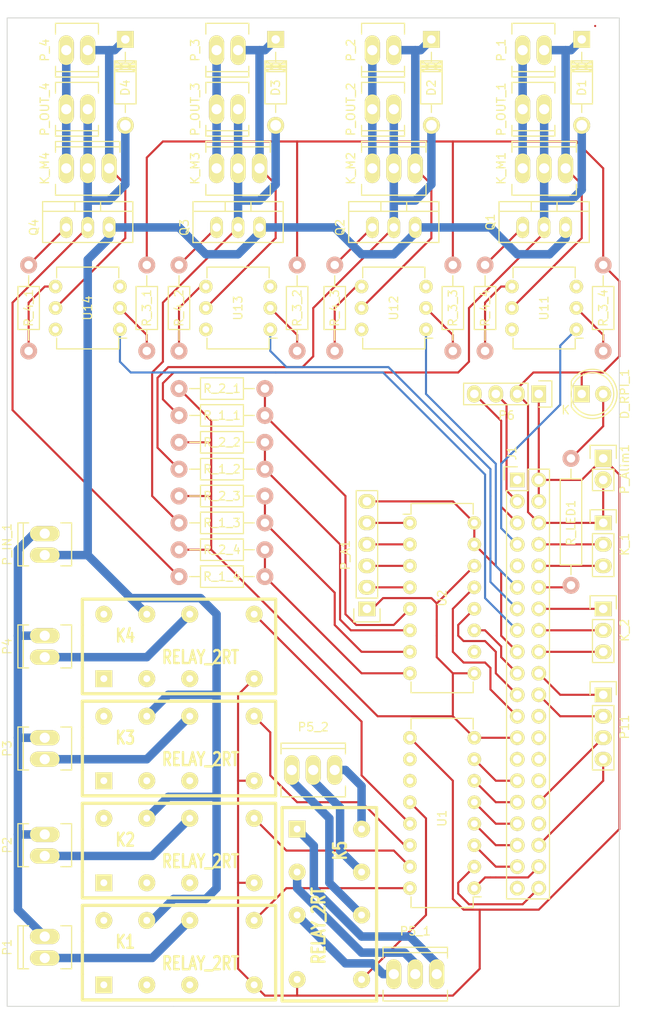
<source format=kicad_pcb>
(kicad_pcb (version 4) (host pcbnew 4.0.2+dfsg1-stable)

  (general
    (links 146)
    (no_connects 4)
    (area 202.71 34.435 279.428334 155.915)
    (thickness 1.6)
    (drawings 5)
    (tracks 403)
    (zones 0)
    (modules 63)
    (nets 109)
  )

  (page A4)
  (layers
    (0 F.Cu signal)
    (31 B.Cu signal)
    (32 B.Adhes user)
    (33 F.Adhes user)
    (34 B.Paste user)
    (35 F.Paste user)
    (36 B.SilkS user)
    (37 F.SilkS user)
    (38 B.Mask user)
    (39 F.Mask user)
    (40 Dwgs.User user)
    (41 Cmts.User user)
    (42 Eco1.User user)
    (43 Eco2.User user)
    (44 Edge.Cuts user)
    (45 Margin user)
    (46 B.CrtYd user)
    (47 F.CrtYd user)
    (48 B.Fab user)
    (49 F.Fab user)
  )

  (setup
    (last_trace_width 0.25)
    (user_trace_width 1)
    (trace_clearance 0.2)
    (zone_clearance 0.508)
    (zone_45_only no)
    (trace_min 0.2)
    (segment_width 0.2)
    (edge_width 0.1)
    (via_size 0.6)
    (via_drill 0.4)
    (via_min_size 0.4)
    (via_min_drill 0.3)
    (uvia_size 0.3)
    (uvia_drill 0.1)
    (uvias_allowed no)
    (uvia_min_size 0.2)
    (uvia_min_drill 0.1)
    (pcb_text_width 0.3)
    (pcb_text_size 1.5 1.5)
    (mod_edge_width 0.15)
    (mod_text_size 1 1)
    (mod_text_width 0.15)
    (pad_size 1.5 1.5)
    (pad_drill 0.6)
    (pad_to_mask_clearance 0)
    (aux_axis_origin 0 0)
    (visible_elements FFFFFF7F)
    (pcbplotparams
      (layerselection 0x01030_80000001)
      (usegerberextensions false)
      (excludeedgelayer true)
      (linewidth 0.100000)
      (plotframeref false)
      (viasonmask false)
      (mode 1)
      (useauxorigin false)
      (hpglpennumber 1)
      (hpglpenspeed 20)
      (hpglpendiameter 15)
      (hpglpenoverlay 2)
      (psnegative false)
      (psa4output false)
      (plotreference true)
      (plotvalue true)
      (plotinvisibletext false)
      (padsonsilk false)
      (subtractmaskfromsilk false)
      (outputformat 1)
      (mirror false)
      (drillshape 0)
      (scaleselection 1)
      (outputdirectory plot/))
  )

  (net 0 "")
  (net 1 /Var1)
  (net 2 /pos1)
  (net 3 /Var2)
  (net 4 /pos2)
  (net 5 /Var3)
  (net 6 /pos3)
  (net 7 /Var4)
  (net 8 /pos4)
  (net 9 GND)
  (net 10 "Net-(D_RPI_1-Pad2)")
  (net 11 +5V)
  (net 12 "Net-(J1-Pad3)")
  (net 13 "Net-(J1-Pad5)")
  (net 14 "Net-(J1-Pad7)")
  (net 15 "Net-(J1-Pad8)")
  (net 16 "Net-(J1-Pad10)")
  (net 17 "Net-(J1-Pad11)")
  (net 18 "Net-(J1-Pad12)")
  (net 19 "Net-(J1-Pad13)")
  (net 20 "Net-(J1-Pad15)")
  (net 21 "Net-(J1-Pad16)")
  (net 22 +3V3)
  (net 23 "Net-(J1-Pad18)")
  (net 24 "Net-(J1-Pad19)")
  (net 25 "Net-(J1-Pad21)")
  (net 26 "Net-(J1-Pad22)")
  (net 27 "Net-(J1-Pad23)")
  (net 28 "Net-(J1-Pad24)")
  (net 29 "Net-(J1-Pad26)")
  (net 30 "Net-(J1-Pad27)")
  (net 31 "Net-(J1-Pad28)")
  (net 32 "Net-(J1-Pad29)")
  (net 33 "Net-(J1-Pad31)")
  (net 34 "Net-(J1-Pad32)")
  (net 35 "Net-(J1-Pad33)")
  (net 36 "Net-(J1-Pad35)")
  (net 37 "Net-(J1-Pad36)")
  (net 38 "Net-(J1-Pad37)")
  (net 39 "Net-(J1-Pad38)")
  (net 40 "Net-(J1-Pad40)")
  (net 41 /R1)
  (net 42 "Net-(K1-Pad3)")
  (net 43 "Net-(K1-Pad5)")
  (net 44 /R2)
  (net 45 "Net-(K2-Pad3)")
  (net 46 "Net-(K2-Pad5)")
  (net 47 /R3)
  (net 48 "Net-(K3-Pad3)")
  (net 49 "Net-(K3-Pad5)")
  (net 50 /R4)
  (net 51 "Net-(K4-Pad3)")
  (net 52 "Net-(K4-Pad5)")
  (net 53 /R5)
  (net 54 "Net-(K5-Pad3)")
  (net 55 "Net-(K5-Pad5)")
  (net 56 "Net-(K_M1-Pad1)")
  (net 57 "Net-(K_M2-Pad1)")
  (net 58 "Net-(K_M3-Pad1)")
  (net 59 "Net-(K_M4-Pad1)")
  (net 60 "Net-(P1-Pad2)")
  (net 61 "Net-(P_A1-Pad2)")
  (net 62 "Net-(P_A1-Pad3)")
  (net 63 "Net-(P_A1-Pad4)")
  (net 64 "Net-(P_A1-Pad5)")
  (net 65 "Net-(Q1-Pad1)")
  (net 66 "Net-(Q2-Pad1)")
  (net 67 "Net-(Q3-Pad1)")
  (net 68 "Net-(Q4-Pad1)")
  (net 69 "Net-(R_3_1-Pad1)")
  (net 70 "Net-(R_3_2-Pad1)")
  (net 71 "Net-(R_3_3-Pad1)")
  (net 72 "Net-(R_3_4-Pad1)")
  (net 73 "Net-(U11-Pad6)")
  (net 74 "Net-(U12-Pad6)")
  (net 75 "Net-(U13-Pad6)")
  (net 76 "Net-(U14-Pad6)")
  (net 77 "Net-(J1-Pad30)")
  (net 78 "Net-(J1-Pad34)")
  (net 79 "Net-(J1-Pad39)")
  (net 80 "Net-(K5-Pad1)")
  (net 81 "Net-(K5-Pad16)")
  (net 82 "Net-(K5-Pad12)")
  (net 83 "Net-(K5-Pad14)")
  (net 84 "Net-(J1-Pad1)")
  (net 85 "Net-(J1-Pad9)")
  (net 86 "Net-(K1-Pad1)")
  (net 87 "Net-(K1-Pad12)")
  (net 88 "Net-(K1-Pad14)")
  (net 89 "Net-(K1-Pad16)")
  (net 90 "Net-(K2-Pad1)")
  (net 91 "Net-(K2-Pad12)")
  (net 92 "Net-(K2-Pad16)")
  (net 93 "Net-(K3-Pad1)")
  (net 94 "Net-(K3-Pad12)")
  (net 95 "Net-(K3-Pad16)")
  (net 96 "Net-(K4-Pad1)")
  (net 97 "Net-(K4-Pad12)")
  (net 98 "Net-(K4-Pad16)")
  (net 99 "Net-(U1-Pad10)")
  (net 100 "Net-(U1-Pad11)")
  (net 101 "Net-(R_1_1-Pad2)")
  (net 102 "Net-(R_1_2-Pad2)")
  (net 103 "Net-(R_1_3-Pad2)")
  (net 104 "Net-(R_1_4-Pad2)")
  (net 105 "Net-(R_4_1-Pad1)")
  (net 106 "Net-(R_4_2-Pad1)")
  (net 107 "Net-(R_4_3-Pad1)")
  (net 108 "Net-(R_4_4-Pad1)")

  (net_class Default "This is the default net class."
    (clearance 0.2)
    (trace_width 0.25)
    (via_dia 0.6)
    (via_drill 0.4)
    (uvia_dia 0.3)
    (uvia_drill 0.1)
    (add_net +3V3)
    (add_net +5V)
    (add_net /R1)
    (add_net /R2)
    (add_net /R3)
    (add_net /R4)
    (add_net /R5)
    (add_net /Var1)
    (add_net /Var2)
    (add_net /Var3)
    (add_net /Var4)
    (add_net /pos1)
    (add_net /pos2)
    (add_net /pos3)
    (add_net /pos4)
    (add_net GND)
    (add_net "Net-(D_RPI_1-Pad2)")
    (add_net "Net-(J1-Pad1)")
    (add_net "Net-(J1-Pad10)")
    (add_net "Net-(J1-Pad11)")
    (add_net "Net-(J1-Pad12)")
    (add_net "Net-(J1-Pad13)")
    (add_net "Net-(J1-Pad15)")
    (add_net "Net-(J1-Pad16)")
    (add_net "Net-(J1-Pad18)")
    (add_net "Net-(J1-Pad19)")
    (add_net "Net-(J1-Pad21)")
    (add_net "Net-(J1-Pad22)")
    (add_net "Net-(J1-Pad23)")
    (add_net "Net-(J1-Pad24)")
    (add_net "Net-(J1-Pad26)")
    (add_net "Net-(J1-Pad27)")
    (add_net "Net-(J1-Pad28)")
    (add_net "Net-(J1-Pad29)")
    (add_net "Net-(J1-Pad3)")
    (add_net "Net-(J1-Pad30)")
    (add_net "Net-(J1-Pad31)")
    (add_net "Net-(J1-Pad32)")
    (add_net "Net-(J1-Pad33)")
    (add_net "Net-(J1-Pad34)")
    (add_net "Net-(J1-Pad35)")
    (add_net "Net-(J1-Pad36)")
    (add_net "Net-(J1-Pad37)")
    (add_net "Net-(J1-Pad38)")
    (add_net "Net-(J1-Pad39)")
    (add_net "Net-(J1-Pad40)")
    (add_net "Net-(J1-Pad5)")
    (add_net "Net-(J1-Pad7)")
    (add_net "Net-(J1-Pad8)")
    (add_net "Net-(J1-Pad9)")
    (add_net "Net-(K1-Pad1)")
    (add_net "Net-(K1-Pad12)")
    (add_net "Net-(K1-Pad14)")
    (add_net "Net-(K1-Pad16)")
    (add_net "Net-(K1-Pad3)")
    (add_net "Net-(K1-Pad5)")
    (add_net "Net-(K2-Pad1)")
    (add_net "Net-(K2-Pad12)")
    (add_net "Net-(K2-Pad16)")
    (add_net "Net-(K2-Pad3)")
    (add_net "Net-(K2-Pad5)")
    (add_net "Net-(K3-Pad1)")
    (add_net "Net-(K3-Pad12)")
    (add_net "Net-(K3-Pad16)")
    (add_net "Net-(K3-Pad3)")
    (add_net "Net-(K3-Pad5)")
    (add_net "Net-(K4-Pad1)")
    (add_net "Net-(K4-Pad12)")
    (add_net "Net-(K4-Pad16)")
    (add_net "Net-(K4-Pad3)")
    (add_net "Net-(K4-Pad5)")
    (add_net "Net-(K5-Pad1)")
    (add_net "Net-(K5-Pad12)")
    (add_net "Net-(K5-Pad14)")
    (add_net "Net-(K5-Pad16)")
    (add_net "Net-(K5-Pad3)")
    (add_net "Net-(K5-Pad5)")
    (add_net "Net-(K_M1-Pad1)")
    (add_net "Net-(K_M2-Pad1)")
    (add_net "Net-(K_M3-Pad1)")
    (add_net "Net-(K_M4-Pad1)")
    (add_net "Net-(P1-Pad2)")
    (add_net "Net-(P_A1-Pad2)")
    (add_net "Net-(P_A1-Pad3)")
    (add_net "Net-(P_A1-Pad4)")
    (add_net "Net-(P_A1-Pad5)")
    (add_net "Net-(Q1-Pad1)")
    (add_net "Net-(Q2-Pad1)")
    (add_net "Net-(Q3-Pad1)")
    (add_net "Net-(Q4-Pad1)")
    (add_net "Net-(R_1_1-Pad2)")
    (add_net "Net-(R_1_2-Pad2)")
    (add_net "Net-(R_1_3-Pad2)")
    (add_net "Net-(R_1_4-Pad2)")
    (add_net "Net-(R_3_1-Pad1)")
    (add_net "Net-(R_3_2-Pad1)")
    (add_net "Net-(R_3_3-Pad1)")
    (add_net "Net-(R_3_4-Pad1)")
    (add_net "Net-(R_4_1-Pad1)")
    (add_net "Net-(R_4_2-Pad1)")
    (add_net "Net-(R_4_3-Pad1)")
    (add_net "Net-(R_4_4-Pad1)")
    (add_net "Net-(U1-Pad10)")
    (add_net "Net-(U1-Pad11)")
    (add_net "Net-(U11-Pad6)")
    (add_net "Net-(U12-Pad6)")
    (add_net "Net-(U13-Pad6)")
    (add_net "Net-(U14-Pad6)")
  )

  (module Housings_DIP:DIP-6_W7.62mm (layer F.Cu) (tedit 592D7A29) (tstamp 586BEA95)
    (at 253.365 73.66 180)
    (descr "6-lead dip package, row spacing 7.62 mm (300 mils)")
    (tags "dil dip 2.54 300")
    (path /585413C7)
    (fp_text reference U12 (at 3.81 2.54 270) (layer F.SilkS)
      (effects (font (size 1 1) (thickness 0.15)))
    )
    (fp_text value 4N33 (at 0 -3.72 180) (layer F.Fab)
      (effects (font (size 1 1) (thickness 0.15)))
    )
    (fp_line (start -1.05 -2.45) (end -1.05 7.55) (layer F.CrtYd) (width 0.05))
    (fp_line (start 8.65 -2.45) (end 8.65 7.55) (layer F.CrtYd) (width 0.05))
    (fp_line (start -1.05 -2.45) (end 8.65 -2.45) (layer F.CrtYd) (width 0.05))
    (fp_line (start -1.05 7.55) (end 8.65 7.55) (layer F.CrtYd) (width 0.05))
    (fp_line (start 0.135 -2.295) (end 0.135 -1.025) (layer F.SilkS) (width 0.15))
    (fp_line (start 7.485 -2.295) (end 7.485 -1.025) (layer F.SilkS) (width 0.15))
    (fp_line (start 7.485 7.375) (end 7.485 6.105) (layer F.SilkS) (width 0.15))
    (fp_line (start 0.135 7.375) (end 0.135 6.105) (layer F.SilkS) (width 0.15))
    (fp_line (start 0.135 -2.295) (end 7.485 -2.295) (layer F.SilkS) (width 0.15))
    (fp_line (start 0.135 7.375) (end 7.485 7.375) (layer F.SilkS) (width 0.15))
    (fp_line (start 0.135 -1.025) (end -0.8 -1.025) (layer F.SilkS) (width 0.15))
    (pad 1 thru_hole oval (at 0 0 180) (size 1.6 1.6) (drill 0.8) (layers *.Cu *.Mask F.SilkS)
      (net 17 "Net-(J1-Pad11)"))
    (pad 2 thru_hole oval (at 0 2.54 180) (size 1.6 1.6) (drill 0.8) (layers *.Cu *.Mask F.SilkS)
      (net 71 "Net-(R_3_3-Pad1)"))
    (pad 3 thru_hole oval (at 0 5.08 180) (size 1.6 1.6) (drill 0.8) (layers *.Cu *.Mask F.SilkS))
    (pad 4 thru_hole oval (at 7.62 5.08 180) (size 1.6 1.6) (drill 0.8) (layers *.Cu *.Mask F.SilkS)
      (net 107 "Net-(R_4_3-Pad1)"))
    (pad 5 thru_hole oval (at 7.62 2.54 180) (size 1.6 1.6) (drill 0.8) (layers *.Cu *.Mask F.SilkS)
      (net 4 /pos2))
    (pad 6 thru_hole oval (at 7.62 0 180) (size 1.6 1.6) (drill 0.8) (layers *.Cu *.Mask F.SilkS)
      (net 74 "Net-(U12-Pad6)"))
    (model Housings_DIP.3dshapes/DIP-6_W7.62mm.wrl
      (at (xyz 0 0 0))
      (scale (xyz 1 1 1))
      (rotate (xyz 0 0 0))
    )
  )

  (module Resistors_ThroughHole:Resistor_Horizontal_RM10mm (layer F.Cu) (tedit 59333417) (tstamp 5933202C)
    (at 238.125 76.2 90)
    (descr "Resistor, Axial,  RM 10mm, 1/3W")
    (tags "Resistor Axial RM 10mm 1/3W")
    (path /585966C7)
    (fp_text reference R_3_2 (at 5.08 0 90) (layer F.SilkS)
      (effects (font (size 1 1) (thickness 0.15)))
    )
    (fp_text value 220 (at 5.08 3.81 90) (layer F.Fab)
      (effects (font (size 1 1) (thickness 0.15)))
    )
    (fp_line (start -1.25 -1.5) (end 11.4 -1.5) (layer F.CrtYd) (width 0.05))
    (fp_line (start -1.25 1.5) (end -1.25 -1.5) (layer F.CrtYd) (width 0.05))
    (fp_line (start 11.4 -1.5) (end 11.4 1.5) (layer F.CrtYd) (width 0.05))
    (fp_line (start -1.25 1.5) (end 11.4 1.5) (layer F.CrtYd) (width 0.05))
    (fp_line (start 2.54 -1.27) (end 7.62 -1.27) (layer F.SilkS) (width 0.15))
    (fp_line (start 7.62 -1.27) (end 7.62 1.27) (layer F.SilkS) (width 0.15))
    (fp_line (start 7.62 1.27) (end 2.54 1.27) (layer F.SilkS) (width 0.15))
    (fp_line (start 2.54 1.27) (end 2.54 -1.27) (layer F.SilkS) (width 0.15))
    (fp_line (start 2.54 0) (end 1.27 0) (layer F.SilkS) (width 0.15))
    (fp_line (start 7.62 0) (end 8.89 0) (layer F.SilkS) (width 0.15))
    (pad 1 thru_hole circle (at 0 0 90) (size 1.99898 1.99898) (drill 1.00076) (layers *.Cu *.SilkS *.Mask)
      (net 70 "Net-(R_3_2-Pad1)"))
    (pad 2 thru_hole circle (at 10.16 0 90) (size 1.99898 1.99898) (drill 1.00076) (layers *.Cu *.SilkS *.Mask)
      (net 9 GND))
    (model Resistors_ThroughHole.3dshapes/Resistor_Horizontal_RM10mm.wrl
      (at (xyz 0 0 0))
      (scale (xyz 0.4 0.4 0.4))
      (rotate (xyz 0 0 0))
    )
  )

  (module Resistors_ThroughHole:Resistor_Horizontal_RM10mm (layer F.Cu) (tedit 59333414) (tstamp 59331ED2)
    (at 242.57 76.2 90)
    (descr "Resistor, Axial,  RM 10mm, 1/3W")
    (tags "Resistor Axial RM 10mm 1/3W")
    (path /585464AB)
    (fp_text reference R_4_3 (at 5.08 0 90) (layer F.SilkS)
      (effects (font (size 1 1) (thickness 0.15)))
    )
    (fp_text value 10ko (at 5.08 3.81 90) (layer F.Fab)
      (effects (font (size 1 1) (thickness 0.15)))
    )
    (fp_line (start -1.25 -1.5) (end 11.4 -1.5) (layer F.CrtYd) (width 0.05))
    (fp_line (start -1.25 1.5) (end -1.25 -1.5) (layer F.CrtYd) (width 0.05))
    (fp_line (start 11.4 -1.5) (end 11.4 1.5) (layer F.CrtYd) (width 0.05))
    (fp_line (start -1.25 1.5) (end 11.4 1.5) (layer F.CrtYd) (width 0.05))
    (fp_line (start 2.54 -1.27) (end 7.62 -1.27) (layer F.SilkS) (width 0.15))
    (fp_line (start 7.62 -1.27) (end 7.62 1.27) (layer F.SilkS) (width 0.15))
    (fp_line (start 7.62 1.27) (end 2.54 1.27) (layer F.SilkS) (width 0.15))
    (fp_line (start 2.54 1.27) (end 2.54 -1.27) (layer F.SilkS) (width 0.15))
    (fp_line (start 2.54 0) (end 1.27 0) (layer F.SilkS) (width 0.15))
    (fp_line (start 7.62 0) (end 8.89 0) (layer F.SilkS) (width 0.15))
    (pad 1 thru_hole circle (at 0 0 90) (size 1.99898 1.99898) (drill 1.00076) (layers *.Cu *.SilkS *.Mask)
      (net 107 "Net-(R_4_3-Pad1)"))
    (pad 2 thru_hole circle (at 10.16 0 90) (size 1.99898 1.99898) (drill 1.00076) (layers *.Cu *.SilkS *.Mask)
      (net 66 "Net-(Q2-Pad1)"))
    (model Resistors_ThroughHole.3dshapes/Resistor_Horizontal_RM10mm.wrl
      (at (xyz 0 0 0))
      (scale (xyz 0.4 0.4 0.4))
      (rotate (xyz 0 0 0))
    )
  )

  (module Resistors_ThroughHole:Resistor_Horizontal_RM10mm (layer F.Cu) (tedit 59333407) (tstamp 59331ECC)
    (at 224.155 76.2 90)
    (descr "Resistor, Axial,  RM 10mm, 1/3W")
    (tags "Resistor Axial RM 10mm 1/3W")
    (path /585463C7)
    (fp_text reference R_4_2 (at 5.08 0 90) (layer F.SilkS)
      (effects (font (size 1 1) (thickness 0.15)))
    )
    (fp_text value 10ko (at 5.08 3.81 90) (layer F.Fab)
      (effects (font (size 1 1) (thickness 0.15)))
    )
    (fp_line (start -1.25 -1.5) (end 11.4 -1.5) (layer F.CrtYd) (width 0.05))
    (fp_line (start -1.25 1.5) (end -1.25 -1.5) (layer F.CrtYd) (width 0.05))
    (fp_line (start 11.4 -1.5) (end 11.4 1.5) (layer F.CrtYd) (width 0.05))
    (fp_line (start -1.25 1.5) (end 11.4 1.5) (layer F.CrtYd) (width 0.05))
    (fp_line (start 2.54 -1.27) (end 7.62 -1.27) (layer F.SilkS) (width 0.15))
    (fp_line (start 7.62 -1.27) (end 7.62 1.27) (layer F.SilkS) (width 0.15))
    (fp_line (start 7.62 1.27) (end 2.54 1.27) (layer F.SilkS) (width 0.15))
    (fp_line (start 2.54 1.27) (end 2.54 -1.27) (layer F.SilkS) (width 0.15))
    (fp_line (start 2.54 0) (end 1.27 0) (layer F.SilkS) (width 0.15))
    (fp_line (start 7.62 0) (end 8.89 0) (layer F.SilkS) (width 0.15))
    (pad 1 thru_hole circle (at 0 0 90) (size 1.99898 1.99898) (drill 1.00076) (layers *.Cu *.SilkS *.Mask)
      (net 106 "Net-(R_4_2-Pad1)"))
    (pad 2 thru_hole circle (at 10.16 0 90) (size 1.99898 1.99898) (drill 1.00076) (layers *.Cu *.SilkS *.Mask)
      (net 67 "Net-(Q3-Pad1)"))
    (model Resistors_ThroughHole.3dshapes/Resistor_Horizontal_RM10mm.wrl
      (at (xyz 0 0 0))
      (scale (xyz 0.4 0.4 0.4))
      (rotate (xyz 0 0 0))
    )
  )

  (module f_r_relays:relay_2rt (layer F.Cu) (tedit 44EA1198) (tstamp 5878E936)
    (at 224.155 123.19)
    (descr "Module Dil 16 pins, pads ronds")
    (tags DIL)
    (path /587943A4)
    (fp_text reference K3 (at -6.35 -1.27) (layer F.SilkS)
      (effects (font (size 1.524 1.143) (thickness 0.3048)))
    )
    (fp_text value RELAY_2RT (at 2.54 1.27) (layer F.SilkS)
      (effects (font (size 1.524 1.143) (thickness 0.3048)))
    )
    (fp_line (start 11.43 -2.54) (end 11.43 -5.588) (layer F.SilkS) (width 0.381))
    (fp_line (start 11.43 -5.588) (end -11.43 -5.588) (layer F.SilkS) (width 0.381))
    (fp_line (start -11.43 -5.588) (end -11.43 -2.54) (layer F.SilkS) (width 0.381))
    (fp_line (start -11.43 2.54) (end -11.43 5.588) (layer F.SilkS) (width 0.381))
    (fp_line (start -11.43 5.588) (end 11.43 5.588) (layer F.SilkS) (width 0.381))
    (fp_line (start 11.43 5.588) (end 11.43 2.54) (layer F.SilkS) (width 0.381))
    (fp_line (start -11.43 -1.27) (end -11.43 -1.27) (layer F.SilkS) (width 0.381))
    (fp_line (start 11.43 -2.54) (end 11.43 2.54) (layer F.SilkS) (width 0.381))
    (fp_line (start -11.43 2.54) (end -11.43 -2.54) (layer F.SilkS) (width 0.381))
    (pad 1 thru_hole rect (at -8.89 3.81) (size 1.99898 1.99898) (drill 0.8128) (layers *.Cu *.Mask F.SilkS)
      (net 93 "Net-(K3-Pad1)"))
    (pad 3 thru_hole circle (at -3.81 3.81) (size 1.99898 1.99898) (drill 0.8128) (layers *.Cu *.Mask F.SilkS)
      (net 48 "Net-(K3-Pad3)"))
    (pad 5 thru_hole circle (at 1.27 3.81) (size 1.99898 1.99898) (drill 0.8128) (layers *.Cu *.Mask F.SilkS)
      (net 49 "Net-(K3-Pad5)"))
    (pad 8 thru_hole circle (at 8.89 3.81) (size 1.99898 1.99898) (drill 0.8128) (layers *.Cu *.Mask F.SilkS)
      (net 11 +5V))
    (pad 9 thru_hole circle (at 8.89 -3.81) (size 1.99898 1.99898) (drill 0.8128) (layers *.Cu *.Mask F.SilkS)
      (net 47 /R3))
    (pad 12 thru_hole circle (at 1.27 -3.81) (size 1.99898 1.99898) (drill 0.8128) (layers *.Cu *.Mask F.SilkS)
      (net 94 "Net-(K3-Pad12)"))
    (pad 14 thru_hole circle (at -3.81 -3.81) (size 1.99898 1.99898) (drill 0.8128) (layers *.Cu *.Mask F.SilkS)
      (net 88 "Net-(K1-Pad14)"))
    (pad 16 thru_hole circle (at -8.89 -3.81) (size 1.99898 1.99898) (drill 0.8128) (layers *.Cu *.Mask F.SilkS)
      (net 95 "Net-(K3-Pad16)"))
    (model novos2/relaydil_16.wrl
      (at (xyz 0 0 0))
      (scale (xyz 1 1 1))
      (rotate (xyz 0 0 0))
    )
  )

  (module f_r_relays:relay_2rt (layer F.Cu) (tedit 44EA1198) (tstamp 5878E92A)
    (at 224.155 135.255)
    (descr "Module Dil 16 pins, pads ronds")
    (tags DIL)
    (path /58795C72)
    (fp_text reference K2 (at -6.35 -1.27) (layer F.SilkS)
      (effects (font (size 1.524 1.143) (thickness 0.3048)))
    )
    (fp_text value RELAY_2RT (at 2.54 1.27) (layer F.SilkS)
      (effects (font (size 1.524 1.143) (thickness 0.3048)))
    )
    (fp_line (start 11.43 -2.54) (end 11.43 -5.588) (layer F.SilkS) (width 0.381))
    (fp_line (start 11.43 -5.588) (end -11.43 -5.588) (layer F.SilkS) (width 0.381))
    (fp_line (start -11.43 -5.588) (end -11.43 -2.54) (layer F.SilkS) (width 0.381))
    (fp_line (start -11.43 2.54) (end -11.43 5.588) (layer F.SilkS) (width 0.381))
    (fp_line (start -11.43 5.588) (end 11.43 5.588) (layer F.SilkS) (width 0.381))
    (fp_line (start 11.43 5.588) (end 11.43 2.54) (layer F.SilkS) (width 0.381))
    (fp_line (start -11.43 -1.27) (end -11.43 -1.27) (layer F.SilkS) (width 0.381))
    (fp_line (start 11.43 -2.54) (end 11.43 2.54) (layer F.SilkS) (width 0.381))
    (fp_line (start -11.43 2.54) (end -11.43 -2.54) (layer F.SilkS) (width 0.381))
    (pad 1 thru_hole rect (at -8.89 3.81) (size 1.99898 1.99898) (drill 0.8128) (layers *.Cu *.Mask F.SilkS)
      (net 90 "Net-(K2-Pad1)"))
    (pad 3 thru_hole circle (at -3.81 3.81) (size 1.99898 1.99898) (drill 0.8128) (layers *.Cu *.Mask F.SilkS)
      (net 45 "Net-(K2-Pad3)"))
    (pad 5 thru_hole circle (at 1.27 3.81) (size 1.99898 1.99898) (drill 0.8128) (layers *.Cu *.Mask F.SilkS)
      (net 46 "Net-(K2-Pad5)"))
    (pad 8 thru_hole circle (at 8.89 3.81) (size 1.99898 1.99898) (drill 0.8128) (layers *.Cu *.Mask F.SilkS)
      (net 11 +5V))
    (pad 9 thru_hole circle (at 8.89 -3.81) (size 1.99898 1.99898) (drill 0.8128) (layers *.Cu *.Mask F.SilkS)
      (net 44 /R2))
    (pad 12 thru_hole circle (at 1.27 -3.81) (size 1.99898 1.99898) (drill 0.8128) (layers *.Cu *.Mask F.SilkS)
      (net 91 "Net-(K2-Pad12)"))
    (pad 14 thru_hole circle (at -3.81 -3.81) (size 1.99898 1.99898) (drill 0.8128) (layers *.Cu *.Mask F.SilkS)
      (net 88 "Net-(K1-Pad14)"))
    (pad 16 thru_hole circle (at -8.89 -3.81) (size 1.99898 1.99898) (drill 0.8128) (layers *.Cu *.Mask F.SilkS)
      (net 92 "Net-(K2-Pad16)"))
    (model novos2/relaydil_16.wrl
      (at (xyz 0 0 0))
      (scale (xyz 1 1 1))
      (rotate (xyz 0 0 0))
    )
  )

  (module f_r_relays:relay_2rt (layer F.Cu) (tedit 44EA1198) (tstamp 5878E94E)
    (at 241.935 141.605 270)
    (descr "Module Dil 16 pins, pads ronds")
    (tags DIL)
    (path /586FBBA1)
    (fp_text reference K5 (at -6.35 -1.27 270) (layer F.SilkS)
      (effects (font (size 1.524 1.143) (thickness 0.3048)))
    )
    (fp_text value RELAY_2RT (at 2.54 1.27 270) (layer F.SilkS)
      (effects (font (size 1.524 1.143) (thickness 0.3048)))
    )
    (fp_line (start 11.43 -2.54) (end 11.43 -5.588) (layer F.SilkS) (width 0.381))
    (fp_line (start 11.43 -5.588) (end -11.43 -5.588) (layer F.SilkS) (width 0.381))
    (fp_line (start -11.43 -5.588) (end -11.43 -2.54) (layer F.SilkS) (width 0.381))
    (fp_line (start -11.43 2.54) (end -11.43 5.588) (layer F.SilkS) (width 0.381))
    (fp_line (start -11.43 5.588) (end 11.43 5.588) (layer F.SilkS) (width 0.381))
    (fp_line (start 11.43 5.588) (end 11.43 2.54) (layer F.SilkS) (width 0.381))
    (fp_line (start -11.43 -1.27) (end -11.43 -1.27) (layer F.SilkS) (width 0.381))
    (fp_line (start 11.43 -2.54) (end 11.43 2.54) (layer F.SilkS) (width 0.381))
    (fp_line (start -11.43 2.54) (end -11.43 -2.54) (layer F.SilkS) (width 0.381))
    (pad 1 thru_hole rect (at -8.89 3.81 270) (size 1.99898 1.99898) (drill 0.8128) (layers *.Cu *.Mask F.SilkS)
      (net 80 "Net-(K5-Pad1)"))
    (pad 3 thru_hole circle (at -3.81 3.81 270) (size 1.99898 1.99898) (drill 0.8128) (layers *.Cu *.Mask F.SilkS)
      (net 54 "Net-(K5-Pad3)"))
    (pad 5 thru_hole circle (at 1.27 3.81 270) (size 1.99898 1.99898) (drill 0.8128) (layers *.Cu *.Mask F.SilkS)
      (net 55 "Net-(K5-Pad5)"))
    (pad 8 thru_hole circle (at 8.89 3.81 270) (size 1.99898 1.99898) (drill 0.8128) (layers *.Cu *.Mask F.SilkS)
      (net 11 +5V))
    (pad 9 thru_hole circle (at 8.89 -3.81 270) (size 1.99898 1.99898) (drill 0.8128) (layers *.Cu *.Mask F.SilkS)
      (net 53 /R5))
    (pad 12 thru_hole circle (at 1.27 -3.81 270) (size 1.99898 1.99898) (drill 0.8128) (layers *.Cu *.Mask F.SilkS)
      (net 82 "Net-(K5-Pad12)"))
    (pad 14 thru_hole circle (at -3.81 -3.81 270) (size 1.99898 1.99898) (drill 0.8128) (layers *.Cu *.Mask F.SilkS)
      (net 83 "Net-(K5-Pad14)"))
    (pad 16 thru_hole circle (at -8.89 -3.81 270) (size 1.99898 1.99898) (drill 0.8128) (layers *.Cu *.Mask F.SilkS)
      (net 81 "Net-(K5-Pad16)"))
    (model novos2/relaydil_16.wrl
      (at (xyz 0 0 0))
      (scale (xyz 1 1 1))
      (rotate (xyz 0 0 0))
    )
  )

  (module Housings_DIP:DIP-16_W7.62mm (layer F.Cu) (tedit 592D7778) (tstamp 586BEA6D)
    (at 259.08 139.7 180)
    (descr "16-lead dip package, row spacing 7.62 mm (300 mils)")
    (tags "dil dip 2.54 300")
    (path /57FEBAC0)
    (fp_text reference U1 (at 3.81 8.255 450) (layer F.SilkS)
      (effects (font (size 1 1) (thickness 0.15)))
    )
    (fp_text value ULN2003 (at 0 -3.72 180) (layer F.Fab)
      (effects (font (size 1 1) (thickness 0.15)))
    )
    (fp_line (start -1.05 -2.45) (end -1.05 20.25) (layer F.CrtYd) (width 0.05))
    (fp_line (start 8.65 -2.45) (end 8.65 20.25) (layer F.CrtYd) (width 0.05))
    (fp_line (start -1.05 -2.45) (end 8.65 -2.45) (layer F.CrtYd) (width 0.05))
    (fp_line (start -1.05 20.25) (end 8.65 20.25) (layer F.CrtYd) (width 0.05))
    (fp_line (start 0.135 -2.295) (end 0.135 -1.025) (layer F.SilkS) (width 0.15))
    (fp_line (start 7.485 -2.295) (end 7.485 -1.025) (layer F.SilkS) (width 0.15))
    (fp_line (start 7.485 20.075) (end 7.485 18.805) (layer F.SilkS) (width 0.15))
    (fp_line (start 0.135 20.075) (end 0.135 18.805) (layer F.SilkS) (width 0.15))
    (fp_line (start 0.135 -2.295) (end 7.485 -2.295) (layer F.SilkS) (width 0.15))
    (fp_line (start 0.135 20.075) (end 7.485 20.075) (layer F.SilkS) (width 0.15))
    (fp_line (start 0.135 -1.025) (end -0.8 -1.025) (layer F.SilkS) (width 0.15))
    (pad 1 thru_hole oval (at 0 0 180) (size 1.6 1.6) (drill 0.8) (layers *.Cu *.Mask F.SilkS)
      (net 39 "Net-(J1-Pad38)"))
    (pad 2 thru_hole oval (at 0 2.54 180) (size 1.6 1.6) (drill 0.8) (layers *.Cu *.Mask F.SilkS)
      (net 40 "Net-(J1-Pad40)"))
    (pad 3 thru_hole oval (at 0 5.08 180) (size 1.6 1.6) (drill 0.8) (layers *.Cu *.Mask F.SilkS)
      (net 38 "Net-(J1-Pad37)"))
    (pad 4 thru_hole oval (at 0 7.62 180) (size 1.6 1.6) (drill 0.8) (layers *.Cu *.Mask F.SilkS)
      (net 36 "Net-(J1-Pad35)"))
    (pad 5 thru_hole oval (at 0 10.16 180) (size 1.6 1.6) (drill 0.8) (layers *.Cu *.Mask F.SilkS)
      (net 35 "Net-(J1-Pad33)"))
    (pad 6 thru_hole oval (at 0 12.7 180) (size 1.6 1.6) (drill 0.8) (layers *.Cu *.Mask F.SilkS)
      (net 33 "Net-(J1-Pad31)"))
    (pad 7 thru_hole oval (at 0 15.24 180) (size 1.6 1.6) (drill 0.8) (layers *.Cu *.Mask F.SilkS)
      (net 32 "Net-(J1-Pad29)"))
    (pad 8 thru_hole oval (at 0 17.78 180) (size 1.6 1.6) (drill 0.8) (layers *.Cu *.Mask F.SilkS)
      (net 9 GND))
    (pad 9 thru_hole oval (at 7.62 17.78 180) (size 1.6 1.6) (drill 0.8) (layers *.Cu *.Mask F.SilkS)
      (net 11 +5V))
    (pad 10 thru_hole oval (at 7.62 15.24 180) (size 1.6 1.6) (drill 0.8) (layers *.Cu *.Mask F.SilkS)
      (net 99 "Net-(U1-Pad10)"))
    (pad 11 thru_hole oval (at 7.62 12.7 180) (size 1.6 1.6) (drill 0.8) (layers *.Cu *.Mask F.SilkS)
      (net 100 "Net-(U1-Pad11)"))
    (pad 12 thru_hole oval (at 7.62 10.16 180) (size 1.6 1.6) (drill 0.8) (layers *.Cu *.Mask F.SilkS)
      (net 53 /R5))
    (pad 13 thru_hole oval (at 7.62 7.62 180) (size 1.6 1.6) (drill 0.8) (layers *.Cu *.Mask F.SilkS)
      (net 50 /R4))
    (pad 14 thru_hole oval (at 7.62 5.08 180) (size 1.6 1.6) (drill 0.8) (layers *.Cu *.Mask F.SilkS)
      (net 47 /R3))
    (pad 15 thru_hole oval (at 7.62 2.54 180) (size 1.6 1.6) (drill 0.8) (layers *.Cu *.Mask F.SilkS)
      (net 44 /R2))
    (pad 16 thru_hole oval (at 7.62 0 180) (size 1.6 1.6) (drill 0.8) (layers *.Cu *.Mask F.SilkS)
      (net 41 /R1))
    (model Housings_DIP.3dshapes/DIP-16_W7.62mm.wrl
      (at (xyz 0 0 0))
      (scale (xyz 1 1 1))
      (rotate (xyz 0 0 0))
    )
  )

  (module Housings_DIP:DIP-16_W7.62mm (layer F.Cu) (tedit 592D77A6) (tstamp 586BEA81)
    (at 251.46 96.52)
    (descr "16-lead dip package, row spacing 7.62 mm (300 mils)")
    (tags "dil dip 2.54 300")
    (path /57FE8025)
    (fp_text reference U2 (at 3.81 8.89 90) (layer F.SilkS)
      (effects (font (size 1 1) (thickness 0.15)))
    )
    (fp_text value MCP3008 (at 0 -3.72) (layer F.Fab)
      (effects (font (size 1 1) (thickness 0.15)))
    )
    (fp_line (start -1.05 -2.45) (end -1.05 20.25) (layer F.CrtYd) (width 0.05))
    (fp_line (start 8.65 -2.45) (end 8.65 20.25) (layer F.CrtYd) (width 0.05))
    (fp_line (start -1.05 -2.45) (end 8.65 -2.45) (layer F.CrtYd) (width 0.05))
    (fp_line (start -1.05 20.25) (end 8.65 20.25) (layer F.CrtYd) (width 0.05))
    (fp_line (start 0.135 -2.295) (end 0.135 -1.025) (layer F.SilkS) (width 0.15))
    (fp_line (start 7.485 -2.295) (end 7.485 -1.025) (layer F.SilkS) (width 0.15))
    (fp_line (start 7.485 20.075) (end 7.485 18.805) (layer F.SilkS) (width 0.15))
    (fp_line (start 0.135 20.075) (end 0.135 18.805) (layer F.SilkS) (width 0.15))
    (fp_line (start 0.135 -2.295) (end 7.485 -2.295) (layer F.SilkS) (width 0.15))
    (fp_line (start 0.135 20.075) (end 7.485 20.075) (layer F.SilkS) (width 0.15))
    (fp_line (start 0.135 -1.025) (end -0.8 -1.025) (layer F.SilkS) (width 0.15))
    (pad 1 thru_hole oval (at 0 0) (size 1.6 1.6) (drill 0.8) (layers *.Cu *.Mask F.SilkS)
      (net 64 "Net-(P_A1-Pad5)"))
    (pad 2 thru_hole oval (at 0 2.54) (size 1.6 1.6) (drill 0.8) (layers *.Cu *.Mask F.SilkS)
      (net 63 "Net-(P_A1-Pad4)"))
    (pad 3 thru_hole oval (at 0 5.08) (size 1.6 1.6) (drill 0.8) (layers *.Cu *.Mask F.SilkS)
      (net 62 "Net-(P_A1-Pad3)"))
    (pad 4 thru_hole oval (at 0 7.62) (size 1.6 1.6) (drill 0.8) (layers *.Cu *.Mask F.SilkS)
      (net 61 "Net-(P_A1-Pad2)"))
    (pad 5 thru_hole oval (at 0 10.16) (size 1.6 1.6) (drill 0.8) (layers *.Cu *.Mask F.SilkS)
      (net 101 "Net-(R_1_1-Pad2)"))
    (pad 6 thru_hole oval (at 0 12.7) (size 1.6 1.6) (drill 0.8) (layers *.Cu *.Mask F.SilkS)
      (net 102 "Net-(R_1_2-Pad2)"))
    (pad 7 thru_hole oval (at 0 15.24) (size 1.6 1.6) (drill 0.8) (layers *.Cu *.Mask F.SilkS)
      (net 103 "Net-(R_1_3-Pad2)"))
    (pad 8 thru_hole oval (at 0 17.78) (size 1.6 1.6) (drill 0.8) (layers *.Cu *.Mask F.SilkS)
      (net 104 "Net-(R_1_4-Pad2)"))
    (pad 9 thru_hole oval (at 7.62 17.78) (size 1.6 1.6) (drill 0.8) (layers *.Cu *.Mask F.SilkS)
      (net 9 GND))
    (pad 10 thru_hole oval (at 7.62 15.24) (size 1.6 1.6) (drill 0.8) (layers *.Cu *.Mask F.SilkS)
      (net 28 "Net-(J1-Pad24)"))
    (pad 11 thru_hole oval (at 7.62 12.7) (size 1.6 1.6) (drill 0.8) (layers *.Cu *.Mask F.SilkS)
      (net 24 "Net-(J1-Pad19)"))
    (pad 12 thru_hole oval (at 7.62 10.16) (size 1.6 1.6) (drill 0.8) (layers *.Cu *.Mask F.SilkS)
      (net 25 "Net-(J1-Pad21)"))
    (pad 13 thru_hole oval (at 7.62 7.62) (size 1.6 1.6) (drill 0.8) (layers *.Cu *.Mask F.SilkS)
      (net 27 "Net-(J1-Pad23)"))
    (pad 14 thru_hole oval (at 7.62 5.08) (size 1.6 1.6) (drill 0.8) (layers *.Cu *.Mask F.SilkS)
      (net 9 GND))
    (pad 15 thru_hole oval (at 7.62 2.54) (size 1.6 1.6) (drill 0.8) (layers *.Cu *.Mask F.SilkS)
      (net 22 +3V3))
    (pad 16 thru_hole oval (at 7.62 0) (size 1.6 1.6) (drill 0.8) (layers *.Cu *.Mask F.SilkS)
      (net 22 +3V3))
    (model Housings_DIP.3dshapes/DIP-16_W7.62mm.wrl
      (at (xyz 0 0 0))
      (scale (xyz 1 1 1))
      (rotate (xyz 0 0 0))
    )
  )

  (module Pin_Headers:Pin_Header_Straight_1x04 (layer F.Cu) (tedit 592D78A3) (tstamp 586BE97F)
    (at 274.32 116.84)
    (descr "Through hole pin header")
    (tags "pin header")
    (path /586C0494)
    (fp_text reference P11 (at 2.54 3.81 90) (layer F.SilkS)
      (effects (font (size 1 1) (thickness 0.15)))
    )
    (fp_text value CONN_01X04 (at 0 -3.1) (layer F.Fab)
      (effects (font (size 1 1) (thickness 0.15)))
    )
    (fp_line (start -1.75 -1.75) (end -1.75 9.4) (layer F.CrtYd) (width 0.05))
    (fp_line (start 1.75 -1.75) (end 1.75 9.4) (layer F.CrtYd) (width 0.05))
    (fp_line (start -1.75 -1.75) (end 1.75 -1.75) (layer F.CrtYd) (width 0.05))
    (fp_line (start -1.75 9.4) (end 1.75 9.4) (layer F.CrtYd) (width 0.05))
    (fp_line (start -1.27 1.27) (end -1.27 8.89) (layer F.SilkS) (width 0.15))
    (fp_line (start 1.27 1.27) (end 1.27 8.89) (layer F.SilkS) (width 0.15))
    (fp_line (start 1.55 -1.55) (end 1.55 0) (layer F.SilkS) (width 0.15))
    (fp_line (start -1.27 8.89) (end 1.27 8.89) (layer F.SilkS) (width 0.15))
    (fp_line (start 1.27 1.27) (end -1.27 1.27) (layer F.SilkS) (width 0.15))
    (fp_line (start -1.55 0) (end -1.55 -1.55) (layer F.SilkS) (width 0.15))
    (fp_line (start -1.55 -1.55) (end 1.55 -1.55) (layer F.SilkS) (width 0.15))
    (pad 1 thru_hole rect (at 0 0) (size 2.032 1.7272) (drill 1.016) (layers *.Cu *.Mask F.SilkS)
      (net 9 GND))
    (pad 2 thru_hole oval (at 0 2.54) (size 2.032 1.7272) (drill 1.016) (layers *.Cu *.Mask F.SilkS)
      (net 26 "Net-(J1-Pad22)"))
    (pad 3 thru_hole oval (at 0 5.08) (size 2.032 1.7272) (drill 1.016) (layers *.Cu *.Mask F.SilkS)
      (net 34 "Net-(J1-Pad32)"))
    (pad 4 thru_hole oval (at 0 7.62) (size 2.032 1.7272) (drill 1.016) (layers *.Cu *.Mask F.SilkS)
      (net 37 "Net-(J1-Pad36)"))
    (model Pin_Headers.3dshapes/Pin_Header_Straight_1x04.wrl
      (at (xyz 0 -0.15 0))
      (scale (xyz 1 1 1))
      (rotate (xyz 0 0 90))
    )
  )

  (module Diodes_ThroughHole:Diode_DO-41_SOD81_Horizontal_RM10 (layer F.Cu) (tedit 592D7A58) (tstamp 586BE86B)
    (at 271.78 39.37 270)
    (descr "Diode, DO-41, SOD81, Horizontal, RM 10mm,")
    (tags "Diode, DO-41, SOD81, Horizontal, RM 10mm, 1N4007, SB140,")
    (path /58550EC4)
    (fp_text reference D1 (at 5.715 0 270) (layer F.SilkS)
      (effects (font (size 1 1) (thickness 0.15)))
    )
    (fp_text value D (at 4.37134 -3.55854 270) (layer F.Fab)
      (effects (font (size 1 1) (thickness 0.15)))
    )
    (fp_line (start 7.62 -0.00254) (end 8.636 -0.00254) (layer F.SilkS) (width 0.15))
    (fp_line (start 2.794 -0.00254) (end 1.524 -0.00254) (layer F.SilkS) (width 0.15))
    (fp_line (start 3.048 -1.27254) (end 3.048 1.26746) (layer F.SilkS) (width 0.15))
    (fp_line (start 3.302 -1.27254) (end 3.302 1.26746) (layer F.SilkS) (width 0.15))
    (fp_line (start 3.556 -1.27254) (end 3.556 1.26746) (layer F.SilkS) (width 0.15))
    (fp_line (start 2.794 -1.27254) (end 2.794 1.26746) (layer F.SilkS) (width 0.15))
    (fp_line (start 3.81 -1.27254) (end 2.54 1.26746) (layer F.SilkS) (width 0.15))
    (fp_line (start 2.54 -1.27254) (end 3.81 1.26746) (layer F.SilkS) (width 0.15))
    (fp_line (start 3.81 -1.27254) (end 3.81 1.26746) (layer F.SilkS) (width 0.15))
    (fp_line (start 3.175 -1.27254) (end 3.175 1.26746) (layer F.SilkS) (width 0.15))
    (fp_line (start 2.54 1.26746) (end 2.54 -1.27254) (layer F.SilkS) (width 0.15))
    (fp_line (start 2.54 -1.27254) (end 7.62 -1.27254) (layer F.SilkS) (width 0.15))
    (fp_line (start 7.62 -1.27254) (end 7.62 1.26746) (layer F.SilkS) (width 0.15))
    (fp_line (start 7.62 1.26746) (end 2.54 1.26746) (layer F.SilkS) (width 0.15))
    (pad 2 thru_hole circle (at 10.16 -0.00254 90) (size 1.99898 1.99898) (drill 1.27) (layers *.Cu *.Mask F.SilkS)
      (net 1 /Var1))
    (pad 1 thru_hole rect (at 0 -0.00254 90) (size 1.99898 1.99898) (drill 1.00076) (layers *.Cu *.Mask F.SilkS)
      (net 2 /pos1))
  )

  (module Diodes_ThroughHole:Diode_DO-41_SOD81_Horizontal_RM10 (layer F.Cu) (tedit 592D7A5F) (tstamp 586BE871)
    (at 254 39.37 270)
    (descr "Diode, DO-41, SOD81, Horizontal, RM 10mm,")
    (tags "Diode, DO-41, SOD81, Horizontal, RM 10mm, 1N4007, SB140,")
    (path /5855140D)
    (fp_text reference D2 (at 5.715 0 270) (layer F.SilkS)
      (effects (font (size 1 1) (thickness 0.15)))
    )
    (fp_text value D (at 4.37134 -3.55854 270) (layer F.Fab)
      (effects (font (size 1 1) (thickness 0.15)))
    )
    (fp_line (start 7.62 -0.00254) (end 8.636 -0.00254) (layer F.SilkS) (width 0.15))
    (fp_line (start 2.794 -0.00254) (end 1.524 -0.00254) (layer F.SilkS) (width 0.15))
    (fp_line (start 3.048 -1.27254) (end 3.048 1.26746) (layer F.SilkS) (width 0.15))
    (fp_line (start 3.302 -1.27254) (end 3.302 1.26746) (layer F.SilkS) (width 0.15))
    (fp_line (start 3.556 -1.27254) (end 3.556 1.26746) (layer F.SilkS) (width 0.15))
    (fp_line (start 2.794 -1.27254) (end 2.794 1.26746) (layer F.SilkS) (width 0.15))
    (fp_line (start 3.81 -1.27254) (end 2.54 1.26746) (layer F.SilkS) (width 0.15))
    (fp_line (start 2.54 -1.27254) (end 3.81 1.26746) (layer F.SilkS) (width 0.15))
    (fp_line (start 3.81 -1.27254) (end 3.81 1.26746) (layer F.SilkS) (width 0.15))
    (fp_line (start 3.175 -1.27254) (end 3.175 1.26746) (layer F.SilkS) (width 0.15))
    (fp_line (start 2.54 1.26746) (end 2.54 -1.27254) (layer F.SilkS) (width 0.15))
    (fp_line (start 2.54 -1.27254) (end 7.62 -1.27254) (layer F.SilkS) (width 0.15))
    (fp_line (start 7.62 -1.27254) (end 7.62 1.26746) (layer F.SilkS) (width 0.15))
    (fp_line (start 7.62 1.26746) (end 2.54 1.26746) (layer F.SilkS) (width 0.15))
    (pad 2 thru_hole circle (at 10.16 -0.00254 90) (size 1.99898 1.99898) (drill 1.27) (layers *.Cu *.Mask F.SilkS)
      (net 3 /Var2))
    (pad 1 thru_hole rect (at 0 -0.00254 90) (size 1.99898 1.99898) (drill 1.00076) (layers *.Cu *.Mask F.SilkS)
      (net 4 /pos2))
  )

  (module Diodes_ThroughHole:Diode_DO-41_SOD81_Horizontal_RM10 (layer F.Cu) (tedit 592D7A64) (tstamp 586BE877)
    (at 235.585 39.37 270)
    (descr "Diode, DO-41, SOD81, Horizontal, RM 10mm,")
    (tags "Diode, DO-41, SOD81, Horizontal, RM 10mm, 1N4007, SB140,")
    (path /58551523)
    (fp_text reference D3 (at 5.715 0 270) (layer F.SilkS)
      (effects (font (size 1 1) (thickness 0.15)))
    )
    (fp_text value D (at 4.37134 -3.55854 270) (layer F.Fab)
      (effects (font (size 1 1) (thickness 0.15)))
    )
    (fp_line (start 7.62 -0.00254) (end 8.636 -0.00254) (layer F.SilkS) (width 0.15))
    (fp_line (start 2.794 -0.00254) (end 1.524 -0.00254) (layer F.SilkS) (width 0.15))
    (fp_line (start 3.048 -1.27254) (end 3.048 1.26746) (layer F.SilkS) (width 0.15))
    (fp_line (start 3.302 -1.27254) (end 3.302 1.26746) (layer F.SilkS) (width 0.15))
    (fp_line (start 3.556 -1.27254) (end 3.556 1.26746) (layer F.SilkS) (width 0.15))
    (fp_line (start 2.794 -1.27254) (end 2.794 1.26746) (layer F.SilkS) (width 0.15))
    (fp_line (start 3.81 -1.27254) (end 2.54 1.26746) (layer F.SilkS) (width 0.15))
    (fp_line (start 2.54 -1.27254) (end 3.81 1.26746) (layer F.SilkS) (width 0.15))
    (fp_line (start 3.81 -1.27254) (end 3.81 1.26746) (layer F.SilkS) (width 0.15))
    (fp_line (start 3.175 -1.27254) (end 3.175 1.26746) (layer F.SilkS) (width 0.15))
    (fp_line (start 2.54 1.26746) (end 2.54 -1.27254) (layer F.SilkS) (width 0.15))
    (fp_line (start 2.54 -1.27254) (end 7.62 -1.27254) (layer F.SilkS) (width 0.15))
    (fp_line (start 7.62 -1.27254) (end 7.62 1.26746) (layer F.SilkS) (width 0.15))
    (fp_line (start 7.62 1.26746) (end 2.54 1.26746) (layer F.SilkS) (width 0.15))
    (pad 2 thru_hole circle (at 10.16 -0.00254 90) (size 1.99898 1.99898) (drill 1.27) (layers *.Cu *.Mask F.SilkS)
      (net 5 /Var3))
    (pad 1 thru_hole rect (at 0 -0.00254 90) (size 1.99898 1.99898) (drill 1.00076) (layers *.Cu *.Mask F.SilkS)
      (net 6 /pos3))
  )

  (module Diodes_ThroughHole:Diode_DO-41_SOD81_Horizontal_RM10 (layer F.Cu) (tedit 592D7A68) (tstamp 586BE87D)
    (at 217.805 39.37 270)
    (descr "Diode, DO-41, SOD81, Horizontal, RM 10mm,")
    (tags "Diode, DO-41, SOD81, Horizontal, RM 10mm, 1N4007, SB140,")
    (path /58551679)
    (fp_text reference D4 (at 5.715 0 270) (layer F.SilkS)
      (effects (font (size 1 1) (thickness 0.15)))
    )
    (fp_text value D (at 4.37134 -3.55854 270) (layer F.Fab)
      (effects (font (size 1 1) (thickness 0.15)))
    )
    (fp_line (start 7.62 -0.00254) (end 8.636 -0.00254) (layer F.SilkS) (width 0.15))
    (fp_line (start 2.794 -0.00254) (end 1.524 -0.00254) (layer F.SilkS) (width 0.15))
    (fp_line (start 3.048 -1.27254) (end 3.048 1.26746) (layer F.SilkS) (width 0.15))
    (fp_line (start 3.302 -1.27254) (end 3.302 1.26746) (layer F.SilkS) (width 0.15))
    (fp_line (start 3.556 -1.27254) (end 3.556 1.26746) (layer F.SilkS) (width 0.15))
    (fp_line (start 2.794 -1.27254) (end 2.794 1.26746) (layer F.SilkS) (width 0.15))
    (fp_line (start 3.81 -1.27254) (end 2.54 1.26746) (layer F.SilkS) (width 0.15))
    (fp_line (start 2.54 -1.27254) (end 3.81 1.26746) (layer F.SilkS) (width 0.15))
    (fp_line (start 3.81 -1.27254) (end 3.81 1.26746) (layer F.SilkS) (width 0.15))
    (fp_line (start 3.175 -1.27254) (end 3.175 1.26746) (layer F.SilkS) (width 0.15))
    (fp_line (start 2.54 1.26746) (end 2.54 -1.27254) (layer F.SilkS) (width 0.15))
    (fp_line (start 2.54 -1.27254) (end 7.62 -1.27254) (layer F.SilkS) (width 0.15))
    (fp_line (start 7.62 -1.27254) (end 7.62 1.26746) (layer F.SilkS) (width 0.15))
    (fp_line (start 7.62 1.26746) (end 2.54 1.26746) (layer F.SilkS) (width 0.15))
    (pad 2 thru_hole circle (at 10.16 -0.00254 90) (size 1.99898 1.99898) (drill 1.27) (layers *.Cu *.Mask F.SilkS)
      (net 7 /Var4))
    (pad 1 thru_hole rect (at 0 -0.00254 90) (size 1.99898 1.99898) (drill 1.00076) (layers *.Cu *.Mask F.SilkS)
      (net 8 /pos4))
  )

  (module LEDs:LED-5MM (layer F.Cu) (tedit 592D7935) (tstamp 586BE883)
    (at 271.78 81.28)
    (descr "LED 5mm round vertical")
    (tags "LED 5mm round vertical")
    (path /57FE49CD)
    (fp_text reference D_RPI_1 (at 5.08 0 90) (layer F.SilkS)
      (effects (font (size 1 1) (thickness 0.15)))
    )
    (fp_text value LED (at 1.524 -3.937) (layer F.Fab)
      (effects (font (size 1 1) (thickness 0.15)))
    )
    (fp_line (start -1.5 -1.55) (end -1.5 1.55) (layer F.CrtYd) (width 0.05))
    (fp_arc (start 1.3 0) (end -1.5 1.55) (angle -302) (layer F.CrtYd) (width 0.05))
    (fp_arc (start 1.27 0) (end -1.23 -1.5) (angle 297.5) (layer F.SilkS) (width 0.15))
    (fp_line (start -1.23 1.5) (end -1.23 -1.5) (layer F.SilkS) (width 0.15))
    (fp_circle (center 1.27 0) (end 0.97 -2.5) (layer F.SilkS) (width 0.15))
    (fp_text user K (at -1.905 1.905) (layer F.SilkS)
      (effects (font (size 1 1) (thickness 0.15)))
    )
    (pad 1 thru_hole rect (at 0 0 90) (size 2 1.9) (drill 1.00076) (layers *.Cu *.Mask F.SilkS)
      (net 9 GND))
    (pad 2 thru_hole circle (at 2.54 0) (size 1.9 1.9) (drill 1.00076) (layers *.Cu *.Mask F.SilkS)
      (net 10 "Net-(D_RPI_1-Pad2)"))
    (model LEDs.3dshapes/LED-5MM.wrl
      (at (xyz 0.05 0 0))
      (scale (xyz 1 1 1))
      (rotate (xyz 0 0 90))
    )
  )

  (module Pin_Headers:Pin_Header_Straight_2x20 (layer F.Cu) (tedit 592D7807) (tstamp 586BE8AF)
    (at 264.16 91.44)
    (descr "Through hole pin header")
    (tags "pin header")
    (path /57FCC73E)
    (fp_text reference J1 (at -0.635 -3.175 90) (layer F.SilkS)
      (effects (font (size 1 1) (thickness 0.15)))
    )
    (fp_text value RPi_GPIO (at 0 -3.1) (layer F.Fab)
      (effects (font (size 1 1) (thickness 0.15)))
    )
    (fp_line (start -1.75 -1.75) (end -1.75 50.05) (layer F.CrtYd) (width 0.05))
    (fp_line (start 4.3 -1.75) (end 4.3 50.05) (layer F.CrtYd) (width 0.05))
    (fp_line (start -1.75 -1.75) (end 4.3 -1.75) (layer F.CrtYd) (width 0.05))
    (fp_line (start -1.75 50.05) (end 4.3 50.05) (layer F.CrtYd) (width 0.05))
    (fp_line (start 3.81 49.53) (end 3.81 -1.27) (layer F.SilkS) (width 0.15))
    (fp_line (start -1.27 1.27) (end -1.27 49.53) (layer F.SilkS) (width 0.15))
    (fp_line (start 3.81 49.53) (end -1.27 49.53) (layer F.SilkS) (width 0.15))
    (fp_line (start 3.81 -1.27) (end 1.27 -1.27) (layer F.SilkS) (width 0.15))
    (fp_line (start 0 -1.55) (end -1.55 -1.55) (layer F.SilkS) (width 0.15))
    (fp_line (start 1.27 -1.27) (end 1.27 1.27) (layer F.SilkS) (width 0.15))
    (fp_line (start 1.27 1.27) (end -1.27 1.27) (layer F.SilkS) (width 0.15))
    (fp_line (start -1.55 -1.55) (end -1.55 0) (layer F.SilkS) (width 0.15))
    (pad 1 thru_hole rect (at 0 0) (size 1.7272 1.7272) (drill 1.016) (layers *.Cu *.Mask F.SilkS)
      (net 84 "Net-(J1-Pad1)"))
    (pad 2 thru_hole oval (at 2.54 0) (size 1.7272 1.7272) (drill 1.016) (layers *.Cu *.Mask F.SilkS)
      (net 11 +5V))
    (pad 3 thru_hole oval (at 0 2.54) (size 1.7272 1.7272) (drill 1.016) (layers *.Cu *.Mask F.SilkS)
      (net 12 "Net-(J1-Pad3)"))
    (pad 4 thru_hole oval (at 2.54 2.54) (size 1.7272 1.7272) (drill 1.016) (layers *.Cu *.Mask F.SilkS)
      (net 11 +5V))
    (pad 5 thru_hole oval (at 0 5.08) (size 1.7272 1.7272) (drill 1.016) (layers *.Cu *.Mask F.SilkS)
      (net 13 "Net-(J1-Pad5)"))
    (pad 6 thru_hole oval (at 2.54 5.08) (size 1.7272 1.7272) (drill 1.016) (layers *.Cu *.Mask F.SilkS)
      (net 9 GND))
    (pad 7 thru_hole oval (at 0 7.62) (size 1.7272 1.7272) (drill 1.016) (layers *.Cu *.Mask F.SilkS)
      (net 14 "Net-(J1-Pad7)"))
    (pad 8 thru_hole oval (at 2.54 7.62) (size 1.7272 1.7272) (drill 1.016) (layers *.Cu *.Mask F.SilkS)
      (net 15 "Net-(J1-Pad8)"))
    (pad 9 thru_hole oval (at 0 10.16) (size 1.7272 1.7272) (drill 1.016) (layers *.Cu *.Mask F.SilkS)
      (net 85 "Net-(J1-Pad9)"))
    (pad 10 thru_hole oval (at 2.54 10.16) (size 1.7272 1.7272) (drill 1.016) (layers *.Cu *.Mask F.SilkS)
      (net 16 "Net-(J1-Pad10)"))
    (pad 11 thru_hole oval (at 0 12.7) (size 1.7272 1.7272) (drill 1.016) (layers *.Cu *.Mask F.SilkS)
      (net 17 "Net-(J1-Pad11)"))
    (pad 12 thru_hole oval (at 2.54 12.7) (size 1.7272 1.7272) (drill 1.016) (layers *.Cu *.Mask F.SilkS)
      (net 18 "Net-(J1-Pad12)"))
    (pad 13 thru_hole oval (at 0 15.24) (size 1.7272 1.7272) (drill 1.016) (layers *.Cu *.Mask F.SilkS)
      (net 19 "Net-(J1-Pad13)"))
    (pad 14 thru_hole oval (at 2.54 15.24) (size 1.7272 1.7272) (drill 1.016) (layers *.Cu *.Mask F.SilkS)
      (net 9 GND))
    (pad 15 thru_hole oval (at 0 17.78) (size 1.7272 1.7272) (drill 1.016) (layers *.Cu *.Mask F.SilkS)
      (net 20 "Net-(J1-Pad15)"))
    (pad 16 thru_hole oval (at 2.54 17.78) (size 1.7272 1.7272) (drill 1.016) (layers *.Cu *.Mask F.SilkS)
      (net 21 "Net-(J1-Pad16)"))
    (pad 17 thru_hole oval (at 0 20.32) (size 1.7272 1.7272) (drill 1.016) (layers *.Cu *.Mask F.SilkS)
      (net 22 +3V3))
    (pad 18 thru_hole oval (at 2.54 20.32) (size 1.7272 1.7272) (drill 1.016) (layers *.Cu *.Mask F.SilkS)
      (net 23 "Net-(J1-Pad18)"))
    (pad 19 thru_hole oval (at 0 22.86) (size 1.7272 1.7272) (drill 1.016) (layers *.Cu *.Mask F.SilkS)
      (net 24 "Net-(J1-Pad19)"))
    (pad 20 thru_hole oval (at 2.54 22.86) (size 1.7272 1.7272) (drill 1.016) (layers *.Cu *.Mask F.SilkS)
      (net 9 GND))
    (pad 21 thru_hole oval (at 0 25.4) (size 1.7272 1.7272) (drill 1.016) (layers *.Cu *.Mask F.SilkS)
      (net 25 "Net-(J1-Pad21)"))
    (pad 22 thru_hole oval (at 2.54 25.4) (size 1.7272 1.7272) (drill 1.016) (layers *.Cu *.Mask F.SilkS)
      (net 26 "Net-(J1-Pad22)"))
    (pad 23 thru_hole oval (at 0 27.94) (size 1.7272 1.7272) (drill 1.016) (layers *.Cu *.Mask F.SilkS)
      (net 27 "Net-(J1-Pad23)"))
    (pad 24 thru_hole oval (at 2.54 27.94) (size 1.7272 1.7272) (drill 1.016) (layers *.Cu *.Mask F.SilkS)
      (net 28 "Net-(J1-Pad24)"))
    (pad 25 thru_hole oval (at 0 30.48) (size 1.7272 1.7272) (drill 1.016) (layers *.Cu *.Mask F.SilkS)
      (net 9 GND))
    (pad 26 thru_hole oval (at 2.54 30.48) (size 1.7272 1.7272) (drill 1.016) (layers *.Cu *.Mask F.SilkS)
      (net 29 "Net-(J1-Pad26)"))
    (pad 27 thru_hole oval (at 0 33.02) (size 1.7272 1.7272) (drill 1.016) (layers *.Cu *.Mask F.SilkS)
      (net 30 "Net-(J1-Pad27)"))
    (pad 28 thru_hole oval (at 2.54 33.02) (size 1.7272 1.7272) (drill 1.016) (layers *.Cu *.Mask F.SilkS)
      (net 31 "Net-(J1-Pad28)"))
    (pad 29 thru_hole oval (at 0 35.56) (size 1.7272 1.7272) (drill 1.016) (layers *.Cu *.Mask F.SilkS)
      (net 32 "Net-(J1-Pad29)"))
    (pad 30 thru_hole oval (at 2.54 35.56) (size 1.7272 1.7272) (drill 1.016) (layers *.Cu *.Mask F.SilkS)
      (net 77 "Net-(J1-Pad30)"))
    (pad 31 thru_hole oval (at 0 38.1) (size 1.7272 1.7272) (drill 1.016) (layers *.Cu *.Mask F.SilkS)
      (net 33 "Net-(J1-Pad31)"))
    (pad 32 thru_hole oval (at 2.54 38.1) (size 1.7272 1.7272) (drill 1.016) (layers *.Cu *.Mask F.SilkS)
      (net 34 "Net-(J1-Pad32)"))
    (pad 33 thru_hole oval (at 0 40.64) (size 1.7272 1.7272) (drill 1.016) (layers *.Cu *.Mask F.SilkS)
      (net 35 "Net-(J1-Pad33)"))
    (pad 34 thru_hole oval (at 2.54 40.64) (size 1.7272 1.7272) (drill 1.016) (layers *.Cu *.Mask F.SilkS)
      (net 78 "Net-(J1-Pad34)"))
    (pad 35 thru_hole oval (at 0 43.18) (size 1.7272 1.7272) (drill 1.016) (layers *.Cu *.Mask F.SilkS)
      (net 36 "Net-(J1-Pad35)"))
    (pad 36 thru_hole oval (at 2.54 43.18) (size 1.7272 1.7272) (drill 1.016) (layers *.Cu *.Mask F.SilkS)
      (net 37 "Net-(J1-Pad36)"))
    (pad 37 thru_hole oval (at 0 45.72) (size 1.7272 1.7272) (drill 1.016) (layers *.Cu *.Mask F.SilkS)
      (net 38 "Net-(J1-Pad37)"))
    (pad 38 thru_hole oval (at 2.54 45.72) (size 1.7272 1.7272) (drill 1.016) (layers *.Cu *.Mask F.SilkS)
      (net 39 "Net-(J1-Pad38)"))
    (pad 39 thru_hole oval (at 0 48.26) (size 1.7272 1.7272) (drill 1.016) (layers *.Cu *.Mask F.SilkS)
      (net 79 "Net-(J1-Pad39)"))
    (pad 40 thru_hole oval (at 2.54 48.26) (size 1.7272 1.7272) (drill 1.016) (layers *.Cu *.Mask F.SilkS)
      (net 40 "Net-(J1-Pad40)"))
    (model Pin_Headers.3dshapes/Pin_Header_Straight_2x20.wrl
      (at (xyz 0.05 -0.95 0))
      (scale (xyz 1 1 1))
      (rotate (xyz 0 0 90))
    )
  )

  (module Pin_Headers:Pin_Header_Straight_1x03 (layer F.Cu) (tedit 592D78C4) (tstamp 586BE90A)
    (at 274.32 96.52)
    (descr "Through hole pin header")
    (tags "pin header")
    (path /57FE1BF4)
    (fp_text reference K_1 (at 2.54 2.54 90) (layer F.SilkS)
      (effects (font (size 1 1) (thickness 0.15)))
    )
    (fp_text value CONN_3 (at 0 -3.1) (layer F.Fab)
      (effects (font (size 1 1) (thickness 0.15)))
    )
    (fp_line (start -1.75 -1.75) (end -1.75 6.85) (layer F.CrtYd) (width 0.05))
    (fp_line (start 1.75 -1.75) (end 1.75 6.85) (layer F.CrtYd) (width 0.05))
    (fp_line (start -1.75 -1.75) (end 1.75 -1.75) (layer F.CrtYd) (width 0.05))
    (fp_line (start -1.75 6.85) (end 1.75 6.85) (layer F.CrtYd) (width 0.05))
    (fp_line (start -1.27 1.27) (end -1.27 6.35) (layer F.SilkS) (width 0.15))
    (fp_line (start -1.27 6.35) (end 1.27 6.35) (layer F.SilkS) (width 0.15))
    (fp_line (start 1.27 6.35) (end 1.27 1.27) (layer F.SilkS) (width 0.15))
    (fp_line (start 1.55 -1.55) (end 1.55 0) (layer F.SilkS) (width 0.15))
    (fp_line (start 1.27 1.27) (end -1.27 1.27) (layer F.SilkS) (width 0.15))
    (fp_line (start -1.55 0) (end -1.55 -1.55) (layer F.SilkS) (width 0.15))
    (fp_line (start -1.55 -1.55) (end 1.55 -1.55) (layer F.SilkS) (width 0.15))
    (pad 1 thru_hole rect (at 0 0) (size 2.032 1.7272) (drill 1.016) (layers *.Cu *.Mask F.SilkS)
      (net 9 GND))
    (pad 2 thru_hole oval (at 0 2.54) (size 2.032 1.7272) (drill 1.016) (layers *.Cu *.Mask F.SilkS)
      (net 15 "Net-(J1-Pad8)"))
    (pad 3 thru_hole oval (at 0 5.08) (size 2.032 1.7272) (drill 1.016) (layers *.Cu *.Mask F.SilkS)
      (net 16 "Net-(J1-Pad10)"))
    (model Pin_Headers.3dshapes/Pin_Header_Straight_1x03.wrl
      (at (xyz 0 -0.1 0))
      (scale (xyz 1 1 1))
      (rotate (xyz 0 0 90))
    )
  )

  (module Pin_Headers:Pin_Header_Straight_1x03 (layer F.Cu) (tedit 592D78B7) (tstamp 586BE911)
    (at 274.32 106.68)
    (descr "Through hole pin header")
    (tags "pin header")
    (path /57FE26CE)
    (fp_text reference K_2 (at 2.54 2.54 90) (layer F.SilkS)
      (effects (font (size 1 1) (thickness 0.15)))
    )
    (fp_text value CONN_3 (at 0 -3.1) (layer F.Fab)
      (effects (font (size 1 1) (thickness 0.15)))
    )
    (fp_line (start -1.75 -1.75) (end -1.75 6.85) (layer F.CrtYd) (width 0.05))
    (fp_line (start 1.75 -1.75) (end 1.75 6.85) (layer F.CrtYd) (width 0.05))
    (fp_line (start -1.75 -1.75) (end 1.75 -1.75) (layer F.CrtYd) (width 0.05))
    (fp_line (start -1.75 6.85) (end 1.75 6.85) (layer F.CrtYd) (width 0.05))
    (fp_line (start -1.27 1.27) (end -1.27 6.35) (layer F.SilkS) (width 0.15))
    (fp_line (start -1.27 6.35) (end 1.27 6.35) (layer F.SilkS) (width 0.15))
    (fp_line (start 1.27 6.35) (end 1.27 1.27) (layer F.SilkS) (width 0.15))
    (fp_line (start 1.55 -1.55) (end 1.55 0) (layer F.SilkS) (width 0.15))
    (fp_line (start 1.27 1.27) (end -1.27 1.27) (layer F.SilkS) (width 0.15))
    (fp_line (start -1.55 0) (end -1.55 -1.55) (layer F.SilkS) (width 0.15))
    (fp_line (start -1.55 -1.55) (end 1.55 -1.55) (layer F.SilkS) (width 0.15))
    (pad 1 thru_hole rect (at 0 0) (size 2.032 1.7272) (drill 1.016) (layers *.Cu *.Mask F.SilkS)
      (net 9 GND))
    (pad 2 thru_hole oval (at 0 2.54) (size 2.032 1.7272) (drill 1.016) (layers *.Cu *.Mask F.SilkS)
      (net 21 "Net-(J1-Pad16)"))
    (pad 3 thru_hole oval (at 0 5.08) (size 2.032 1.7272) (drill 1.016) (layers *.Cu *.Mask F.SilkS)
      (net 23 "Net-(J1-Pad18)"))
    (model Pin_Headers.3dshapes/Pin_Header_Straight_1x03.wrl
      (at (xyz 0 -0.1 0))
      (scale (xyz 1 1 1))
      (rotate (xyz 0 0 90))
    )
  )

  (module Sockets_MOLEX_KK-System:Socket_MOLEX-KK-RM2-54mm_Lock_3pin_straight (layer F.Cu) (tedit 592D7A8B) (tstamp 586BE918)
    (at 267.335 54.61)
    (descr "Socket, MOLEX, KK, RM 2.54mm, Lock, 3pin, straight,")
    (tags "Socket, MOLEX, KK, RM 2.54mm, Lock, 3pin, straight,")
    (path /55674A19)
    (fp_text reference K_M1 (at -5.08 0 90) (layer F.SilkS)
      (effects (font (size 1 1) (thickness 0.15)))
    )
    (fp_text value CONN_3 (at 0 5.08) (layer F.Fab)
      (effects (font (size 1 1) (thickness 0.15)))
    )
    (fp_line (start 3.81 -2.54) (end -3.81 -2.54) (layer F.SilkS) (width 0.15))
    (fp_line (start 3.81 1.905) (end 3.81 3.175) (layer F.SilkS) (width 0.15))
    (fp_line (start -3.81 -1.905) (end -3.81 -3.175) (layer F.SilkS) (width 0.15))
    (fp_line (start -3.81 -3.175) (end 3.81 -3.175) (layer F.SilkS) (width 0.15))
    (fp_line (start 3.81 -3.175) (end 3.81 -1.905) (layer F.SilkS) (width 0.15))
    (fp_line (start 3.81 3.175) (end -3.81 3.175) (layer F.SilkS) (width 0.15))
    (fp_line (start -3.81 3.175) (end -3.81 1.905) (layer F.SilkS) (width 0.15))
    (pad 1 thru_hole oval (at -2.54 0) (size 1.80086 3.50012) (drill 1.19888) (layers *.Cu *.Mask F.SilkS)
      (net 56 "Net-(K_M1-Pad1)"))
    (pad 2 thru_hole oval (at 0 0) (size 1.80086 3.50012) (drill 1.19888) (layers *.Cu *.Mask F.SilkS)
      (net 1 /Var1))
    (pad 3 thru_hole oval (at 2.54 0) (size 1.80086 3.50012) (drill 1.19888) (layers *.Cu *.Mask F.SilkS)
      (net 2 /pos1))
  )

  (module Sockets_MOLEX_KK-System:Socket_MOLEX-KK-RM2-54mm_Lock_3pin_straight (layer F.Cu) (tedit 592D7B1A) (tstamp 586BE91F)
    (at 249.555 54.61)
    (descr "Socket, MOLEX, KK, RM 2.54mm, Lock, 3pin, straight,")
    (tags "Socket, MOLEX, KK, RM 2.54mm, Lock, 3pin, straight,")
    (path /55675866)
    (fp_text reference K_M2 (at -5.08 0 90) (layer F.SilkS)
      (effects (font (size 1 1) (thickness 0.15)))
    )
    (fp_text value CONN_3 (at 0 5.08) (layer F.Fab)
      (effects (font (size 1 1) (thickness 0.15)))
    )
    (fp_line (start 3.81 -2.54) (end -3.81 -2.54) (layer F.SilkS) (width 0.15))
    (fp_line (start 3.81 1.905) (end 3.81 3.175) (layer F.SilkS) (width 0.15))
    (fp_line (start -3.81 -1.905) (end -3.81 -3.175) (layer F.SilkS) (width 0.15))
    (fp_line (start -3.81 -3.175) (end 3.81 -3.175) (layer F.SilkS) (width 0.15))
    (fp_line (start 3.81 -3.175) (end 3.81 -1.905) (layer F.SilkS) (width 0.15))
    (fp_line (start 3.81 3.175) (end -3.81 3.175) (layer F.SilkS) (width 0.15))
    (fp_line (start -3.81 3.175) (end -3.81 1.905) (layer F.SilkS) (width 0.15))
    (pad 1 thru_hole oval (at -2.54 0) (size 1.80086 3.50012) (drill 1.19888) (layers *.Cu *.Mask F.SilkS)
      (net 57 "Net-(K_M2-Pad1)"))
    (pad 2 thru_hole oval (at 0 0) (size 1.80086 3.50012) (drill 1.19888) (layers *.Cu *.Mask F.SilkS)
      (net 3 /Var2))
    (pad 3 thru_hole oval (at 2.54 0) (size 1.80086 3.50012) (drill 1.19888) (layers *.Cu *.Mask F.SilkS)
      (net 4 /pos2))
  )

  (module Sockets_MOLEX_KK-System:Socket_MOLEX-KK-RM2-54mm_Lock_3pin_straight (layer F.Cu) (tedit 592D7B5A) (tstamp 586BE926)
    (at 231.14 54.61)
    (descr "Socket, MOLEX, KK, RM 2.54mm, Lock, 3pin, straight,")
    (tags "Socket, MOLEX, KK, RM 2.54mm, Lock, 3pin, straight,")
    (path /556758E4)
    (fp_text reference K_M3 (at -5.08 0 90) (layer F.SilkS)
      (effects (font (size 1 1) (thickness 0.15)))
    )
    (fp_text value CONN_3 (at 0 5.08) (layer F.Fab)
      (effects (font (size 1 1) (thickness 0.15)))
    )
    (fp_line (start 3.81 -2.54) (end -3.81 -2.54) (layer F.SilkS) (width 0.15))
    (fp_line (start 3.81 1.905) (end 3.81 3.175) (layer F.SilkS) (width 0.15))
    (fp_line (start -3.81 -1.905) (end -3.81 -3.175) (layer F.SilkS) (width 0.15))
    (fp_line (start -3.81 -3.175) (end 3.81 -3.175) (layer F.SilkS) (width 0.15))
    (fp_line (start 3.81 -3.175) (end 3.81 -1.905) (layer F.SilkS) (width 0.15))
    (fp_line (start 3.81 3.175) (end -3.81 3.175) (layer F.SilkS) (width 0.15))
    (fp_line (start -3.81 3.175) (end -3.81 1.905) (layer F.SilkS) (width 0.15))
    (pad 1 thru_hole oval (at -2.54 0) (size 1.80086 3.50012) (drill 1.19888) (layers *.Cu *.Mask F.SilkS)
      (net 58 "Net-(K_M3-Pad1)"))
    (pad 2 thru_hole oval (at 0 0) (size 1.80086 3.50012) (drill 1.19888) (layers *.Cu *.Mask F.SilkS)
      (net 5 /Var3))
    (pad 3 thru_hole oval (at 2.54 0) (size 1.80086 3.50012) (drill 1.19888) (layers *.Cu *.Mask F.SilkS)
      (net 6 /pos3))
  )

  (module Sockets_MOLEX_KK-System:Socket_MOLEX-KK-RM2-54mm_Lock_3pin_straight (layer F.Cu) (tedit 592D7B78) (tstamp 586BE92D)
    (at 213.36 54.61)
    (descr "Socket, MOLEX, KK, RM 2.54mm, Lock, 3pin, straight,")
    (tags "Socket, MOLEX, KK, RM 2.54mm, Lock, 3pin, straight,")
    (path /5567595F)
    (fp_text reference K_M4 (at -5.08 0 90) (layer F.SilkS)
      (effects (font (size 1 1) (thickness 0.15)))
    )
    (fp_text value CONN_3 (at 0 5.08) (layer F.Fab)
      (effects (font (size 1 1) (thickness 0.15)))
    )
    (fp_line (start 3.81 -2.54) (end -3.81 -2.54) (layer F.SilkS) (width 0.15))
    (fp_line (start 3.81 1.905) (end 3.81 3.175) (layer F.SilkS) (width 0.15))
    (fp_line (start -3.81 -1.905) (end -3.81 -3.175) (layer F.SilkS) (width 0.15))
    (fp_line (start -3.81 -3.175) (end 3.81 -3.175) (layer F.SilkS) (width 0.15))
    (fp_line (start 3.81 -3.175) (end 3.81 -1.905) (layer F.SilkS) (width 0.15))
    (fp_line (start 3.81 3.175) (end -3.81 3.175) (layer F.SilkS) (width 0.15))
    (fp_line (start -3.81 3.175) (end -3.81 1.905) (layer F.SilkS) (width 0.15))
    (pad 1 thru_hole oval (at -2.54 0) (size 1.80086 3.50012) (drill 1.19888) (layers *.Cu *.Mask F.SilkS)
      (net 59 "Net-(K_M4-Pad1)"))
    (pad 2 thru_hole oval (at 0 0) (size 1.80086 3.50012) (drill 1.19888) (layers *.Cu *.Mask F.SilkS)
      (net 7 /Var4))
    (pad 3 thru_hole oval (at 2.54 0) (size 1.80086 3.50012) (drill 1.19888) (layers *.Cu *.Mask F.SilkS)
      (net 8 /pos4))
  )

  (module Sockets_MOLEX_KK-System:Socket_MOLEX-KK-RM2-54mm_Lock_2pin_straight (layer F.Cu) (tedit 0) (tstamp 586BE933)
    (at 208.28 146.685 90)
    (descr "Socket, MOLEX, KK, RM 2.54mm, Lock, 2pin, straight,")
    (tags "Socket, MOLEX, KK, RM 2.54mm, Lock, 2pin, straight,")
    (path /57FD9283)
    (fp_text reference P1 (at 0 -4.445 90) (layer F.SilkS)
      (effects (font (size 1 1) (thickness 0.15)))
    )
    (fp_text value CONN_01X02 (at -0.635 5.08 90) (layer F.Fab)
      (effects (font (size 1 1) (thickness 0.15)))
    )
    (fp_line (start -2.54 -2.54) (end 2.54 -2.54) (layer F.SilkS) (width 0.15))
    (fp_line (start 2.54 3.175) (end 2.54 1.905) (layer F.SilkS) (width 0.15))
    (fp_line (start 2.54 -2.54) (end 2.54 -1.905) (layer F.SilkS) (width 0.15))
    (fp_line (start -2.54 2.54) (end -2.54 1.905) (layer F.SilkS) (width 0.15))
    (fp_line (start -2.54 -2.54) (end -2.54 -1.905) (layer F.SilkS) (width 0.15))
    (fp_line (start -2.54 -2.54) (end -2.54 -3.175) (layer F.SilkS) (width 0.15))
    (fp_line (start -2.54 -3.175) (end 2.54 -3.175) (layer F.SilkS) (width 0.15))
    (fp_line (start 2.54 -3.175) (end 2.54 -2.54) (layer F.SilkS) (width 0.15))
    (fp_line (start 2.54 3.175) (end -2.54 3.175) (layer F.SilkS) (width 0.15))
    (fp_line (start -2.54 3.175) (end -2.54 2.54) (layer F.SilkS) (width 0.15))
    (pad 1 thru_hole oval (at -1.27 0 90) (size 1.80086 3.50012) (drill 1.19888) (layers *.Cu *.Mask F.SilkS)
      (net 87 "Net-(K1-Pad12)"))
    (pad 2 thru_hole oval (at 1.27 0 90) (size 1.80086 3.50012) (drill 1.19888) (layers *.Cu *.Mask F.SilkS)
      (net 60 "Net-(P1-Pad2)"))
  )

  (module Sockets_MOLEX_KK-System:Socket_MOLEX-KK-RM2-54mm_Lock_2pin_straight (layer F.Cu) (tedit 0) (tstamp 586BE939)
    (at 208.28 134.62 90)
    (descr "Socket, MOLEX, KK, RM 2.54mm, Lock, 2pin, straight,")
    (tags "Socket, MOLEX, KK, RM 2.54mm, Lock, 2pin, straight,")
    (path /57FDC13F)
    (fp_text reference P2 (at 0 -4.445 90) (layer F.SilkS)
      (effects (font (size 1 1) (thickness 0.15)))
    )
    (fp_text value CONN_01X02 (at -0.635 5.08 90) (layer F.Fab)
      (effects (font (size 1 1) (thickness 0.15)))
    )
    (fp_line (start -2.54 -2.54) (end 2.54 -2.54) (layer F.SilkS) (width 0.15))
    (fp_line (start 2.54 3.175) (end 2.54 1.905) (layer F.SilkS) (width 0.15))
    (fp_line (start 2.54 -2.54) (end 2.54 -1.905) (layer F.SilkS) (width 0.15))
    (fp_line (start -2.54 2.54) (end -2.54 1.905) (layer F.SilkS) (width 0.15))
    (fp_line (start -2.54 -2.54) (end -2.54 -1.905) (layer F.SilkS) (width 0.15))
    (fp_line (start -2.54 -2.54) (end -2.54 -3.175) (layer F.SilkS) (width 0.15))
    (fp_line (start -2.54 -3.175) (end 2.54 -3.175) (layer F.SilkS) (width 0.15))
    (fp_line (start 2.54 -3.175) (end 2.54 -2.54) (layer F.SilkS) (width 0.15))
    (fp_line (start 2.54 3.175) (end -2.54 3.175) (layer F.SilkS) (width 0.15))
    (fp_line (start -2.54 3.175) (end -2.54 2.54) (layer F.SilkS) (width 0.15))
    (pad 1 thru_hole oval (at -1.27 0 90) (size 1.80086 3.50012) (drill 1.19888) (layers *.Cu *.Mask F.SilkS)
      (net 91 "Net-(K2-Pad12)"))
    (pad 2 thru_hole oval (at 1.27 0 90) (size 1.80086 3.50012) (drill 1.19888) (layers *.Cu *.Mask F.SilkS)
      (net 60 "Net-(P1-Pad2)"))
  )

  (module Sockets_MOLEX_KK-System:Socket_MOLEX-KK-RM2-54mm_Lock_2pin_straight (layer F.Cu) (tedit 0) (tstamp 586BE93F)
    (at 208.28 123.19 90)
    (descr "Socket, MOLEX, KK, RM 2.54mm, Lock, 2pin, straight,")
    (tags "Socket, MOLEX, KK, RM 2.54mm, Lock, 2pin, straight,")
    (path /57FDD70C)
    (fp_text reference P3 (at 0 -4.445 90) (layer F.SilkS)
      (effects (font (size 1 1) (thickness 0.15)))
    )
    (fp_text value CONN_01X02 (at -0.635 5.08 90) (layer F.Fab)
      (effects (font (size 1 1) (thickness 0.15)))
    )
    (fp_line (start -2.54 -2.54) (end 2.54 -2.54) (layer F.SilkS) (width 0.15))
    (fp_line (start 2.54 3.175) (end 2.54 1.905) (layer F.SilkS) (width 0.15))
    (fp_line (start 2.54 -2.54) (end 2.54 -1.905) (layer F.SilkS) (width 0.15))
    (fp_line (start -2.54 2.54) (end -2.54 1.905) (layer F.SilkS) (width 0.15))
    (fp_line (start -2.54 -2.54) (end -2.54 -1.905) (layer F.SilkS) (width 0.15))
    (fp_line (start -2.54 -2.54) (end -2.54 -3.175) (layer F.SilkS) (width 0.15))
    (fp_line (start -2.54 -3.175) (end 2.54 -3.175) (layer F.SilkS) (width 0.15))
    (fp_line (start 2.54 -3.175) (end 2.54 -2.54) (layer F.SilkS) (width 0.15))
    (fp_line (start 2.54 3.175) (end -2.54 3.175) (layer F.SilkS) (width 0.15))
    (fp_line (start -2.54 3.175) (end -2.54 2.54) (layer F.SilkS) (width 0.15))
    (pad 1 thru_hole oval (at -1.27 0 90) (size 1.80086 3.50012) (drill 1.19888) (layers *.Cu *.Mask F.SilkS)
      (net 94 "Net-(K3-Pad12)"))
    (pad 2 thru_hole oval (at 1.27 0 90) (size 1.80086 3.50012) (drill 1.19888) (layers *.Cu *.Mask F.SilkS)
      (net 60 "Net-(P1-Pad2)"))
  )

  (module Sockets_MOLEX_KK-System:Socket_MOLEX-KK-RM2-54mm_Lock_2pin_straight (layer F.Cu) (tedit 0) (tstamp 586BE945)
    (at 208.28 111.125 90)
    (descr "Socket, MOLEX, KK, RM 2.54mm, Lock, 2pin, straight,")
    (tags "Socket, MOLEX, KK, RM 2.54mm, Lock, 2pin, straight,")
    (path /57FDDF8C)
    (fp_text reference P4 (at 0 -4.445 90) (layer F.SilkS)
      (effects (font (size 1 1) (thickness 0.15)))
    )
    (fp_text value CONN_01X02 (at -0.635 5.08 90) (layer F.Fab)
      (effects (font (size 1 1) (thickness 0.15)))
    )
    (fp_line (start -2.54 -2.54) (end 2.54 -2.54) (layer F.SilkS) (width 0.15))
    (fp_line (start 2.54 3.175) (end 2.54 1.905) (layer F.SilkS) (width 0.15))
    (fp_line (start 2.54 -2.54) (end 2.54 -1.905) (layer F.SilkS) (width 0.15))
    (fp_line (start -2.54 2.54) (end -2.54 1.905) (layer F.SilkS) (width 0.15))
    (fp_line (start -2.54 -2.54) (end -2.54 -1.905) (layer F.SilkS) (width 0.15))
    (fp_line (start -2.54 -2.54) (end -2.54 -3.175) (layer F.SilkS) (width 0.15))
    (fp_line (start -2.54 -3.175) (end 2.54 -3.175) (layer F.SilkS) (width 0.15))
    (fp_line (start 2.54 -3.175) (end 2.54 -2.54) (layer F.SilkS) (width 0.15))
    (fp_line (start 2.54 3.175) (end -2.54 3.175) (layer F.SilkS) (width 0.15))
    (fp_line (start -2.54 3.175) (end -2.54 2.54) (layer F.SilkS) (width 0.15))
    (pad 1 thru_hole oval (at -1.27 0 90) (size 1.80086 3.50012) (drill 1.19888) (layers *.Cu *.Mask F.SilkS)
      (net 97 "Net-(K4-Pad12)"))
    (pad 2 thru_hole oval (at 1.27 0 90) (size 1.80086 3.50012) (drill 1.19888) (layers *.Cu *.Mask F.SilkS)
      (net 60 "Net-(P1-Pad2)"))
  )

  (module Sockets_MOLEX_KK-System:Socket_MOLEX-KK-RM2-54mm_Lock_3pin_straight (layer F.Cu) (tedit 0) (tstamp 586BE94C)
    (at 252.095 149.86)
    (descr "Socket, MOLEX, KK, RM 2.54mm, Lock, 3pin, straight,")
    (tags "Socket, MOLEX, KK, RM 2.54mm, Lock, 3pin, straight,")
    (path /5859FBCE)
    (fp_text reference P5_1 (at 0 -5.08) (layer F.SilkS)
      (effects (font (size 1 1) (thickness 0.15)))
    )
    (fp_text value C3 (at 0 5.08) (layer F.Fab)
      (effects (font (size 1 1) (thickness 0.15)))
    )
    (fp_line (start 3.81 -2.54) (end -3.81 -2.54) (layer F.SilkS) (width 0.15))
    (fp_line (start 3.81 1.905) (end 3.81 3.175) (layer F.SilkS) (width 0.15))
    (fp_line (start -3.81 -1.905) (end -3.81 -3.175) (layer F.SilkS) (width 0.15))
    (fp_line (start -3.81 -3.175) (end 3.81 -3.175) (layer F.SilkS) (width 0.15))
    (fp_line (start 3.81 -3.175) (end 3.81 -1.905) (layer F.SilkS) (width 0.15))
    (fp_line (start 3.81 3.175) (end -3.81 3.175) (layer F.SilkS) (width 0.15))
    (fp_line (start -3.81 3.175) (end -3.81 1.905) (layer F.SilkS) (width 0.15))
    (pad 1 thru_hole oval (at -2.54 0) (size 1.80086 3.50012) (drill 1.19888) (layers *.Cu *.Mask F.SilkS)
      (net 55 "Net-(K5-Pad5)"))
    (pad 2 thru_hole oval (at 0 0) (size 1.80086 3.50012) (drill 1.19888) (layers *.Cu *.Mask F.SilkS)
      (net 54 "Net-(K5-Pad3)"))
    (pad 3 thru_hole oval (at 2.54 0) (size 1.80086 3.50012) (drill 1.19888) (layers *.Cu *.Mask F.SilkS)
      (net 80 "Net-(K5-Pad1)"))
  )

  (module Sockets_MOLEX_KK-System:Socket_MOLEX-KK-RM2-54mm_Lock_3pin_straight (layer F.Cu) (tedit 0) (tstamp 586BE953)
    (at 240.03 125.73)
    (descr "Socket, MOLEX, KK, RM 2.54mm, Lock, 3pin, straight,")
    (tags "Socket, MOLEX, KK, RM 2.54mm, Lock, 3pin, straight,")
    (path /5859FBC8)
    (fp_text reference P5_2 (at 0 -5.08) (layer F.SilkS)
      (effects (font (size 1 1) (thickness 0.15)))
    )
    (fp_text value C3 (at 0 5.08) (layer F.Fab)
      (effects (font (size 1 1) (thickness 0.15)))
    )
    (fp_line (start 3.81 -2.54) (end -3.81 -2.54) (layer F.SilkS) (width 0.15))
    (fp_line (start 3.81 1.905) (end 3.81 3.175) (layer F.SilkS) (width 0.15))
    (fp_line (start -3.81 -1.905) (end -3.81 -3.175) (layer F.SilkS) (width 0.15))
    (fp_line (start -3.81 -3.175) (end 3.81 -3.175) (layer F.SilkS) (width 0.15))
    (fp_line (start 3.81 -3.175) (end 3.81 -1.905) (layer F.SilkS) (width 0.15))
    (fp_line (start 3.81 3.175) (end -3.81 3.175) (layer F.SilkS) (width 0.15))
    (fp_line (start -3.81 3.175) (end -3.81 1.905) (layer F.SilkS) (width 0.15))
    (pad 1 thru_hole oval (at -2.54 0) (size 1.80086 3.50012) (drill 1.19888) (layers *.Cu *.Mask F.SilkS)
      (net 82 "Net-(K5-Pad12)"))
    (pad 2 thru_hole oval (at 0 0) (size 1.80086 3.50012) (drill 1.19888) (layers *.Cu *.Mask F.SilkS)
      (net 83 "Net-(K5-Pad14)"))
    (pad 3 thru_hole oval (at 2.54 0) (size 1.80086 3.50012) (drill 1.19888) (layers *.Cu *.Mask F.SilkS)
      (net 81 "Net-(K5-Pad16)"))
  )

  (module Sockets_MOLEX_KK-System:Socket_MOLEX-KK-RM2-54mm_Lock_2pin_straight (layer F.Cu) (tedit 592D7A7C) (tstamp 586BE99D)
    (at 266.065 40.64 180)
    (descr "Socket, MOLEX, KK, RM 2.54mm, Lock, 2pin, straight,")
    (tags "Socket, MOLEX, KK, RM 2.54mm, Lock, 2pin, straight,")
    (path /57FD95C4)
    (fp_text reference P_1 (at 3.81 0 270) (layer F.SilkS)
      (effects (font (size 1 1) (thickness 0.15)))
    )
    (fp_text value CONN_01X02 (at -0.635 5.08 180) (layer F.Fab)
      (effects (font (size 1 1) (thickness 0.15)))
    )
    (fp_line (start -2.54 -2.54) (end 2.54 -2.54) (layer F.SilkS) (width 0.15))
    (fp_line (start 2.54 3.175) (end 2.54 1.905) (layer F.SilkS) (width 0.15))
    (fp_line (start 2.54 -2.54) (end 2.54 -1.905) (layer F.SilkS) (width 0.15))
    (fp_line (start -2.54 2.54) (end -2.54 1.905) (layer F.SilkS) (width 0.15))
    (fp_line (start -2.54 -2.54) (end -2.54 -1.905) (layer F.SilkS) (width 0.15))
    (fp_line (start -2.54 -2.54) (end -2.54 -3.175) (layer F.SilkS) (width 0.15))
    (fp_line (start -2.54 -3.175) (end 2.54 -3.175) (layer F.SilkS) (width 0.15))
    (fp_line (start 2.54 -3.175) (end 2.54 -2.54) (layer F.SilkS) (width 0.15))
    (fp_line (start 2.54 3.175) (end -2.54 3.175) (layer F.SilkS) (width 0.15))
    (fp_line (start -2.54 3.175) (end -2.54 2.54) (layer F.SilkS) (width 0.15))
    (pad 1 thru_hole oval (at -1.27 0 180) (size 1.80086 3.50012) (drill 1.19888) (layers *.Cu *.Mask F.SilkS)
      (net 2 /pos1))
    (pad 2 thru_hole oval (at 1.27 0 180) (size 1.80086 3.50012) (drill 1.19888) (layers *.Cu *.Mask F.SilkS)
      (net 56 "Net-(K_M1-Pad1)"))
  )

  (module Sockets_MOLEX_KK-System:Socket_MOLEX-KK-RM2-54mm_Lock_2pin_straight (layer F.Cu) (tedit 592D7B12) (tstamp 586BE9A3)
    (at 248.285 40.64 180)
    (descr "Socket, MOLEX, KK, RM 2.54mm, Lock, 2pin, straight,")
    (tags "Socket, MOLEX, KK, RM 2.54mm, Lock, 2pin, straight,")
    (path /57FDC409)
    (fp_text reference P_2 (at 3.81 0 270) (layer F.SilkS)
      (effects (font (size 1 1) (thickness 0.15)))
    )
    (fp_text value CONN_01X02 (at -0.635 5.08 180) (layer F.Fab)
      (effects (font (size 1 1) (thickness 0.15)))
    )
    (fp_line (start -2.54 -2.54) (end 2.54 -2.54) (layer F.SilkS) (width 0.15))
    (fp_line (start 2.54 3.175) (end 2.54 1.905) (layer F.SilkS) (width 0.15))
    (fp_line (start 2.54 -2.54) (end 2.54 -1.905) (layer F.SilkS) (width 0.15))
    (fp_line (start -2.54 2.54) (end -2.54 1.905) (layer F.SilkS) (width 0.15))
    (fp_line (start -2.54 -2.54) (end -2.54 -1.905) (layer F.SilkS) (width 0.15))
    (fp_line (start -2.54 -2.54) (end -2.54 -3.175) (layer F.SilkS) (width 0.15))
    (fp_line (start -2.54 -3.175) (end 2.54 -3.175) (layer F.SilkS) (width 0.15))
    (fp_line (start 2.54 -3.175) (end 2.54 -2.54) (layer F.SilkS) (width 0.15))
    (fp_line (start 2.54 3.175) (end -2.54 3.175) (layer F.SilkS) (width 0.15))
    (fp_line (start -2.54 3.175) (end -2.54 2.54) (layer F.SilkS) (width 0.15))
    (pad 1 thru_hole oval (at -1.27 0 180) (size 1.80086 3.50012) (drill 1.19888) (layers *.Cu *.Mask F.SilkS)
      (net 4 /pos2))
    (pad 2 thru_hole oval (at 1.27 0 180) (size 1.80086 3.50012) (drill 1.19888) (layers *.Cu *.Mask F.SilkS)
      (net 57 "Net-(K_M2-Pad1)"))
  )

  (module Sockets_MOLEX_KK-System:Socket_MOLEX-KK-RM2-54mm_Lock_2pin_straight (layer F.Cu) (tedit 592D7B52) (tstamp 586BE9A9)
    (at 229.87 40.64 180)
    (descr "Socket, MOLEX, KK, RM 2.54mm, Lock, 2pin, straight,")
    (tags "Socket, MOLEX, KK, RM 2.54mm, Lock, 2pin, straight,")
    (path /57FDDB86)
    (fp_text reference P_3 (at 3.81 0 270) (layer F.SilkS)
      (effects (font (size 1 1) (thickness 0.15)))
    )
    (fp_text value CONN_01X02 (at -0.635 5.08 180) (layer F.Fab)
      (effects (font (size 1 1) (thickness 0.15)))
    )
    (fp_line (start -2.54 -2.54) (end 2.54 -2.54) (layer F.SilkS) (width 0.15))
    (fp_line (start 2.54 3.175) (end 2.54 1.905) (layer F.SilkS) (width 0.15))
    (fp_line (start 2.54 -2.54) (end 2.54 -1.905) (layer F.SilkS) (width 0.15))
    (fp_line (start -2.54 2.54) (end -2.54 1.905) (layer F.SilkS) (width 0.15))
    (fp_line (start -2.54 -2.54) (end -2.54 -1.905) (layer F.SilkS) (width 0.15))
    (fp_line (start -2.54 -2.54) (end -2.54 -3.175) (layer F.SilkS) (width 0.15))
    (fp_line (start -2.54 -3.175) (end 2.54 -3.175) (layer F.SilkS) (width 0.15))
    (fp_line (start 2.54 -3.175) (end 2.54 -2.54) (layer F.SilkS) (width 0.15))
    (fp_line (start 2.54 3.175) (end -2.54 3.175) (layer F.SilkS) (width 0.15))
    (fp_line (start -2.54 3.175) (end -2.54 2.54) (layer F.SilkS) (width 0.15))
    (pad 1 thru_hole oval (at -1.27 0 180) (size 1.80086 3.50012) (drill 1.19888) (layers *.Cu *.Mask F.SilkS)
      (net 6 /pos3))
    (pad 2 thru_hole oval (at 1.27 0 180) (size 1.80086 3.50012) (drill 1.19888) (layers *.Cu *.Mask F.SilkS)
      (net 58 "Net-(K_M3-Pad1)"))
  )

  (module Sockets_MOLEX_KK-System:Socket_MOLEX-KK-RM2-54mm_Lock_2pin_straight (layer F.Cu) (tedit 592D7B71) (tstamp 586BE9AF)
    (at 212.09 40.64 180)
    (descr "Socket, MOLEX, KK, RM 2.54mm, Lock, 2pin, straight,")
    (tags "Socket, MOLEX, KK, RM 2.54mm, Lock, 2pin, straight,")
    (path /57FDE2D0)
    (fp_text reference P_4 (at 3.81 0 270) (layer F.SilkS)
      (effects (font (size 1 1) (thickness 0.15)))
    )
    (fp_text value CONN_01X02 (at -0.635 5.08 180) (layer F.Fab)
      (effects (font (size 1 1) (thickness 0.15)))
    )
    (fp_line (start -2.54 -2.54) (end 2.54 -2.54) (layer F.SilkS) (width 0.15))
    (fp_line (start 2.54 3.175) (end 2.54 1.905) (layer F.SilkS) (width 0.15))
    (fp_line (start 2.54 -2.54) (end 2.54 -1.905) (layer F.SilkS) (width 0.15))
    (fp_line (start -2.54 2.54) (end -2.54 1.905) (layer F.SilkS) (width 0.15))
    (fp_line (start -2.54 -2.54) (end -2.54 -1.905) (layer F.SilkS) (width 0.15))
    (fp_line (start -2.54 -2.54) (end -2.54 -3.175) (layer F.SilkS) (width 0.15))
    (fp_line (start -2.54 -3.175) (end 2.54 -3.175) (layer F.SilkS) (width 0.15))
    (fp_line (start 2.54 -3.175) (end 2.54 -2.54) (layer F.SilkS) (width 0.15))
    (fp_line (start 2.54 3.175) (end -2.54 3.175) (layer F.SilkS) (width 0.15))
    (fp_line (start -2.54 3.175) (end -2.54 2.54) (layer F.SilkS) (width 0.15))
    (pad 1 thru_hole oval (at -1.27 0 180) (size 1.80086 3.50012) (drill 1.19888) (layers *.Cu *.Mask F.SilkS)
      (net 8 /pos4))
    (pad 2 thru_hole oval (at 1.27 0 180) (size 1.80086 3.50012) (drill 1.19888) (layers *.Cu *.Mask F.SilkS)
      (net 59 "Net-(K_M4-Pad1)"))
  )

  (module Pin_Headers:Pin_Header_Straight_1x06 (layer F.Cu) (tedit 592D77D2) (tstamp 586BE9B9)
    (at 246.38 106.68 180)
    (descr "Through hole pin header")
    (tags "pin header")
    (path /58553190)
    (fp_text reference P_A1 (at 2.54 6.35 270) (layer F.SilkS)
      (effects (font (size 1 1) (thickness 0.15)))
    )
    (fp_text value CONN_01X06 (at 0 -3.1 180) (layer F.Fab)
      (effects (font (size 1 1) (thickness 0.15)))
    )
    (fp_line (start -1.75 -1.75) (end -1.75 14.45) (layer F.CrtYd) (width 0.05))
    (fp_line (start 1.75 -1.75) (end 1.75 14.45) (layer F.CrtYd) (width 0.05))
    (fp_line (start -1.75 -1.75) (end 1.75 -1.75) (layer F.CrtYd) (width 0.05))
    (fp_line (start -1.75 14.45) (end 1.75 14.45) (layer F.CrtYd) (width 0.05))
    (fp_line (start 1.27 1.27) (end 1.27 13.97) (layer F.SilkS) (width 0.15))
    (fp_line (start 1.27 13.97) (end -1.27 13.97) (layer F.SilkS) (width 0.15))
    (fp_line (start -1.27 13.97) (end -1.27 1.27) (layer F.SilkS) (width 0.15))
    (fp_line (start 1.55 -1.55) (end 1.55 0) (layer F.SilkS) (width 0.15))
    (fp_line (start 1.27 1.27) (end -1.27 1.27) (layer F.SilkS) (width 0.15))
    (fp_line (start -1.55 0) (end -1.55 -1.55) (layer F.SilkS) (width 0.15))
    (fp_line (start -1.55 -1.55) (end 1.55 -1.55) (layer F.SilkS) (width 0.15))
    (pad 1 thru_hole rect (at 0 0 180) (size 2.032 1.7272) (drill 1.016) (layers *.Cu *.Mask F.SilkS)
      (net 9 GND))
    (pad 2 thru_hole oval (at 0 2.54 180) (size 2.032 1.7272) (drill 1.016) (layers *.Cu *.Mask F.SilkS)
      (net 61 "Net-(P_A1-Pad2)"))
    (pad 3 thru_hole oval (at 0 5.08 180) (size 2.032 1.7272) (drill 1.016) (layers *.Cu *.Mask F.SilkS)
      (net 62 "Net-(P_A1-Pad3)"))
    (pad 4 thru_hole oval (at 0 7.62 180) (size 2.032 1.7272) (drill 1.016) (layers *.Cu *.Mask F.SilkS)
      (net 63 "Net-(P_A1-Pad4)"))
    (pad 5 thru_hole oval (at 0 10.16 180) (size 2.032 1.7272) (drill 1.016) (layers *.Cu *.Mask F.SilkS)
      (net 64 "Net-(P_A1-Pad5)"))
    (pad 6 thru_hole oval (at 0 12.7 180) (size 2.032 1.7272) (drill 1.016) (layers *.Cu *.Mask F.SilkS)
      (net 22 +3V3))
    (model Pin_Headers.3dshapes/Pin_Header_Straight_1x06.wrl
      (at (xyz 0 -0.25 0))
      (scale (xyz 1 1 1))
      (rotate (xyz 0 0 90))
    )
  )

  (module Sockets_MOLEX_KK-System:Socket_MOLEX-KK-RM2-54mm_Lock_2pin_straight (layer F.Cu) (tedit 0) (tstamp 586BE9BF)
    (at 208.28 99.06 90)
    (descr "Socket, MOLEX, KK, RM 2.54mm, Lock, 2pin, straight,")
    (tags "Socket, MOLEX, KK, RM 2.54mm, Lock, 2pin, straight,")
    (path /55819F08)
    (fp_text reference P_IN_1 (at 0 -4.445 90) (layer F.SilkS)
      (effects (font (size 1 1) (thickness 0.15)))
    )
    (fp_text value CONN_2 (at -0.635 5.08 90) (layer F.Fab)
      (effects (font (size 1 1) (thickness 0.15)))
    )
    (fp_line (start -2.54 -2.54) (end 2.54 -2.54) (layer F.SilkS) (width 0.15))
    (fp_line (start 2.54 3.175) (end 2.54 1.905) (layer F.SilkS) (width 0.15))
    (fp_line (start 2.54 -2.54) (end 2.54 -1.905) (layer F.SilkS) (width 0.15))
    (fp_line (start -2.54 2.54) (end -2.54 1.905) (layer F.SilkS) (width 0.15))
    (fp_line (start -2.54 -2.54) (end -2.54 -1.905) (layer F.SilkS) (width 0.15))
    (fp_line (start -2.54 -2.54) (end -2.54 -3.175) (layer F.SilkS) (width 0.15))
    (fp_line (start -2.54 -3.175) (end 2.54 -3.175) (layer F.SilkS) (width 0.15))
    (fp_line (start 2.54 -3.175) (end 2.54 -2.54) (layer F.SilkS) (width 0.15))
    (fp_line (start 2.54 3.175) (end -2.54 3.175) (layer F.SilkS) (width 0.15))
    (fp_line (start -2.54 3.175) (end -2.54 2.54) (layer F.SilkS) (width 0.15))
    (pad 1 thru_hole oval (at -1.27 0 90) (size 1.80086 3.50012) (drill 1.19888) (layers *.Cu *.Mask F.SilkS)
      (net 88 "Net-(K1-Pad14)"))
    (pad 2 thru_hole oval (at 1.27 0 90) (size 1.80086 3.50012) (drill 1.19888) (layers *.Cu *.Mask F.SilkS)
      (net 60 "Net-(P1-Pad2)"))
  )

  (module Sockets_MOLEX_KK-System:Socket_MOLEX-KK-RM2-54mm_Lock_2pin_straight (layer F.Cu) (tedit 592D7A9B) (tstamp 586BE9C5)
    (at 266.065 47.625 180)
    (descr "Socket, MOLEX, KK, RM 2.54mm, Lock, 2pin, straight,")
    (tags "Socket, MOLEX, KK, RM 2.54mm, Lock, 2pin, straight,")
    (path /555A537E)
    (fp_text reference P_OUT_1 (at 3.81 0 270) (layer F.SilkS)
      (effects (font (size 1 1) (thickness 0.15)))
    )
    (fp_text value CONN_2 (at -0.635 5.08 180) (layer F.Fab)
      (effects (font (size 1 1) (thickness 0.15)))
    )
    (fp_line (start -2.54 -2.54) (end 2.54 -2.54) (layer F.SilkS) (width 0.15))
    (fp_line (start 2.54 3.175) (end 2.54 1.905) (layer F.SilkS) (width 0.15))
    (fp_line (start 2.54 -2.54) (end 2.54 -1.905) (layer F.SilkS) (width 0.15))
    (fp_line (start -2.54 2.54) (end -2.54 1.905) (layer F.SilkS) (width 0.15))
    (fp_line (start -2.54 -2.54) (end -2.54 -1.905) (layer F.SilkS) (width 0.15))
    (fp_line (start -2.54 -2.54) (end -2.54 -3.175) (layer F.SilkS) (width 0.15))
    (fp_line (start -2.54 -3.175) (end 2.54 -3.175) (layer F.SilkS) (width 0.15))
    (fp_line (start 2.54 -3.175) (end 2.54 -2.54) (layer F.SilkS) (width 0.15))
    (fp_line (start 2.54 3.175) (end -2.54 3.175) (layer F.SilkS) (width 0.15))
    (fp_line (start -2.54 3.175) (end -2.54 2.54) (layer F.SilkS) (width 0.15))
    (pad 1 thru_hole oval (at -1.27 0 180) (size 1.80086 3.50012) (drill 1.19888) (layers *.Cu *.Mask F.SilkS)
      (net 1 /Var1))
    (pad 2 thru_hole oval (at 1.27 0 180) (size 1.80086 3.50012) (drill 1.19888) (layers *.Cu *.Mask F.SilkS)
      (net 56 "Net-(K_M1-Pad1)"))
  )

  (module Sockets_MOLEX_KK-System:Socket_MOLEX-KK-RM2-54mm_Lock_2pin_straight (layer F.Cu) (tedit 592D7B31) (tstamp 586BE9CB)
    (at 248.285 47.625 180)
    (descr "Socket, MOLEX, KK, RM 2.54mm, Lock, 2pin, straight,")
    (tags "Socket, MOLEX, KK, RM 2.54mm, Lock, 2pin, straight,")
    (path /555A555D)
    (fp_text reference P_OUT_2 (at 3.81 0 270) (layer F.SilkS)
      (effects (font (size 1 1) (thickness 0.15)))
    )
    (fp_text value CONN_2 (at -0.635 5.08 180) (layer F.Fab)
      (effects (font (size 1 1) (thickness 0.15)))
    )
    (fp_line (start -2.54 -2.54) (end 2.54 -2.54) (layer F.SilkS) (width 0.15))
    (fp_line (start 2.54 3.175) (end 2.54 1.905) (layer F.SilkS) (width 0.15))
    (fp_line (start 2.54 -2.54) (end 2.54 -1.905) (layer F.SilkS) (width 0.15))
    (fp_line (start -2.54 2.54) (end -2.54 1.905) (layer F.SilkS) (width 0.15))
    (fp_line (start -2.54 -2.54) (end -2.54 -1.905) (layer F.SilkS) (width 0.15))
    (fp_line (start -2.54 -2.54) (end -2.54 -3.175) (layer F.SilkS) (width 0.15))
    (fp_line (start -2.54 -3.175) (end 2.54 -3.175) (layer F.SilkS) (width 0.15))
    (fp_line (start 2.54 -3.175) (end 2.54 -2.54) (layer F.SilkS) (width 0.15))
    (fp_line (start 2.54 3.175) (end -2.54 3.175) (layer F.SilkS) (width 0.15))
    (fp_line (start -2.54 3.175) (end -2.54 2.54) (layer F.SilkS) (width 0.15))
    (pad 1 thru_hole oval (at -1.27 0 180) (size 1.80086 3.50012) (drill 1.19888) (layers *.Cu *.Mask F.SilkS)
      (net 3 /Var2))
    (pad 2 thru_hole oval (at 1.27 0 180) (size 1.80086 3.50012) (drill 1.19888) (layers *.Cu *.Mask F.SilkS)
      (net 57 "Net-(K_M2-Pad1)"))
  )

  (module Sockets_MOLEX_KK-System:Socket_MOLEX-KK-RM2-54mm_Lock_2pin_straight (layer F.Cu) (tedit 592D7B66) (tstamp 586BE9D1)
    (at 229.87 47.625 180)
    (descr "Socket, MOLEX, KK, RM 2.54mm, Lock, 2pin, straight,")
    (tags "Socket, MOLEX, KK, RM 2.54mm, Lock, 2pin, straight,")
    (path /555A56B8)
    (fp_text reference P_OUT_3 (at 3.81 0 270) (layer F.SilkS)
      (effects (font (size 1 1) (thickness 0.15)))
    )
    (fp_text value CONN_2 (at -0.635 5.08 180) (layer F.Fab)
      (effects (font (size 1 1) (thickness 0.15)))
    )
    (fp_line (start -2.54 -2.54) (end 2.54 -2.54) (layer F.SilkS) (width 0.15))
    (fp_line (start 2.54 3.175) (end 2.54 1.905) (layer F.SilkS) (width 0.15))
    (fp_line (start 2.54 -2.54) (end 2.54 -1.905) (layer F.SilkS) (width 0.15))
    (fp_line (start -2.54 2.54) (end -2.54 1.905) (layer F.SilkS) (width 0.15))
    (fp_line (start -2.54 -2.54) (end -2.54 -1.905) (layer F.SilkS) (width 0.15))
    (fp_line (start -2.54 -2.54) (end -2.54 -3.175) (layer F.SilkS) (width 0.15))
    (fp_line (start -2.54 -3.175) (end 2.54 -3.175) (layer F.SilkS) (width 0.15))
    (fp_line (start 2.54 -3.175) (end 2.54 -2.54) (layer F.SilkS) (width 0.15))
    (fp_line (start 2.54 3.175) (end -2.54 3.175) (layer F.SilkS) (width 0.15))
    (fp_line (start -2.54 3.175) (end -2.54 2.54) (layer F.SilkS) (width 0.15))
    (pad 1 thru_hole oval (at -1.27 0 180) (size 1.80086 3.50012) (drill 1.19888) (layers *.Cu *.Mask F.SilkS)
      (net 5 /Var3))
    (pad 2 thru_hole oval (at 1.27 0 180) (size 1.80086 3.50012) (drill 1.19888) (layers *.Cu *.Mask F.SilkS)
      (net 58 "Net-(K_M3-Pad1)"))
  )

  (module Sockets_MOLEX_KK-System:Socket_MOLEX-KK-RM2-54mm_Lock_2pin_straight (layer F.Cu) (tedit 592D7B86) (tstamp 586BE9D7)
    (at 212.09 47.625 180)
    (descr "Socket, MOLEX, KK, RM 2.54mm, Lock, 2pin, straight,")
    (tags "Socket, MOLEX, KK, RM 2.54mm, Lock, 2pin, straight,")
    (path /555A570D)
    (fp_text reference P_OUT_4 (at 3.81 0 270) (layer F.SilkS)
      (effects (font (size 1 1) (thickness 0.15)))
    )
    (fp_text value CONN_2 (at -0.635 5.08 180) (layer F.Fab)
      (effects (font (size 1 1) (thickness 0.15)))
    )
    (fp_line (start -2.54 -2.54) (end 2.54 -2.54) (layer F.SilkS) (width 0.15))
    (fp_line (start 2.54 3.175) (end 2.54 1.905) (layer F.SilkS) (width 0.15))
    (fp_line (start 2.54 -2.54) (end 2.54 -1.905) (layer F.SilkS) (width 0.15))
    (fp_line (start -2.54 2.54) (end -2.54 1.905) (layer F.SilkS) (width 0.15))
    (fp_line (start -2.54 -2.54) (end -2.54 -1.905) (layer F.SilkS) (width 0.15))
    (fp_line (start -2.54 -2.54) (end -2.54 -3.175) (layer F.SilkS) (width 0.15))
    (fp_line (start -2.54 -3.175) (end 2.54 -3.175) (layer F.SilkS) (width 0.15))
    (fp_line (start 2.54 -3.175) (end 2.54 -2.54) (layer F.SilkS) (width 0.15))
    (fp_line (start 2.54 3.175) (end -2.54 3.175) (layer F.SilkS) (width 0.15))
    (fp_line (start -2.54 3.175) (end -2.54 2.54) (layer F.SilkS) (width 0.15))
    (pad 1 thru_hole oval (at -1.27 0 180) (size 1.80086 3.50012) (drill 1.19888) (layers *.Cu *.Mask F.SilkS)
      (net 7 /Var4))
    (pad 2 thru_hole oval (at 1.27 0 180) (size 1.80086 3.50012) (drill 1.19888) (layers *.Cu *.Mask F.SilkS)
      (net 59 "Net-(K_M4-Pad1)"))
  )

  (module TO_SOT_Packages_THT:TO-220_Neutral123_Vertical (layer F.Cu) (tedit 592D7AB5) (tstamp 586BE9DE)
    (at 267.335 61.595)
    (descr "TO-220, Neutral, Vertical,")
    (tags "TO-220, Neutral, Vertical,")
    (path /58547C71)
    (fp_text reference Q1 (at -6.35 -0.635 90) (layer F.SilkS)
      (effects (font (size 1 1) (thickness 0.15)))
    )
    (fp_text value TIP122 (at 0 3.81) (layer F.Fab)
      (effects (font (size 1 1) (thickness 0.15)))
    )
    (fp_line (start -1.524 -3.048) (end -1.524 -1.905) (layer F.SilkS) (width 0.15))
    (fp_line (start 1.524 -3.048) (end 1.524 -1.905) (layer F.SilkS) (width 0.15))
    (fp_line (start 5.334 -1.905) (end 5.334 1.778) (layer F.SilkS) (width 0.15))
    (fp_line (start 5.334 1.778) (end -5.334 1.778) (layer F.SilkS) (width 0.15))
    (fp_line (start -5.334 1.778) (end -5.334 -1.905) (layer F.SilkS) (width 0.15))
    (fp_line (start 5.334 -3.048) (end 5.334 -1.905) (layer F.SilkS) (width 0.15))
    (fp_line (start 5.334 -1.905) (end -5.334 -1.905) (layer F.SilkS) (width 0.15))
    (fp_line (start -5.334 -1.905) (end -5.334 -3.048) (layer F.SilkS) (width 0.15))
    (fp_line (start 0 -3.048) (end -5.334 -3.048) (layer F.SilkS) (width 0.15))
    (fp_line (start 0 -3.048) (end 5.334 -3.048) (layer F.SilkS) (width 0.15))
    (pad 2 thru_hole oval (at 0 0 90) (size 2.49936 1.50114) (drill 1.00076) (layers *.Cu *.Mask F.SilkS)
      (net 1 /Var1))
    (pad 1 thru_hole oval (at -2.54 0 90) (size 2.49936 1.50114) (drill 1.00076) (layers *.Cu *.Mask F.SilkS)
      (net 65 "Net-(Q1-Pad1)"))
    (pad 3 thru_hole oval (at 2.54 0 90) (size 2.49936 1.50114) (drill 1.00076) (layers *.Cu *.Mask F.SilkS)
      (net 88 "Net-(K1-Pad14)"))
    (model TO_SOT_Packages_THT.3dshapes/TO-220_Neutral123_Vertical.wrl
      (at (xyz 0 0 0))
      (scale (xyz 0.3937 0.3937 0.3937))
      (rotate (xyz 0 0 0))
    )
  )

  (module TO_SOT_Packages_THT:TO-220_Neutral123_Vertical (layer F.Cu) (tedit 592D7B27) (tstamp 586BE9E5)
    (at 249.555 61.595)
    (descr "TO-220, Neutral, Vertical,")
    (tags "TO-220, Neutral, Vertical,")
    (path /58547BA0)
    (fp_text reference Q2 (at -6.35 0 90) (layer F.SilkS)
      (effects (font (size 1 1) (thickness 0.15)))
    )
    (fp_text value TIP122 (at 0 3.81) (layer F.Fab)
      (effects (font (size 1 1) (thickness 0.15)))
    )
    (fp_line (start -1.524 -3.048) (end -1.524 -1.905) (layer F.SilkS) (width 0.15))
    (fp_line (start 1.524 -3.048) (end 1.524 -1.905) (layer F.SilkS) (width 0.15))
    (fp_line (start 5.334 -1.905) (end 5.334 1.778) (layer F.SilkS) (width 0.15))
    (fp_line (start 5.334 1.778) (end -5.334 1.778) (layer F.SilkS) (width 0.15))
    (fp_line (start -5.334 1.778) (end -5.334 -1.905) (layer F.SilkS) (width 0.15))
    (fp_line (start 5.334 -3.048) (end 5.334 -1.905) (layer F.SilkS) (width 0.15))
    (fp_line (start 5.334 -1.905) (end -5.334 -1.905) (layer F.SilkS) (width 0.15))
    (fp_line (start -5.334 -1.905) (end -5.334 -3.048) (layer F.SilkS) (width 0.15))
    (fp_line (start 0 -3.048) (end -5.334 -3.048) (layer F.SilkS) (width 0.15))
    (fp_line (start 0 -3.048) (end 5.334 -3.048) (layer F.SilkS) (width 0.15))
    (pad 2 thru_hole oval (at 0 0 90) (size 2.49936 1.50114) (drill 1.00076) (layers *.Cu *.Mask F.SilkS)
      (net 3 /Var2))
    (pad 1 thru_hole oval (at -2.54 0 90) (size 2.49936 1.50114) (drill 1.00076) (layers *.Cu *.Mask F.SilkS)
      (net 66 "Net-(Q2-Pad1)"))
    (pad 3 thru_hole oval (at 2.54 0 90) (size 2.49936 1.50114) (drill 1.00076) (layers *.Cu *.Mask F.SilkS)
      (net 88 "Net-(K1-Pad14)"))
    (model TO_SOT_Packages_THT.3dshapes/TO-220_Neutral123_Vertical.wrl
      (at (xyz 0 0 0))
      (scale (xyz 0.3937 0.3937 0.3937))
      (rotate (xyz 0 0 0))
    )
  )

  (module TO_SOT_Packages_THT:TO-220_Neutral123_Vertical (layer F.Cu) (tedit 592D7B61) (tstamp 586BE9EC)
    (at 231.14 61.595)
    (descr "TO-220, Neutral, Vertical,")
    (tags "TO-220, Neutral, Vertical,")
    (path /58546CD4)
    (fp_text reference Q3 (at -6.35 0 90) (layer F.SilkS)
      (effects (font (size 1 1) (thickness 0.15)))
    )
    (fp_text value TIP122 (at 0 3.81) (layer F.Fab)
      (effects (font (size 1 1) (thickness 0.15)))
    )
    (fp_line (start -1.524 -3.048) (end -1.524 -1.905) (layer F.SilkS) (width 0.15))
    (fp_line (start 1.524 -3.048) (end 1.524 -1.905) (layer F.SilkS) (width 0.15))
    (fp_line (start 5.334 -1.905) (end 5.334 1.778) (layer F.SilkS) (width 0.15))
    (fp_line (start 5.334 1.778) (end -5.334 1.778) (layer F.SilkS) (width 0.15))
    (fp_line (start -5.334 1.778) (end -5.334 -1.905) (layer F.SilkS) (width 0.15))
    (fp_line (start 5.334 -3.048) (end 5.334 -1.905) (layer F.SilkS) (width 0.15))
    (fp_line (start 5.334 -1.905) (end -5.334 -1.905) (layer F.SilkS) (width 0.15))
    (fp_line (start -5.334 -1.905) (end -5.334 -3.048) (layer F.SilkS) (width 0.15))
    (fp_line (start 0 -3.048) (end -5.334 -3.048) (layer F.SilkS) (width 0.15))
    (fp_line (start 0 -3.048) (end 5.334 -3.048) (layer F.SilkS) (width 0.15))
    (pad 2 thru_hole oval (at 0 0 90) (size 2.49936 1.50114) (drill 1.00076) (layers *.Cu *.Mask F.SilkS)
      (net 5 /Var3))
    (pad 1 thru_hole oval (at -2.54 0 90) (size 2.49936 1.50114) (drill 1.00076) (layers *.Cu *.Mask F.SilkS)
      (net 67 "Net-(Q3-Pad1)"))
    (pad 3 thru_hole oval (at 2.54 0 90) (size 2.49936 1.50114) (drill 1.00076) (layers *.Cu *.Mask F.SilkS)
      (net 88 "Net-(K1-Pad14)"))
    (model TO_SOT_Packages_THT.3dshapes/TO-220_Neutral123_Vertical.wrl
      (at (xyz 0 0 0))
      (scale (xyz 0.3937 0.3937 0.3937))
      (rotate (xyz 0 0 0))
    )
  )

  (module TO_SOT_Packages_THT:TO-220_Neutral123_Vertical (layer F.Cu) (tedit 592D7B8F) (tstamp 586BE9F3)
    (at 213.36 61.595)
    (descr "TO-220, Neutral, Vertical,")
    (tags "TO-220, Neutral, Vertical,")
    (path /58547ACF)
    (fp_text reference Q4 (at -6.35 0 90) (layer F.SilkS)
      (effects (font (size 1 1) (thickness 0.15)))
    )
    (fp_text value TIP122 (at 0 3.81) (layer F.Fab)
      (effects (font (size 1 1) (thickness 0.15)))
    )
    (fp_line (start -1.524 -3.048) (end -1.524 -1.905) (layer F.SilkS) (width 0.15))
    (fp_line (start 1.524 -3.048) (end 1.524 -1.905) (layer F.SilkS) (width 0.15))
    (fp_line (start 5.334 -1.905) (end 5.334 1.778) (layer F.SilkS) (width 0.15))
    (fp_line (start 5.334 1.778) (end -5.334 1.778) (layer F.SilkS) (width 0.15))
    (fp_line (start -5.334 1.778) (end -5.334 -1.905) (layer F.SilkS) (width 0.15))
    (fp_line (start 5.334 -3.048) (end 5.334 -1.905) (layer F.SilkS) (width 0.15))
    (fp_line (start 5.334 -1.905) (end -5.334 -1.905) (layer F.SilkS) (width 0.15))
    (fp_line (start -5.334 -1.905) (end -5.334 -3.048) (layer F.SilkS) (width 0.15))
    (fp_line (start 0 -3.048) (end -5.334 -3.048) (layer F.SilkS) (width 0.15))
    (fp_line (start 0 -3.048) (end 5.334 -3.048) (layer F.SilkS) (width 0.15))
    (pad 2 thru_hole oval (at 0 0 90) (size 2.49936 1.50114) (drill 1.00076) (layers *.Cu *.Mask F.SilkS)
      (net 7 /Var4))
    (pad 1 thru_hole oval (at -2.54 0 90) (size 2.49936 1.50114) (drill 1.00076) (layers *.Cu *.Mask F.SilkS)
      (net 68 "Net-(Q4-Pad1)"))
    (pad 3 thru_hole oval (at 2.54 0 90) (size 2.49936 1.50114) (drill 1.00076) (layers *.Cu *.Mask F.SilkS)
      (net 88 "Net-(K1-Pad14)"))
    (model TO_SOT_Packages_THT.3dshapes/TO-220_Neutral123_Vertical.wrl
      (at (xyz 0 0 0))
      (scale (xyz 0.3937 0.3937 0.3937))
      (rotate (xyz 0 0 0))
    )
  )

  (module Housings_DIP:DIP-6_W7.62mm (layer F.Cu) (tedit 592D7A34) (tstamp 586BEA8B)
    (at 271.145 73.66 180)
    (descr "6-lead dip package, row spacing 7.62 mm (300 mils)")
    (tags "dil dip 2.54 300")
    (path /585412C4)
    (fp_text reference U11 (at 3.81 2.54 270) (layer F.SilkS)
      (effects (font (size 1 1) (thickness 0.15)))
    )
    (fp_text value 4N33 (at 0 -3.72 180) (layer F.Fab)
      (effects (font (size 1 1) (thickness 0.15)))
    )
    (fp_line (start -1.05 -2.45) (end -1.05 7.55) (layer F.CrtYd) (width 0.05))
    (fp_line (start 8.65 -2.45) (end 8.65 7.55) (layer F.CrtYd) (width 0.05))
    (fp_line (start -1.05 -2.45) (end 8.65 -2.45) (layer F.CrtYd) (width 0.05))
    (fp_line (start -1.05 7.55) (end 8.65 7.55) (layer F.CrtYd) (width 0.05))
    (fp_line (start 0.135 -2.295) (end 0.135 -1.025) (layer F.SilkS) (width 0.15))
    (fp_line (start 7.485 -2.295) (end 7.485 -1.025) (layer F.SilkS) (width 0.15))
    (fp_line (start 7.485 7.375) (end 7.485 6.105) (layer F.SilkS) (width 0.15))
    (fp_line (start 0.135 7.375) (end 0.135 6.105) (layer F.SilkS) (width 0.15))
    (fp_line (start 0.135 -2.295) (end 7.485 -2.295) (layer F.SilkS) (width 0.15))
    (fp_line (start 0.135 7.375) (end 7.485 7.375) (layer F.SilkS) (width 0.15))
    (fp_line (start 0.135 -1.025) (end -0.8 -1.025) (layer F.SilkS) (width 0.15))
    (pad 1 thru_hole oval (at 0 0 180) (size 1.6 1.6) (drill 0.8) (layers *.Cu *.Mask F.SilkS)
      (net 14 "Net-(J1-Pad7)"))
    (pad 2 thru_hole oval (at 0 2.54 180) (size 1.6 1.6) (drill 0.8) (layers *.Cu *.Mask F.SilkS)
      (net 72 "Net-(R_3_4-Pad1)"))
    (pad 3 thru_hole oval (at 0 5.08 180) (size 1.6 1.6) (drill 0.8) (layers *.Cu *.Mask F.SilkS))
    (pad 4 thru_hole oval (at 7.62 5.08 180) (size 1.6 1.6) (drill 0.8) (layers *.Cu *.Mask F.SilkS)
      (net 108 "Net-(R_4_4-Pad1)"))
    (pad 5 thru_hole oval (at 7.62 2.54 180) (size 1.6 1.6) (drill 0.8) (layers *.Cu *.Mask F.SilkS)
      (net 2 /pos1))
    (pad 6 thru_hole oval (at 7.62 0 180) (size 1.6 1.6) (drill 0.8) (layers *.Cu *.Mask F.SilkS)
      (net 73 "Net-(U11-Pad6)"))
    (model Housings_DIP.3dshapes/DIP-6_W7.62mm.wrl
      (at (xyz 0 0 0))
      (scale (xyz 1 1 1))
      (rotate (xyz 0 0 0))
    )
  )

  (module Housings_DIP:DIP-6_W7.62mm (layer F.Cu) (tedit 592D7A22) (tstamp 586BEA9F)
    (at 234.95 73.66 180)
    (descr "6-lead dip package, row spacing 7.62 mm (300 mils)")
    (tags "dil dip 2.54 300")
    (path /58540E52)
    (fp_text reference U13 (at 3.81 2.54 270) (layer F.SilkS)
      (effects (font (size 1 1) (thickness 0.15)))
    )
    (fp_text value 4N33 (at 0 -3.72 180) (layer F.Fab)
      (effects (font (size 1 1) (thickness 0.15)))
    )
    (fp_line (start -1.05 -2.45) (end -1.05 7.55) (layer F.CrtYd) (width 0.05))
    (fp_line (start 8.65 -2.45) (end 8.65 7.55) (layer F.CrtYd) (width 0.05))
    (fp_line (start -1.05 -2.45) (end 8.65 -2.45) (layer F.CrtYd) (width 0.05))
    (fp_line (start -1.05 7.55) (end 8.65 7.55) (layer F.CrtYd) (width 0.05))
    (fp_line (start 0.135 -2.295) (end 0.135 -1.025) (layer F.SilkS) (width 0.15))
    (fp_line (start 7.485 -2.295) (end 7.485 -1.025) (layer F.SilkS) (width 0.15))
    (fp_line (start 7.485 7.375) (end 7.485 6.105) (layer F.SilkS) (width 0.15))
    (fp_line (start 0.135 7.375) (end 0.135 6.105) (layer F.SilkS) (width 0.15))
    (fp_line (start 0.135 -2.295) (end 7.485 -2.295) (layer F.SilkS) (width 0.15))
    (fp_line (start 0.135 7.375) (end 7.485 7.375) (layer F.SilkS) (width 0.15))
    (fp_line (start 0.135 -1.025) (end -0.8 -1.025) (layer F.SilkS) (width 0.15))
    (pad 1 thru_hole oval (at 0 0 180) (size 1.6 1.6) (drill 0.8) (layers *.Cu *.Mask F.SilkS)
      (net 19 "Net-(J1-Pad13)"))
    (pad 2 thru_hole oval (at 0 2.54 180) (size 1.6 1.6) (drill 0.8) (layers *.Cu *.Mask F.SilkS)
      (net 70 "Net-(R_3_2-Pad1)"))
    (pad 3 thru_hole oval (at 0 5.08 180) (size 1.6 1.6) (drill 0.8) (layers *.Cu *.Mask F.SilkS))
    (pad 4 thru_hole oval (at 7.62 5.08 180) (size 1.6 1.6) (drill 0.8) (layers *.Cu *.Mask F.SilkS)
      (net 106 "Net-(R_4_2-Pad1)"))
    (pad 5 thru_hole oval (at 7.62 2.54 180) (size 1.6 1.6) (drill 0.8) (layers *.Cu *.Mask F.SilkS)
      (net 6 /pos3))
    (pad 6 thru_hole oval (at 7.62 0 180) (size 1.6 1.6) (drill 0.8) (layers *.Cu *.Mask F.SilkS)
      (net 75 "Net-(U13-Pad6)"))
    (model Housings_DIP.3dshapes/DIP-6_W7.62mm.wrl
      (at (xyz 0 0 0))
      (scale (xyz 1 1 1))
      (rotate (xyz 0 0 0))
    )
  )

  (module Housings_DIP:DIP-6_W7.62mm (layer F.Cu) (tedit 592D7A17) (tstamp 586BEAA9)
    (at 217.17 73.66 180)
    (descr "6-lead dip package, row spacing 7.62 mm (300 mils)")
    (tags "dil dip 2.54 300")
    (path /585411EC)
    (fp_text reference U14 (at 3.81 2.54 270) (layer F.SilkS)
      (effects (font (size 1 1) (thickness 0.15)))
    )
    (fp_text value 4N33 (at 0 -3.72 180) (layer F.Fab)
      (effects (font (size 1 1) (thickness 0.15)))
    )
    (fp_line (start -1.05 -2.45) (end -1.05 7.55) (layer F.CrtYd) (width 0.05))
    (fp_line (start 8.65 -2.45) (end 8.65 7.55) (layer F.CrtYd) (width 0.05))
    (fp_line (start -1.05 -2.45) (end 8.65 -2.45) (layer F.CrtYd) (width 0.05))
    (fp_line (start -1.05 7.55) (end 8.65 7.55) (layer F.CrtYd) (width 0.05))
    (fp_line (start 0.135 -2.295) (end 0.135 -1.025) (layer F.SilkS) (width 0.15))
    (fp_line (start 7.485 -2.295) (end 7.485 -1.025) (layer F.SilkS) (width 0.15))
    (fp_line (start 7.485 7.375) (end 7.485 6.105) (layer F.SilkS) (width 0.15))
    (fp_line (start 0.135 7.375) (end 0.135 6.105) (layer F.SilkS) (width 0.15))
    (fp_line (start 0.135 -2.295) (end 7.485 -2.295) (layer F.SilkS) (width 0.15))
    (fp_line (start 0.135 7.375) (end 7.485 7.375) (layer F.SilkS) (width 0.15))
    (fp_line (start 0.135 -1.025) (end -0.8 -1.025) (layer F.SilkS) (width 0.15))
    (pad 1 thru_hole oval (at 0 0 180) (size 1.6 1.6) (drill 0.8) (layers *.Cu *.Mask F.SilkS)
      (net 20 "Net-(J1-Pad15)"))
    (pad 2 thru_hole oval (at 0 2.54 180) (size 1.6 1.6) (drill 0.8) (layers *.Cu *.Mask F.SilkS)
      (net 69 "Net-(R_3_1-Pad1)"))
    (pad 3 thru_hole oval (at 0 5.08 180) (size 1.6 1.6) (drill 0.8) (layers *.Cu *.Mask F.SilkS))
    (pad 4 thru_hole oval (at 7.62 5.08 180) (size 1.6 1.6) (drill 0.8) (layers *.Cu *.Mask F.SilkS)
      (net 105 "Net-(R_4_1-Pad1)"))
    (pad 5 thru_hole oval (at 7.62 2.54 180) (size 1.6 1.6) (drill 0.8) (layers *.Cu *.Mask F.SilkS)
      (net 8 /pos4))
    (pad 6 thru_hole oval (at 7.62 0 180) (size 1.6 1.6) (drill 0.8) (layers *.Cu *.Mask F.SilkS)
      (net 76 "Net-(U14-Pad6)"))
    (model Housings_DIP.3dshapes/DIP-6_W7.62mm.wrl
      (at (xyz 0 0 0))
      (scale (xyz 1 1 1))
      (rotate (xyz 0 0 0))
    )
  )

  (module Pin_Headers:Pin_Header_Straight_1x04 (layer F.Cu) (tedit 592D8038) (tstamp 586D2DDE)
    (at 266.7 81.28 270)
    (descr "Through hole pin header")
    (tags "pin header")
    (path /57FE58D9)
    (fp_text reference P6 (at 2.54 3.81 360) (layer F.SilkS)
      (effects (font (size 1 1) (thickness 0.15)))
    )
    (fp_text value CONN_4 (at 0 -3.1 270) (layer F.Fab)
      (effects (font (size 1 1) (thickness 0.15)))
    )
    (fp_line (start -1.75 -1.75) (end -1.75 9.4) (layer F.CrtYd) (width 0.05))
    (fp_line (start 1.75 -1.75) (end 1.75 9.4) (layer F.CrtYd) (width 0.05))
    (fp_line (start -1.75 -1.75) (end 1.75 -1.75) (layer F.CrtYd) (width 0.05))
    (fp_line (start -1.75 9.4) (end 1.75 9.4) (layer F.CrtYd) (width 0.05))
    (fp_line (start -1.27 1.27) (end -1.27 8.89) (layer F.SilkS) (width 0.15))
    (fp_line (start 1.27 1.27) (end 1.27 8.89) (layer F.SilkS) (width 0.15))
    (fp_line (start 1.55 -1.55) (end 1.55 0) (layer F.SilkS) (width 0.15))
    (fp_line (start -1.27 8.89) (end 1.27 8.89) (layer F.SilkS) (width 0.15))
    (fp_line (start 1.27 1.27) (end -1.27 1.27) (layer F.SilkS) (width 0.15))
    (fp_line (start -1.55 0) (end -1.55 -1.55) (layer F.SilkS) (width 0.15))
    (fp_line (start -1.55 -1.55) (end 1.55 -1.55) (layer F.SilkS) (width 0.15))
    (pad 1 thru_hole rect (at 0 0 270) (size 2.032 1.7272) (drill 1.016) (layers *.Cu *.Mask F.SilkS)
      (net 11 +5V))
    (pad 2 thru_hole oval (at 0 2.54 270) (size 2.032 1.7272) (drill 1.016) (layers *.Cu *.Mask F.SilkS)
      (net 9 GND))
    (pad 3 thru_hole oval (at 0 5.08 270) (size 2.032 1.7272) (drill 1.016) (layers *.Cu *.Mask F.SilkS)
      (net 12 "Net-(J1-Pad3)"))
    (pad 4 thru_hole oval (at 0 7.62 270) (size 2.032 1.7272) (drill 1.016) (layers *.Cu *.Mask F.SilkS)
      (net 13 "Net-(J1-Pad5)"))
    (model Pin_Headers.3dshapes/Pin_Header_Straight_1x04.wrl
      (at (xyz 0 -0.15 0))
      (scale (xyz 1 1 1))
      (rotate (xyz 0 0 90))
    )
  )

  (module Pin_Headers:Pin_Header_Straight_1x02 (layer F.Cu) (tedit 592D7942) (tstamp 58751788)
    (at 274.32 88.9)
    (descr "Through hole pin header")
    (tags "pin header")
    (path /58751FCD)
    (fp_text reference P_Alim1 (at 2.54 1.27 90) (layer F.SilkS)
      (effects (font (size 1 1) (thickness 0.15)))
    )
    (fp_text value ALIM (at 0 -3.1) (layer F.Fab)
      (effects (font (size 1 1) (thickness 0.15)))
    )
    (fp_line (start 1.27 1.27) (end 1.27 3.81) (layer F.SilkS) (width 0.15))
    (fp_line (start 1.55 -1.55) (end 1.55 0) (layer F.SilkS) (width 0.15))
    (fp_line (start -1.75 -1.75) (end -1.75 4.3) (layer F.CrtYd) (width 0.05))
    (fp_line (start 1.75 -1.75) (end 1.75 4.3) (layer F.CrtYd) (width 0.05))
    (fp_line (start -1.75 -1.75) (end 1.75 -1.75) (layer F.CrtYd) (width 0.05))
    (fp_line (start -1.75 4.3) (end 1.75 4.3) (layer F.CrtYd) (width 0.05))
    (fp_line (start 1.27 1.27) (end -1.27 1.27) (layer F.SilkS) (width 0.15))
    (fp_line (start -1.55 0) (end -1.55 -1.55) (layer F.SilkS) (width 0.15))
    (fp_line (start -1.55 -1.55) (end 1.55 -1.55) (layer F.SilkS) (width 0.15))
    (fp_line (start -1.27 1.27) (end -1.27 3.81) (layer F.SilkS) (width 0.15))
    (fp_line (start -1.27 3.81) (end 1.27 3.81) (layer F.SilkS) (width 0.15))
    (pad 1 thru_hole rect (at 0 0) (size 2.032 2.032) (drill 1.016) (layers *.Cu *.Mask F.SilkS)
      (net 11 +5V))
    (pad 2 thru_hole oval (at 0 2.54) (size 2.032 2.032) (drill 1.016) (layers *.Cu *.Mask F.SilkS)
      (net 9 GND))
    (model Pin_Headers.3dshapes/Pin_Header_Straight_1x02.wrl
      (at (xyz 0 -0.05 0))
      (scale (xyz 1 1 1))
      (rotate (xyz 0 0 90))
    )
  )

  (module f_r_relays:relay_2rt (layer F.Cu) (tedit 44EA1198) (tstamp 5878E91E)
    (at 224.155 147.32)
    (descr "Module Dil 16 pins, pads ronds")
    (tags DIL)
    (path /58796B58)
    (fp_text reference K1 (at -6.35 -1.27) (layer F.SilkS)
      (effects (font (size 1.524 1.143) (thickness 0.3048)))
    )
    (fp_text value RELAY_2RT (at 2.54 1.27) (layer F.SilkS)
      (effects (font (size 1.524 1.143) (thickness 0.3048)))
    )
    (fp_line (start 11.43 -2.54) (end 11.43 -5.588) (layer F.SilkS) (width 0.381))
    (fp_line (start 11.43 -5.588) (end -11.43 -5.588) (layer F.SilkS) (width 0.381))
    (fp_line (start -11.43 -5.588) (end -11.43 -2.54) (layer F.SilkS) (width 0.381))
    (fp_line (start -11.43 2.54) (end -11.43 5.588) (layer F.SilkS) (width 0.381))
    (fp_line (start -11.43 5.588) (end 11.43 5.588) (layer F.SilkS) (width 0.381))
    (fp_line (start 11.43 5.588) (end 11.43 2.54) (layer F.SilkS) (width 0.381))
    (fp_line (start -11.43 -1.27) (end -11.43 -1.27) (layer F.SilkS) (width 0.381))
    (fp_line (start 11.43 -2.54) (end 11.43 2.54) (layer F.SilkS) (width 0.381))
    (fp_line (start -11.43 2.54) (end -11.43 -2.54) (layer F.SilkS) (width 0.381))
    (pad 1 thru_hole rect (at -8.89 3.81) (size 1.99898 1.99898) (drill 0.8128) (layers *.Cu *.Mask F.SilkS)
      (net 86 "Net-(K1-Pad1)"))
    (pad 3 thru_hole circle (at -3.81 3.81) (size 1.99898 1.99898) (drill 0.8128) (layers *.Cu *.Mask F.SilkS)
      (net 42 "Net-(K1-Pad3)"))
    (pad 5 thru_hole circle (at 1.27 3.81) (size 1.99898 1.99898) (drill 0.8128) (layers *.Cu *.Mask F.SilkS)
      (net 43 "Net-(K1-Pad5)"))
    (pad 8 thru_hole circle (at 8.89 3.81) (size 1.99898 1.99898) (drill 0.8128) (layers *.Cu *.Mask F.SilkS)
      (net 11 +5V))
    (pad 9 thru_hole circle (at 8.89 -3.81) (size 1.99898 1.99898) (drill 0.8128) (layers *.Cu *.Mask F.SilkS)
      (net 41 /R1))
    (pad 12 thru_hole circle (at 1.27 -3.81) (size 1.99898 1.99898) (drill 0.8128) (layers *.Cu *.Mask F.SilkS)
      (net 87 "Net-(K1-Pad12)"))
    (pad 14 thru_hole circle (at -3.81 -3.81) (size 1.99898 1.99898) (drill 0.8128) (layers *.Cu *.Mask F.SilkS)
      (net 88 "Net-(K1-Pad14)"))
    (pad 16 thru_hole circle (at -8.89 -3.81) (size 1.99898 1.99898) (drill 0.8128) (layers *.Cu *.Mask F.SilkS)
      (net 89 "Net-(K1-Pad16)"))
    (model novos2/relaydil_16.wrl
      (at (xyz 0 0 0))
      (scale (xyz 1 1 1))
      (rotate (xyz 0 0 0))
    )
  )

  (module f_r_relays:relay_2rt (layer F.Cu) (tedit 44EA1198) (tstamp 5878E942)
    (at 224.155 111.125)
    (descr "Module Dil 16 pins, pads ronds")
    (tags DIL)
    (path /587927FE)
    (fp_text reference K4 (at -6.35 -1.27) (layer F.SilkS)
      (effects (font (size 1.524 1.143) (thickness 0.3048)))
    )
    (fp_text value RELAY_2RT (at 2.54 1.27) (layer F.SilkS)
      (effects (font (size 1.524 1.143) (thickness 0.3048)))
    )
    (fp_line (start 11.43 -2.54) (end 11.43 -5.588) (layer F.SilkS) (width 0.381))
    (fp_line (start 11.43 -5.588) (end -11.43 -5.588) (layer F.SilkS) (width 0.381))
    (fp_line (start -11.43 -5.588) (end -11.43 -2.54) (layer F.SilkS) (width 0.381))
    (fp_line (start -11.43 2.54) (end -11.43 5.588) (layer F.SilkS) (width 0.381))
    (fp_line (start -11.43 5.588) (end 11.43 5.588) (layer F.SilkS) (width 0.381))
    (fp_line (start 11.43 5.588) (end 11.43 2.54) (layer F.SilkS) (width 0.381))
    (fp_line (start -11.43 -1.27) (end -11.43 -1.27) (layer F.SilkS) (width 0.381))
    (fp_line (start 11.43 -2.54) (end 11.43 2.54) (layer F.SilkS) (width 0.381))
    (fp_line (start -11.43 2.54) (end -11.43 -2.54) (layer F.SilkS) (width 0.381))
    (pad 1 thru_hole rect (at -8.89 3.81) (size 1.99898 1.99898) (drill 0.8128) (layers *.Cu *.Mask F.SilkS)
      (net 96 "Net-(K4-Pad1)"))
    (pad 3 thru_hole circle (at -3.81 3.81) (size 1.99898 1.99898) (drill 0.8128) (layers *.Cu *.Mask F.SilkS)
      (net 51 "Net-(K4-Pad3)"))
    (pad 5 thru_hole circle (at 1.27 3.81) (size 1.99898 1.99898) (drill 0.8128) (layers *.Cu *.Mask F.SilkS)
      (net 52 "Net-(K4-Pad5)"))
    (pad 8 thru_hole circle (at 8.89 3.81) (size 1.99898 1.99898) (drill 0.8128) (layers *.Cu *.Mask F.SilkS)
      (net 11 +5V))
    (pad 9 thru_hole circle (at 8.89 -3.81) (size 1.99898 1.99898) (drill 0.8128) (layers *.Cu *.Mask F.SilkS)
      (net 50 /R4))
    (pad 12 thru_hole circle (at 1.27 -3.81) (size 1.99898 1.99898) (drill 0.8128) (layers *.Cu *.Mask F.SilkS)
      (net 97 "Net-(K4-Pad12)"))
    (pad 14 thru_hole circle (at -3.81 -3.81) (size 1.99898 1.99898) (drill 0.8128) (layers *.Cu *.Mask F.SilkS)
      (net 88 "Net-(K1-Pad14)"))
    (pad 16 thru_hole circle (at -8.89 -3.81) (size 1.99898 1.99898) (drill 0.8128) (layers *.Cu *.Mask F.SilkS)
      (net 98 "Net-(K4-Pad16)"))
    (model novos2/relaydil_16.wrl
      (at (xyz 0 0 0))
      (scale (xyz 1 1 1))
      (rotate (xyz 0 0 0))
    )
  )

  (module Resistors_ThroughHole:Resistor_Horizontal_RM10mm (layer F.Cu) (tedit 593333FF) (tstamp 59331EC6)
    (at 206.375 76.2 90)
    (descr "Resistor, Axial,  RM 10mm, 1/3W")
    (tags "Resistor Axial RM 10mm 1/3W")
    (path /58545FDD)
    (fp_text reference R_4_1 (at 5.08 0 90) (layer F.SilkS)
      (effects (font (size 1 1) (thickness 0.15)))
    )
    (fp_text value 10ko (at 5.08 3.81 90) (layer F.Fab)
      (effects (font (size 1 1) (thickness 0.15)))
    )
    (fp_line (start -1.25 -1.5) (end 11.4 -1.5) (layer F.CrtYd) (width 0.05))
    (fp_line (start -1.25 1.5) (end -1.25 -1.5) (layer F.CrtYd) (width 0.05))
    (fp_line (start 11.4 -1.5) (end 11.4 1.5) (layer F.CrtYd) (width 0.05))
    (fp_line (start -1.25 1.5) (end 11.4 1.5) (layer F.CrtYd) (width 0.05))
    (fp_line (start 2.54 -1.27) (end 7.62 -1.27) (layer F.SilkS) (width 0.15))
    (fp_line (start 7.62 -1.27) (end 7.62 1.27) (layer F.SilkS) (width 0.15))
    (fp_line (start 7.62 1.27) (end 2.54 1.27) (layer F.SilkS) (width 0.15))
    (fp_line (start 2.54 1.27) (end 2.54 -1.27) (layer F.SilkS) (width 0.15))
    (fp_line (start 2.54 0) (end 1.27 0) (layer F.SilkS) (width 0.15))
    (fp_line (start 7.62 0) (end 8.89 0) (layer F.SilkS) (width 0.15))
    (pad 1 thru_hole circle (at 0 0 90) (size 1.99898 1.99898) (drill 1.00076) (layers *.Cu *.SilkS *.Mask)
      (net 105 "Net-(R_4_1-Pad1)"))
    (pad 2 thru_hole circle (at 10.16 0 90) (size 1.99898 1.99898) (drill 1.00076) (layers *.Cu *.SilkS *.Mask)
      (net 68 "Net-(Q4-Pad1)"))
    (model Resistors_ThroughHole.3dshapes/Resistor_Horizontal_RM10mm.wrl
      (at (xyz 0 0 0))
      (scale (xyz 0.4 0.4 0.4))
      (rotate (xyz 0 0 0))
    )
  )

  (module Resistors_ThroughHole:Resistor_Horizontal_RM10mm (layer F.Cu) (tedit 5933341E) (tstamp 59331ED8)
    (at 260.35 76.2 90)
    (descr "Resistor, Axial,  RM 10mm, 1/3W")
    (tags "Resistor Axial RM 10mm 1/3W")
    (path /58546592)
    (fp_text reference R_4_4 (at 5.08 0 90) (layer F.SilkS)
      (effects (font (size 1 1) (thickness 0.15)))
    )
    (fp_text value 10ko (at 5.08 3.81 90) (layer F.Fab)
      (effects (font (size 1 1) (thickness 0.15)))
    )
    (fp_line (start -1.25 -1.5) (end 11.4 -1.5) (layer F.CrtYd) (width 0.05))
    (fp_line (start -1.25 1.5) (end -1.25 -1.5) (layer F.CrtYd) (width 0.05))
    (fp_line (start 11.4 -1.5) (end 11.4 1.5) (layer F.CrtYd) (width 0.05))
    (fp_line (start -1.25 1.5) (end 11.4 1.5) (layer F.CrtYd) (width 0.05))
    (fp_line (start 2.54 -1.27) (end 7.62 -1.27) (layer F.SilkS) (width 0.15))
    (fp_line (start 7.62 -1.27) (end 7.62 1.27) (layer F.SilkS) (width 0.15))
    (fp_line (start 7.62 1.27) (end 2.54 1.27) (layer F.SilkS) (width 0.15))
    (fp_line (start 2.54 1.27) (end 2.54 -1.27) (layer F.SilkS) (width 0.15))
    (fp_line (start 2.54 0) (end 1.27 0) (layer F.SilkS) (width 0.15))
    (fp_line (start 7.62 0) (end 8.89 0) (layer F.SilkS) (width 0.15))
    (pad 1 thru_hole circle (at 0 0 90) (size 1.99898 1.99898) (drill 1.00076) (layers *.Cu *.SilkS *.Mask)
      (net 108 "Net-(R_4_4-Pad1)"))
    (pad 2 thru_hole circle (at 10.16 0 90) (size 1.99898 1.99898) (drill 1.00076) (layers *.Cu *.SilkS *.Mask)
      (net 65 "Net-(Q1-Pad1)"))
    (model Resistors_ThroughHole.3dshapes/Resistor_Horizontal_RM10mm.wrl
      (at (xyz 0 0 0))
      (scale (xyz 0.4 0.4 0.4))
      (rotate (xyz 0 0 0))
    )
  )

  (module Resistors_ThroughHole:Resistor_Horizontal_RM15mm (layer F.Cu) (tedit 593334EE) (tstamp 59331EDE)
    (at 270.51 88.9 270)
    (descr "Resistor, Axial, RM 15mm,")
    (tags "Resistor Axial RM 15mm")
    (path /57FE3E2E)
    (fp_text reference R_LED1 (at 7.62 0 270) (layer F.SilkS)
      (effects (font (size 1 1) (thickness 0.15)))
    )
    (fp_text value "470 ohms" (at 7.5 4.0005 270) (layer F.Fab)
      (effects (font (size 1 1) (thickness 0.15)))
    )
    (fp_line (start -1.25 1.5) (end -1.25 -1.5) (layer F.CrtYd) (width 0.05))
    (fp_line (start -1.25 -1.5) (end 16.25 -1.5) (layer F.CrtYd) (width 0.05))
    (fp_line (start 16.25 -1.5) (end 16.25 1.5) (layer F.CrtYd) (width 0.05))
    (fp_line (start 16.25 1.5) (end -1.25 1.5) (layer F.CrtYd) (width 0.05))
    (fp_line (start 2.42 -1.27) (end 2.42 1.27) (layer F.SilkS) (width 0.15))
    (fp_line (start 2.42 1.27) (end 12.58 1.27) (layer F.SilkS) (width 0.15))
    (fp_line (start 12.58 1.27) (end 12.58 -1.27) (layer F.SilkS) (width 0.15))
    (fp_line (start 12.58 -1.27) (end 2.42 -1.27) (layer F.SilkS) (width 0.15))
    (fp_line (start 13.73 0) (end 12.58 0) (layer F.SilkS) (width 0.15))
    (fp_line (start 1.27 0) (end 2.42 0) (layer F.SilkS) (width 0.15))
    (pad 1 thru_hole circle (at 0 0 270) (size 1.99898 1.99898) (drill 1.00076) (layers *.Cu *.SilkS *.Mask)
      (net 10 "Net-(D_RPI_1-Pad2)"))
    (pad 2 thru_hole circle (at 15 0 270) (size 1.99898 1.99898) (drill 1.00076) (layers *.Cu *.SilkS *.Mask)
      (net 18 "Net-(J1-Pad12)"))
    (model Resistors_ThroughHole.3dshapes/Resistor_Horizontal_RM15mm.wrl
      (at (xyz 0 0 0))
      (scale (xyz 0.4 0.4 0.4))
      (rotate (xyz 0 0 0))
    )
  )

  (module Resistors_ThroughHole:Resistor_Horizontal_RM10mm (layer F.Cu) (tedit 5933347B) (tstamp 59331FF6)
    (at 224.155 83.82)
    (descr "Resistor, Axial,  RM 10mm, 1/3W")
    (tags "Resistor Axial RM 10mm 1/3W")
    (path /58598A1F)
    (fp_text reference R_1_1 (at 5.08 0) (layer F.SilkS)
      (effects (font (size 1 1) (thickness 0.15)))
    )
    (fp_text value 1ko (at 5.08 3.81) (layer F.Fab)
      (effects (font (size 1 1) (thickness 0.15)))
    )
    (fp_line (start -1.25 -1.5) (end 11.4 -1.5) (layer F.CrtYd) (width 0.05))
    (fp_line (start -1.25 1.5) (end -1.25 -1.5) (layer F.CrtYd) (width 0.05))
    (fp_line (start 11.4 -1.5) (end 11.4 1.5) (layer F.CrtYd) (width 0.05))
    (fp_line (start -1.25 1.5) (end 11.4 1.5) (layer F.CrtYd) (width 0.05))
    (fp_line (start 2.54 -1.27) (end 7.62 -1.27) (layer F.SilkS) (width 0.15))
    (fp_line (start 7.62 -1.27) (end 7.62 1.27) (layer F.SilkS) (width 0.15))
    (fp_line (start 7.62 1.27) (end 2.54 1.27) (layer F.SilkS) (width 0.15))
    (fp_line (start 2.54 1.27) (end 2.54 -1.27) (layer F.SilkS) (width 0.15))
    (fp_line (start 2.54 0) (end 1.27 0) (layer F.SilkS) (width 0.15))
    (fp_line (start 7.62 0) (end 8.89 0) (layer F.SilkS) (width 0.15))
    (pad 1 thru_hole circle (at 0 0) (size 1.99898 1.99898) (drill 1.00076) (layers *.Cu *.SilkS *.Mask)
      (net 1 /Var1))
    (pad 2 thru_hole circle (at 10.16 0) (size 1.99898 1.99898) (drill 1.00076) (layers *.Cu *.SilkS *.Mask)
      (net 101 "Net-(R_1_1-Pad2)"))
    (model Resistors_ThroughHole.3dshapes/Resistor_Horizontal_RM10mm.wrl
      (at (xyz 0 0 0))
      (scale (xyz 0.4 0.4 0.4))
      (rotate (xyz 0 0 0))
    )
  )

  (module Resistors_ThroughHole:Resistor_Horizontal_RM10mm (layer F.Cu) (tedit 5933346F) (tstamp 59331FFC)
    (at 224.155 90.17)
    (descr "Resistor, Axial,  RM 10mm, 1/3W")
    (tags "Resistor Axial RM 10mm 1/3W")
    (path /58599025)
    (fp_text reference R_1_2 (at 5.08 0) (layer F.SilkS)
      (effects (font (size 1 1) (thickness 0.15)))
    )
    (fp_text value 1ko (at 5.08 3.81) (layer F.Fab)
      (effects (font (size 1 1) (thickness 0.15)))
    )
    (fp_line (start -1.25 -1.5) (end 11.4 -1.5) (layer F.CrtYd) (width 0.05))
    (fp_line (start -1.25 1.5) (end -1.25 -1.5) (layer F.CrtYd) (width 0.05))
    (fp_line (start 11.4 -1.5) (end 11.4 1.5) (layer F.CrtYd) (width 0.05))
    (fp_line (start -1.25 1.5) (end 11.4 1.5) (layer F.CrtYd) (width 0.05))
    (fp_line (start 2.54 -1.27) (end 7.62 -1.27) (layer F.SilkS) (width 0.15))
    (fp_line (start 7.62 -1.27) (end 7.62 1.27) (layer F.SilkS) (width 0.15))
    (fp_line (start 7.62 1.27) (end 2.54 1.27) (layer F.SilkS) (width 0.15))
    (fp_line (start 2.54 1.27) (end 2.54 -1.27) (layer F.SilkS) (width 0.15))
    (fp_line (start 2.54 0) (end 1.27 0) (layer F.SilkS) (width 0.15))
    (fp_line (start 7.62 0) (end 8.89 0) (layer F.SilkS) (width 0.15))
    (pad 1 thru_hole circle (at 0 0) (size 1.99898 1.99898) (drill 1.00076) (layers *.Cu *.SilkS *.Mask)
      (net 3 /Var2))
    (pad 2 thru_hole circle (at 10.16 0) (size 1.99898 1.99898) (drill 1.00076) (layers *.Cu *.SilkS *.Mask)
      (net 102 "Net-(R_1_2-Pad2)"))
    (model Resistors_ThroughHole.3dshapes/Resistor_Horizontal_RM10mm.wrl
      (at (xyz 0 0 0))
      (scale (xyz 0.4 0.4 0.4))
      (rotate (xyz 0 0 0))
    )
  )

  (module Resistors_ThroughHole:Resistor_Horizontal_RM10mm (layer F.Cu) (tedit 59333466) (tstamp 59332002)
    (at 224.155 96.52)
    (descr "Resistor, Axial,  RM 10mm, 1/3W")
    (tags "Resistor Axial RM 10mm 1/3W")
    (path /585990FB)
    (fp_text reference R_1_3 (at 5.08 0) (layer F.SilkS)
      (effects (font (size 1 1) (thickness 0.15)))
    )
    (fp_text value 1ko (at 5.08 3.81) (layer F.Fab)
      (effects (font (size 1 1) (thickness 0.15)))
    )
    (fp_line (start -1.25 -1.5) (end 11.4 -1.5) (layer F.CrtYd) (width 0.05))
    (fp_line (start -1.25 1.5) (end -1.25 -1.5) (layer F.CrtYd) (width 0.05))
    (fp_line (start 11.4 -1.5) (end 11.4 1.5) (layer F.CrtYd) (width 0.05))
    (fp_line (start -1.25 1.5) (end 11.4 1.5) (layer F.CrtYd) (width 0.05))
    (fp_line (start 2.54 -1.27) (end 7.62 -1.27) (layer F.SilkS) (width 0.15))
    (fp_line (start 7.62 -1.27) (end 7.62 1.27) (layer F.SilkS) (width 0.15))
    (fp_line (start 7.62 1.27) (end 2.54 1.27) (layer F.SilkS) (width 0.15))
    (fp_line (start 2.54 1.27) (end 2.54 -1.27) (layer F.SilkS) (width 0.15))
    (fp_line (start 2.54 0) (end 1.27 0) (layer F.SilkS) (width 0.15))
    (fp_line (start 7.62 0) (end 8.89 0) (layer F.SilkS) (width 0.15))
    (pad 1 thru_hole circle (at 0 0) (size 1.99898 1.99898) (drill 1.00076) (layers *.Cu *.SilkS *.Mask)
      (net 5 /Var3))
    (pad 2 thru_hole circle (at 10.16 0) (size 1.99898 1.99898) (drill 1.00076) (layers *.Cu *.SilkS *.Mask)
      (net 103 "Net-(R_1_3-Pad2)"))
    (model Resistors_ThroughHole.3dshapes/Resistor_Horizontal_RM10mm.wrl
      (at (xyz 0 0 0))
      (scale (xyz 0.4 0.4 0.4))
      (rotate (xyz 0 0 0))
    )
  )

  (module Resistors_ThroughHole:Resistor_Horizontal_RM10mm (layer F.Cu) (tedit 5933345E) (tstamp 59332008)
    (at 224.155 102.87)
    (descr "Resistor, Axial,  RM 10mm, 1/3W")
    (tags "Resistor Axial RM 10mm 1/3W")
    (path /585991D0)
    (fp_text reference R_1_4 (at 5.08 0) (layer F.SilkS)
      (effects (font (size 1 1) (thickness 0.15)))
    )
    (fp_text value 1ko (at 5.08 3.81) (layer F.Fab)
      (effects (font (size 1 1) (thickness 0.15)))
    )
    (fp_line (start -1.25 -1.5) (end 11.4 -1.5) (layer F.CrtYd) (width 0.05))
    (fp_line (start -1.25 1.5) (end -1.25 -1.5) (layer F.CrtYd) (width 0.05))
    (fp_line (start 11.4 -1.5) (end 11.4 1.5) (layer F.CrtYd) (width 0.05))
    (fp_line (start -1.25 1.5) (end 11.4 1.5) (layer F.CrtYd) (width 0.05))
    (fp_line (start 2.54 -1.27) (end 7.62 -1.27) (layer F.SilkS) (width 0.15))
    (fp_line (start 7.62 -1.27) (end 7.62 1.27) (layer F.SilkS) (width 0.15))
    (fp_line (start 7.62 1.27) (end 2.54 1.27) (layer F.SilkS) (width 0.15))
    (fp_line (start 2.54 1.27) (end 2.54 -1.27) (layer F.SilkS) (width 0.15))
    (fp_line (start 2.54 0) (end 1.27 0) (layer F.SilkS) (width 0.15))
    (fp_line (start 7.62 0) (end 8.89 0) (layer F.SilkS) (width 0.15))
    (pad 1 thru_hole circle (at 0 0) (size 1.99898 1.99898) (drill 1.00076) (layers *.Cu *.SilkS *.Mask)
      (net 7 /Var4))
    (pad 2 thru_hole circle (at 10.16 0) (size 1.99898 1.99898) (drill 1.00076) (layers *.Cu *.SilkS *.Mask)
      (net 104 "Net-(R_1_4-Pad2)"))
    (model Resistors_ThroughHole.3dshapes/Resistor_Horizontal_RM10mm.wrl
      (at (xyz 0 0 0))
      (scale (xyz 0.4 0.4 0.4))
      (rotate (xyz 0 0 0))
    )
  )

  (module Resistors_ThroughHole:Resistor_Horizontal_RM10mm (layer F.Cu) (tedit 5933347E) (tstamp 5933200E)
    (at 224.155 80.645)
    (descr "Resistor, Axial,  RM 10mm, 1/3W")
    (tags "Resistor Axial RM 10mm 1/3W")
    (path /5859A126)
    (fp_text reference R_2_1 (at 5.08 0) (layer F.SilkS)
      (effects (font (size 1 1) (thickness 0.15)))
    )
    (fp_text value 220 (at 5.08 3.81) (layer F.Fab)
      (effects (font (size 1 1) (thickness 0.15)))
    )
    (fp_line (start -1.25 -1.5) (end 11.4 -1.5) (layer F.CrtYd) (width 0.05))
    (fp_line (start -1.25 1.5) (end -1.25 -1.5) (layer F.CrtYd) (width 0.05))
    (fp_line (start 11.4 -1.5) (end 11.4 1.5) (layer F.CrtYd) (width 0.05))
    (fp_line (start -1.25 1.5) (end 11.4 1.5) (layer F.CrtYd) (width 0.05))
    (fp_line (start 2.54 -1.27) (end 7.62 -1.27) (layer F.SilkS) (width 0.15))
    (fp_line (start 7.62 -1.27) (end 7.62 1.27) (layer F.SilkS) (width 0.15))
    (fp_line (start 7.62 1.27) (end 2.54 1.27) (layer F.SilkS) (width 0.15))
    (fp_line (start 2.54 1.27) (end 2.54 -1.27) (layer F.SilkS) (width 0.15))
    (fp_line (start 2.54 0) (end 1.27 0) (layer F.SilkS) (width 0.15))
    (fp_line (start 7.62 0) (end 8.89 0) (layer F.SilkS) (width 0.15))
    (pad 1 thru_hole circle (at 0 0) (size 1.99898 1.99898) (drill 1.00076) (layers *.Cu *.SilkS *.Mask)
      (net 9 GND))
    (pad 2 thru_hole circle (at 10.16 0) (size 1.99898 1.99898) (drill 1.00076) (layers *.Cu *.SilkS *.Mask)
      (net 101 "Net-(R_1_1-Pad2)"))
    (model Resistors_ThroughHole.3dshapes/Resistor_Horizontal_RM10mm.wrl
      (at (xyz 0 0 0))
      (scale (xyz 0.4 0.4 0.4))
      (rotate (xyz 0 0 0))
    )
  )

  (module Resistors_ThroughHole:Resistor_Horizontal_RM10mm (layer F.Cu) (tedit 59333477) (tstamp 59332014)
    (at 224.155 86.995)
    (descr "Resistor, Axial,  RM 10mm, 1/3W")
    (tags "Resistor Axial RM 10mm 1/3W")
    (path /5859A5C0)
    (fp_text reference R_2_2 (at 5.08 0) (layer F.SilkS)
      (effects (font (size 1 1) (thickness 0.15)))
    )
    (fp_text value 220 (at 5.08 3.81) (layer F.Fab)
      (effects (font (size 1 1) (thickness 0.15)))
    )
    (fp_line (start -1.25 -1.5) (end 11.4 -1.5) (layer F.CrtYd) (width 0.05))
    (fp_line (start -1.25 1.5) (end -1.25 -1.5) (layer F.CrtYd) (width 0.05))
    (fp_line (start 11.4 -1.5) (end 11.4 1.5) (layer F.CrtYd) (width 0.05))
    (fp_line (start -1.25 1.5) (end 11.4 1.5) (layer F.CrtYd) (width 0.05))
    (fp_line (start 2.54 -1.27) (end 7.62 -1.27) (layer F.SilkS) (width 0.15))
    (fp_line (start 7.62 -1.27) (end 7.62 1.27) (layer F.SilkS) (width 0.15))
    (fp_line (start 7.62 1.27) (end 2.54 1.27) (layer F.SilkS) (width 0.15))
    (fp_line (start 2.54 1.27) (end 2.54 -1.27) (layer F.SilkS) (width 0.15))
    (fp_line (start 2.54 0) (end 1.27 0) (layer F.SilkS) (width 0.15))
    (fp_line (start 7.62 0) (end 8.89 0) (layer F.SilkS) (width 0.15))
    (pad 1 thru_hole circle (at 0 0) (size 1.99898 1.99898) (drill 1.00076) (layers *.Cu *.SilkS *.Mask)
      (net 9 GND))
    (pad 2 thru_hole circle (at 10.16 0) (size 1.99898 1.99898) (drill 1.00076) (layers *.Cu *.SilkS *.Mask)
      (net 102 "Net-(R_1_2-Pad2)"))
    (model Resistors_ThroughHole.3dshapes/Resistor_Horizontal_RM10mm.wrl
      (at (xyz 0 0 0))
      (scale (xyz 0.4 0.4 0.4))
      (rotate (xyz 0 0 0))
    )
  )

  (module Resistors_ThroughHole:Resistor_Horizontal_RM10mm (layer F.Cu) (tedit 5933346A) (tstamp 5933201A)
    (at 224.155 93.345)
    (descr "Resistor, Axial,  RM 10mm, 1/3W")
    (tags "Resistor Axial RM 10mm 1/3W")
    (path /5859A697)
    (fp_text reference R_2_3 (at 5.08 0) (layer F.SilkS)
      (effects (font (size 1 1) (thickness 0.15)))
    )
    (fp_text value 220 (at 5.08 3.81) (layer F.Fab)
      (effects (font (size 1 1) (thickness 0.15)))
    )
    (fp_line (start -1.25 -1.5) (end 11.4 -1.5) (layer F.CrtYd) (width 0.05))
    (fp_line (start -1.25 1.5) (end -1.25 -1.5) (layer F.CrtYd) (width 0.05))
    (fp_line (start 11.4 -1.5) (end 11.4 1.5) (layer F.CrtYd) (width 0.05))
    (fp_line (start -1.25 1.5) (end 11.4 1.5) (layer F.CrtYd) (width 0.05))
    (fp_line (start 2.54 -1.27) (end 7.62 -1.27) (layer F.SilkS) (width 0.15))
    (fp_line (start 7.62 -1.27) (end 7.62 1.27) (layer F.SilkS) (width 0.15))
    (fp_line (start 7.62 1.27) (end 2.54 1.27) (layer F.SilkS) (width 0.15))
    (fp_line (start 2.54 1.27) (end 2.54 -1.27) (layer F.SilkS) (width 0.15))
    (fp_line (start 2.54 0) (end 1.27 0) (layer F.SilkS) (width 0.15))
    (fp_line (start 7.62 0) (end 8.89 0) (layer F.SilkS) (width 0.15))
    (pad 1 thru_hole circle (at 0 0) (size 1.99898 1.99898) (drill 1.00076) (layers *.Cu *.SilkS *.Mask)
      (net 9 GND))
    (pad 2 thru_hole circle (at 10.16 0) (size 1.99898 1.99898) (drill 1.00076) (layers *.Cu *.SilkS *.Mask)
      (net 103 "Net-(R_1_3-Pad2)"))
    (model Resistors_ThroughHole.3dshapes/Resistor_Horizontal_RM10mm.wrl
      (at (xyz 0 0 0))
      (scale (xyz 0.4 0.4 0.4))
      (rotate (xyz 0 0 0))
    )
  )

  (module Resistors_ThroughHole:Resistor_Horizontal_RM10mm (layer F.Cu) (tedit 59333462) (tstamp 59332020)
    (at 224.155 99.695)
    (descr "Resistor, Axial,  RM 10mm, 1/3W")
    (tags "Resistor Axial RM 10mm 1/3W")
    (path /5859A769)
    (fp_text reference R_2_4 (at 5.08 0) (layer F.SilkS)
      (effects (font (size 1 1) (thickness 0.15)))
    )
    (fp_text value 220 (at 5.08 3.81) (layer F.Fab)
      (effects (font (size 1 1) (thickness 0.15)))
    )
    (fp_line (start -1.25 -1.5) (end 11.4 -1.5) (layer F.CrtYd) (width 0.05))
    (fp_line (start -1.25 1.5) (end -1.25 -1.5) (layer F.CrtYd) (width 0.05))
    (fp_line (start 11.4 -1.5) (end 11.4 1.5) (layer F.CrtYd) (width 0.05))
    (fp_line (start -1.25 1.5) (end 11.4 1.5) (layer F.CrtYd) (width 0.05))
    (fp_line (start 2.54 -1.27) (end 7.62 -1.27) (layer F.SilkS) (width 0.15))
    (fp_line (start 7.62 -1.27) (end 7.62 1.27) (layer F.SilkS) (width 0.15))
    (fp_line (start 7.62 1.27) (end 2.54 1.27) (layer F.SilkS) (width 0.15))
    (fp_line (start 2.54 1.27) (end 2.54 -1.27) (layer F.SilkS) (width 0.15))
    (fp_line (start 2.54 0) (end 1.27 0) (layer F.SilkS) (width 0.15))
    (fp_line (start 7.62 0) (end 8.89 0) (layer F.SilkS) (width 0.15))
    (pad 1 thru_hole circle (at 0 0) (size 1.99898 1.99898) (drill 1.00076) (layers *.Cu *.SilkS *.Mask)
      (net 9 GND))
    (pad 2 thru_hole circle (at 10.16 0) (size 1.99898 1.99898) (drill 1.00076) (layers *.Cu *.SilkS *.Mask)
      (net 104 "Net-(R_1_4-Pad2)"))
    (model Resistors_ThroughHole.3dshapes/Resistor_Horizontal_RM10mm.wrl
      (at (xyz 0 0 0))
      (scale (xyz 0.4 0.4 0.4))
      (rotate (xyz 0 0 0))
    )
  )

  (module Resistors_ThroughHole:Resistor_Horizontal_RM10mm (layer F.Cu) (tedit 5933340C) (tstamp 59332026)
    (at 220.345 76.2 90)
    (descr "Resistor, Axial,  RM 10mm, 1/3W")
    (tags "Resistor Axial RM 10mm 1/3W")
    (path /585960F8)
    (fp_text reference R_3_1 (at 5.08 0 90) (layer F.SilkS)
      (effects (font (size 1 1) (thickness 0.15)))
    )
    (fp_text value 220 (at 5.08 3.81 90) (layer F.Fab)
      (effects (font (size 1 1) (thickness 0.15)))
    )
    (fp_line (start -1.25 -1.5) (end 11.4 -1.5) (layer F.CrtYd) (width 0.05))
    (fp_line (start -1.25 1.5) (end -1.25 -1.5) (layer F.CrtYd) (width 0.05))
    (fp_line (start 11.4 -1.5) (end 11.4 1.5) (layer F.CrtYd) (width 0.05))
    (fp_line (start -1.25 1.5) (end 11.4 1.5) (layer F.CrtYd) (width 0.05))
    (fp_line (start 2.54 -1.27) (end 7.62 -1.27) (layer F.SilkS) (width 0.15))
    (fp_line (start 7.62 -1.27) (end 7.62 1.27) (layer F.SilkS) (width 0.15))
    (fp_line (start 7.62 1.27) (end 2.54 1.27) (layer F.SilkS) (width 0.15))
    (fp_line (start 2.54 1.27) (end 2.54 -1.27) (layer F.SilkS) (width 0.15))
    (fp_line (start 2.54 0) (end 1.27 0) (layer F.SilkS) (width 0.15))
    (fp_line (start 7.62 0) (end 8.89 0) (layer F.SilkS) (width 0.15))
    (pad 1 thru_hole circle (at 0 0 90) (size 1.99898 1.99898) (drill 1.00076) (layers *.Cu *.SilkS *.Mask)
      (net 69 "Net-(R_3_1-Pad1)"))
    (pad 2 thru_hole circle (at 10.16 0 90) (size 1.99898 1.99898) (drill 1.00076) (layers *.Cu *.SilkS *.Mask)
      (net 9 GND))
    (model Resistors_ThroughHole.3dshapes/Resistor_Horizontal_RM10mm.wrl
      (at (xyz 0 0 0))
      (scale (xyz 0.4 0.4 0.4))
      (rotate (xyz 0 0 0))
    )
  )

  (module Resistors_ThroughHole:Resistor_Horizontal_RM10mm (layer F.Cu) (tedit 59333421) (tstamp 59332032)
    (at 256.54 76.2 90)
    (descr "Resistor, Axial,  RM 10mm, 1/3W")
    (tags "Resistor Axial RM 10mm 1/3W")
    (path /58596796)
    (fp_text reference R_3_3 (at 5.08 0 90) (layer F.SilkS)
      (effects (font (size 1 1) (thickness 0.15)))
    )
    (fp_text value 220 (at 5.08 3.81 90) (layer F.Fab)
      (effects (font (size 1 1) (thickness 0.15)))
    )
    (fp_line (start -1.25 -1.5) (end 11.4 -1.5) (layer F.CrtYd) (width 0.05))
    (fp_line (start -1.25 1.5) (end -1.25 -1.5) (layer F.CrtYd) (width 0.05))
    (fp_line (start 11.4 -1.5) (end 11.4 1.5) (layer F.CrtYd) (width 0.05))
    (fp_line (start -1.25 1.5) (end 11.4 1.5) (layer F.CrtYd) (width 0.05))
    (fp_line (start 2.54 -1.27) (end 7.62 -1.27) (layer F.SilkS) (width 0.15))
    (fp_line (start 7.62 -1.27) (end 7.62 1.27) (layer F.SilkS) (width 0.15))
    (fp_line (start 7.62 1.27) (end 2.54 1.27) (layer F.SilkS) (width 0.15))
    (fp_line (start 2.54 1.27) (end 2.54 -1.27) (layer F.SilkS) (width 0.15))
    (fp_line (start 2.54 0) (end 1.27 0) (layer F.SilkS) (width 0.15))
    (fp_line (start 7.62 0) (end 8.89 0) (layer F.SilkS) (width 0.15))
    (pad 1 thru_hole circle (at 0 0 90) (size 1.99898 1.99898) (drill 1.00076) (layers *.Cu *.SilkS *.Mask)
      (net 71 "Net-(R_3_3-Pad1)"))
    (pad 2 thru_hole circle (at 10.16 0 90) (size 1.99898 1.99898) (drill 1.00076) (layers *.Cu *.SilkS *.Mask)
      (net 9 GND))
    (model Resistors_ThroughHole.3dshapes/Resistor_Horizontal_RM10mm.wrl
      (at (xyz 0 0 0))
      (scale (xyz 0.4 0.4 0.4))
      (rotate (xyz 0 0 0))
    )
  )

  (module Resistors_ThroughHole:Resistor_Horizontal_RM10mm (layer F.Cu) (tedit 59333432) (tstamp 59332038)
    (at 274.32 76.2 90)
    (descr "Resistor, Axial,  RM 10mm, 1/3W")
    (tags "Resistor Axial RM 10mm 1/3W")
    (path /58596864)
    (fp_text reference R_3_4 (at 5.08 0 90) (layer F.SilkS)
      (effects (font (size 1 1) (thickness 0.15)))
    )
    (fp_text value 220 (at 5.08 3.81 90) (layer F.Fab)
      (effects (font (size 1 1) (thickness 0.15)))
    )
    (fp_line (start -1.25 -1.5) (end 11.4 -1.5) (layer F.CrtYd) (width 0.05))
    (fp_line (start -1.25 1.5) (end -1.25 -1.5) (layer F.CrtYd) (width 0.05))
    (fp_line (start 11.4 -1.5) (end 11.4 1.5) (layer F.CrtYd) (width 0.05))
    (fp_line (start -1.25 1.5) (end 11.4 1.5) (layer F.CrtYd) (width 0.05))
    (fp_line (start 2.54 -1.27) (end 7.62 -1.27) (layer F.SilkS) (width 0.15))
    (fp_line (start 7.62 -1.27) (end 7.62 1.27) (layer F.SilkS) (width 0.15))
    (fp_line (start 7.62 1.27) (end 2.54 1.27) (layer F.SilkS) (width 0.15))
    (fp_line (start 2.54 1.27) (end 2.54 -1.27) (layer F.SilkS) (width 0.15))
    (fp_line (start 2.54 0) (end 1.27 0) (layer F.SilkS) (width 0.15))
    (fp_line (start 7.62 0) (end 8.89 0) (layer F.SilkS) (width 0.15))
    (pad 1 thru_hole circle (at 0 0 90) (size 1.99898 1.99898) (drill 1.00076) (layers *.Cu *.SilkS *.Mask)
      (net 72 "Net-(R_3_4-Pad1)"))
    (pad 2 thru_hole circle (at 10.16 0 90) (size 1.99898 1.99898) (drill 1.00076) (layers *.Cu *.SilkS *.Mask)
      (net 9 GND))
    (model Resistors_ThroughHole.3dshapes/Resistor_Horizontal_RM10mm.wrl
      (at (xyz 0 0 0))
      (scale (xyz 0.4 0.4 0.4))
      (rotate (xyz 0 0 0))
    )
  )

  (gr_line (start 276.225 153.67) (end 223.52 153.67) (angle 90) (layer Edge.Cuts) (width 0.1))
  (gr_line (start 276.225 36.83) (end 276.225 153.67) (angle 90) (layer Edge.Cuts) (width 0.1))
  (gr_line (start 203.835 36.83) (end 276.225 36.83) (angle 90) (layer Edge.Cuts) (width 0.1))
  (gr_line (start 203.835 153.67) (end 203.835 36.83) (angle 90) (layer Edge.Cuts) (width 0.1))
  (gr_line (start 223.52 153.67) (end 203.835 153.67) (angle 90) (layer Edge.Cuts) (width 0.1))

  (segment (start 273.37004 37.7825) (end 273.3675 37.7825) (width 0.25) (layer F.Cu) (net 0))
  (segment (start 224.155 83.82) (end 222.25 81.915) (width 0.25) (layer F.Cu) (net 1))
  (segment (start 258.445 71.12) (end 267.335 62.23) (width 0.25) (layer F.Cu) (net 1) (tstamp 59333249))
  (segment (start 258.445 77.47) (end 258.445 71.12) (width 0.25) (layer F.Cu) (net 1) (tstamp 59333246))
  (segment (start 257.175 78.74) (end 258.445 77.47) (width 0.25) (layer F.Cu) (net 1) (tstamp 5933323E))
  (segment (start 235.585 78.74) (end 257.175 78.74) (width 0.25) (layer F.Cu) (net 1) (tstamp 59333239))
  (segment (start 223.52 78.74) (end 235.585 78.74) (width 0.25) (layer F.Cu) (net 1) (tstamp 59333237))
  (segment (start 222.25 80.01) (end 223.52 78.74) (width 0.25) (layer F.Cu) (net 1) (tstamp 59333235))
  (segment (start 222.25 81.915) (end 222.25 80.01) (width 0.25) (layer F.Cu) (net 1) (tstamp 59333234))
  (segment (start 267.335 62.23) (end 267.335 61.595) (width 0.25) (layer F.Cu) (net 1) (tstamp 5933324C))
  (segment (start 267.335 58.42) (end 270.51 58.42) (width 1) (layer B.Cu) (net 1))
  (segment (start 271.78254 57.14746) (end 271.78254 49.53) (width 1) (layer B.Cu) (net 1) (tstamp 5877A54A))
  (segment (start 270.51 58.42) (end 271.78254 57.14746) (width 1) (layer B.Cu) (net 1) (tstamp 5877A549))
  (segment (start 267.335 47.625) (end 267.335 54.61) (width 1) (layer B.Cu) (net 1))
  (segment (start 267.335 54.61) (end 267.335 58.42) (width 1) (layer B.Cu) (net 1) (tstamp 5877A53B))
  (segment (start 267.335 58.42) (end 267.335 61.595) (width 1) (layer B.Cu) (net 1) (tstamp 5877A547))
  (segment (start 263.525 71.12) (end 271.78 62.865) (width 0.25) (layer F.Cu) (net 2))
  (segment (start 271.78 56.515) (end 269.875 54.61) (width 0.25) (layer F.Cu) (net 2) (tstamp 59332CAA))
  (segment (start 271.78 62.865) (end 271.78 56.515) (width 0.25) (layer F.Cu) (net 2) (tstamp 59332C9F))
  (segment (start 269.875 54.61) (end 269.875 40.64) (width 1) (layer B.Cu) (net 2))
  (segment (start 267.335 40.64) (end 269.875 40.64) (width 1) (layer B.Cu) (net 2))
  (segment (start 269.875 40.64) (end 270.51254 40.64) (width 1) (layer B.Cu) (net 2) (tstamp 5877A52F))
  (segment (start 270.51254 40.64) (end 271.78254 39.37) (width 1) (layer B.Cu) (net 2) (tstamp 5877A523))
  (segment (start 224.155 90.17) (end 222.25 88.265) (width 0.25) (layer F.Cu) (net 3))
  (segment (start 240.03 71.12) (end 249.555 61.595) (width 0.25) (layer F.Cu) (net 3) (tstamp 59333270))
  (segment (start 240.03 76.835) (end 240.03 71.12) (width 0.25) (layer F.Cu) (net 3) (tstamp 5933326D))
  (segment (start 238.76 78.105) (end 240.03 76.835) (width 0.25) (layer F.Cu) (net 3) (tstamp 5933326B))
  (segment (start 222.885 78.105) (end 238.76 78.105) (width 0.25) (layer F.Cu) (net 3) (tstamp 59333263))
  (segment (start 221.615 79.375) (end 222.885 78.105) (width 0.25) (layer F.Cu) (net 3) (tstamp 59333260))
  (segment (start 221.615 87.63) (end 221.615 79.375) (width 0.25) (layer F.Cu) (net 3) (tstamp 5933325D))
  (segment (start 222.25 88.265) (end 221.615 87.63) (width 0.25) (layer F.Cu) (net 3) (tstamp 5933325C))
  (segment (start 249.555 58.42) (end 252.095 58.42) (width 1) (layer B.Cu) (net 3))
  (segment (start 254.00254 56.51246) (end 254.00254 49.53) (width 1) (layer B.Cu) (net 3) (tstamp 5877A766))
  (segment (start 249.555 47.625) (end 249.555 54.61) (width 1) (layer B.Cu) (net 3))
  (segment (start 249.555 61.595) (end 249.555 58.42) (width 1) (layer B.Cu) (net 3))
  (segment (start 249.555 58.42) (end 249.555 54.61) (width 1) (layer B.Cu) (net 3) (tstamp 5877A763))
  (segment (start 252.095 58.42) (end 254.00254 56.51246) (width 1) (layer B.Cu) (net 3) (tstamp 5877A765))
  (segment (start 245.745 71.12) (end 254 62.865) (width 0.25) (layer F.Cu) (net 4))
  (segment (start 254 56.515) (end 252.095 54.61) (width 0.25) (layer F.Cu) (net 4) (tstamp 59332CC3))
  (segment (start 254 62.865) (end 254 56.515) (width 0.25) (layer F.Cu) (net 4) (tstamp 59332CBB))
  (segment (start 252.095 54.61) (end 252.095 40.64) (width 1) (layer B.Cu) (net 4))
  (segment (start 249.555 40.64) (end 252.095 40.64) (width 1) (layer B.Cu) (net 4))
  (segment (start 252.095 40.64) (end 252.73254 40.64) (width 1) (layer B.Cu) (net 4) (tstamp 5877A75B))
  (segment (start 252.73254 40.64) (end 254.00254 39.37) (width 1) (layer B.Cu) (net 4) (tstamp 5877A756))
  (segment (start 224.155 96.52) (end 220.98 93.345) (width 0.25) (layer F.Cu) (net 5))
  (segment (start 222.25 70.485) (end 231.14 61.595) (width 0.25) (layer F.Cu) (net 5) (tstamp 59333280))
  (segment (start 222.25 77.47) (end 222.25 70.485) (width 0.25) (layer F.Cu) (net 5) (tstamp 5933327E))
  (segment (start 220.98 78.74) (end 222.25 77.47) (width 0.25) (layer F.Cu) (net 5) (tstamp 5933327A))
  (segment (start 220.98 93.345) (end 220.98 78.74) (width 0.25) (layer F.Cu) (net 5) (tstamp 59333274))
  (segment (start 231.14 58.42) (end 233.68 58.42) (width 1) (layer B.Cu) (net 5))
  (segment (start 235.58754 56.51246) (end 235.58754 49.53) (width 1) (layer B.Cu) (net 5) (tstamp 5877A9CD))
  (segment (start 233.68 58.42) (end 235.58754 56.51246) (width 1) (layer B.Cu) (net 5) (tstamp 5877A9CC))
  (segment (start 231.14 61.595) (end 231.14 58.42) (width 1) (layer B.Cu) (net 5))
  (segment (start 231.14 58.42) (end 231.14 54.61) (width 1) (layer B.Cu) (net 5) (tstamp 5877A9CA))
  (segment (start 231.14 54.61) (end 231.14 47.625) (width 1) (layer B.Cu) (net 5))
  (segment (start 227.33 71.12) (end 235.585 62.865) (width 0.25) (layer F.Cu) (net 6))
  (segment (start 235.585 56.515) (end 233.68 54.61) (width 0.25) (layer F.Cu) (net 6) (tstamp 59332CD6))
  (segment (start 235.585 62.865) (end 235.585 56.515) (width 0.25) (layer F.Cu) (net 6) (tstamp 59332CD3))
  (segment (start 233.68 54.61) (end 233.68 40.64) (width 1) (layer B.Cu) (net 6))
  (segment (start 231.14 40.64) (end 233.68 40.64) (width 1) (layer B.Cu) (net 6))
  (segment (start 233.68 40.64) (end 234.31754 40.64) (width 1) (layer B.Cu) (net 6) (tstamp 5877A987))
  (segment (start 234.31754 40.64) (end 235.58754 39.37) (width 1) (layer B.Cu) (net 6) (tstamp 5877A982))
  (segment (start 213.36 61.595) (end 205.105 69.85) (width 0.25) (layer F.Cu) (net 7))
  (segment (start 204.47 83.185) (end 224.155 102.87) (width 0.25) (layer F.Cu) (net 7) (tstamp 5933310A))
  (segment (start 204.47 70.485) (end 204.47 83.185) (width 0.25) (layer F.Cu) (net 7) (tstamp 59333107))
  (segment (start 205.105 69.85) (end 204.47 70.485) (width 0.25) (layer F.Cu) (net 7) (tstamp 59333104))
  (segment (start 213.36 58.42) (end 215.9 58.42) (width 1) (layer B.Cu) (net 7))
  (segment (start 217.80754 56.51246) (end 217.80754 49.53) (width 1) (layer B.Cu) (net 7) (tstamp 5877AB6D))
  (segment (start 215.9 58.42) (end 217.80754 56.51246) (width 1) (layer B.Cu) (net 7) (tstamp 5877AB6C))
  (segment (start 213.36 61.595) (end 213.36 58.42) (width 1) (layer B.Cu) (net 7))
  (segment (start 213.36 58.42) (end 213.36 54.61) (width 1) (layer B.Cu) (net 7) (tstamp 5877AB6A))
  (segment (start 213.36 54.61) (end 213.36 47.625) (width 1) (layer B.Cu) (net 7))
  (segment (start 209.55 71.12) (end 217.805 62.865) (width 0.25) (layer F.Cu) (net 8))
  (segment (start 217.805 56.515) (end 215.9 54.61) (width 0.25) (layer F.Cu) (net 8) (tstamp 59332CEB))
  (segment (start 217.805 62.865) (end 217.805 56.515) (width 0.25) (layer F.Cu) (net 8) (tstamp 59332CE6))
  (segment (start 215.9 54.61) (end 215.9 40.64) (width 1) (layer B.Cu) (net 8))
  (segment (start 213.36 40.64) (end 215.9 40.64) (width 1) (layer B.Cu) (net 8))
  (segment (start 215.9 40.64) (end 216.53754 40.64) (width 1) (layer B.Cu) (net 8) (tstamp 5877AB66))
  (segment (start 216.53754 40.64) (end 217.80754 39.37) (width 1) (layer B.Cu) (net 8) (tstamp 5877AB61))
  (segment (start 256.54 66.04) (end 256.54 51.435) (width 0.25) (layer F.Cu) (net 9))
  (segment (start 238.125 66.04) (end 238.125 51.435) (width 0.25) (layer F.Cu) (net 9))
  (segment (start 274.32 66.04) (end 274.32 54.61) (width 0.25) (layer F.Cu) (net 9))
  (segment (start 220.345 53.34) (end 220.345 66.04) (width 0.25) (layer F.Cu) (net 9) (tstamp 5933333B))
  (segment (start 222.25 51.435) (end 220.345 53.34) (width 0.25) (layer F.Cu) (net 9) (tstamp 59333333))
  (segment (start 271.145 51.435) (end 256.54 51.435) (width 0.25) (layer F.Cu) (net 9) (tstamp 59333327))
  (segment (start 256.54 51.435) (end 238.125 51.435) (width 0.25) (layer F.Cu) (net 9) (tstamp 5933334C))
  (segment (start 238.125 51.435) (end 222.25 51.435) (width 0.25) (layer F.Cu) (net 9) (tstamp 59333341))
  (segment (start 274.32 54.61) (end 271.145 51.435) (width 0.25) (layer F.Cu) (net 9) (tstamp 59333321))
  (segment (start 271.78 81.28) (end 271.78 78.74) (width 0.25) (layer F.Cu) (net 9))
  (segment (start 264.16 81.28) (end 264.16 80.645) (width 0.25) (layer F.Cu) (net 9))
  (segment (start 264.16 80.645) (end 266.065 78.74) (width 0.25) (layer F.Cu) (net 9) (tstamp 593332FB))
  (segment (start 276.225 67.945) (end 274.32 66.04) (width 0.25) (layer F.Cu) (net 9) (tstamp 59333307))
  (segment (start 276.225 76.835) (end 276.225 67.945) (width 0.25) (layer F.Cu) (net 9) (tstamp 59333304))
  (segment (start 274.32 78.74) (end 276.225 76.835) (width 0.25) (layer F.Cu) (net 9) (tstamp 59333302))
  (segment (start 266.065 78.74) (end 271.78 78.74) (width 0.25) (layer F.Cu) (net 9) (tstamp 593332FD))
  (segment (start 271.78 78.74) (end 274.32 78.74) (width 0.25) (layer F.Cu) (net 9) (tstamp 5933330D))
  (segment (start 224.155 86.995) (end 227.965 86.995) (width 0.25) (layer F.Cu) (net 9))
  (segment (start 227.965 93.345) (end 227.965 86.995) (width 0.25) (layer F.Cu) (net 9))
  (segment (start 227.965 86.995) (end 227.965 84.455) (width 0.25) (layer F.Cu) (net 9) (tstamp 593331FA))
  (segment (start 227.965 84.455) (end 224.155 80.645) (width 0.25) (layer F.Cu) (net 9) (tstamp 593331F3))
  (segment (start 224.155 93.345) (end 227.965 93.345) (width 0.25) (layer F.Cu) (net 9))
  (segment (start 227.965 99.695) (end 227.965 93.345) (width 0.25) (layer F.Cu) (net 9))
  (segment (start 256.54 119.38) (end 247.65 119.38) (width 0.25) (layer F.Cu) (net 9))
  (segment (start 227.965 99.695) (end 224.155 99.695) (width 0.25) (layer F.Cu) (net 9) (tstamp 593330A4))
  (segment (start 247.65 119.38) (end 227.965 99.695) (width 0.25) (layer F.Cu) (net 9) (tstamp 59333094))
  (segment (start 246.38 106.68) (end 247.015 106.68) (width 0.25) (layer F.Cu) (net 9))
  (segment (start 247.015 106.68) (end 248.285 105.41) (width 0.25) (layer F.Cu) (net 9) (tstamp 59332EF4))
  (segment (start 254 105.41) (end 254.635 106.045) (width 0.25) (layer F.Cu) (net 9) (tstamp 59332F01))
  (segment (start 248.285 105.41) (end 254 105.41) (width 0.25) (layer F.Cu) (net 9) (tstamp 59332EF6))
  (segment (start 254.635 109.855) (end 254.635 107.95) (width 0.25) (layer F.Cu) (net 9))
  (segment (start 254.635 112.395) (end 256.54 114.3) (width 0.25) (layer F.Cu) (net 9) (tstamp 593320FD))
  (segment (start 254.635 109.855) (end 254.635 112.395) (width 0.25) (layer F.Cu) (net 9) (tstamp 593320FB))
  (segment (start 254.635 107.95) (end 254.635 106.045) (width 0.25) (layer F.Cu) (net 9) (tstamp 5933210B))
  (segment (start 254.635 106.045) (end 259.08 101.6) (width 0.25) (layer F.Cu) (net 9) (tstamp 59332101))
  (segment (start 256.54 114.3) (end 259.08 114.3) (width 0.25) (layer F.Cu) (net 9))
  (segment (start 259.08 121.92) (end 257.175 120.015) (width 0.25) (layer F.Cu) (net 9))
  (segment (start 256.54 119.38) (end 256.54 114.3) (width 0.25) (layer F.Cu) (net 9) (tstamp 5877762E))
  (segment (start 257.175 120.015) (end 256.54 119.38) (width 0.25) (layer F.Cu) (net 9) (tstamp 5877762C))
  (segment (start 266.7 96.52) (end 265.43 95.25) (width 0.25) (layer F.Cu) (net 9))
  (segment (start 265.43 82.55) (end 264.16 81.28) (width 0.25) (layer F.Cu) (net 9) (tstamp 58777188))
  (segment (start 265.43 95.25) (end 265.43 82.55) (width 0.25) (layer F.Cu) (net 9) (tstamp 58777187))
  (segment (start 274.32 96.52) (end 274.32 91.44) (width 0.25) (layer F.Cu) (net 9))
  (segment (start 274.32 116.84) (end 269.24 116.84) (width 0.25) (layer F.Cu) (net 9))
  (segment (start 269.24 116.84) (end 266.7 114.3) (width 0.25) (layer F.Cu) (net 9) (tstamp 5875152E))
  (segment (start 266.7 106.68) (end 274.32 106.68) (width 0.25) (layer F.Cu) (net 9))
  (segment (start 266.7 96.52) (end 274.32 96.52) (width 0.25) (layer F.Cu) (net 9))
  (segment (start 264.16 121.92) (end 259.08 121.92) (width 0.25) (layer F.Cu) (net 9))
  (segment (start 270.51 88.9) (end 274.32 85.09) (width 0.25) (layer F.Cu) (net 10))
  (segment (start 274.32 85.09) (end 274.32 81.28) (width 0.25) (layer F.Cu) (net 10) (tstamp 58751651))
  (segment (start 233.045 139.065) (end 231.14 139.065) (width 0.25) (layer F.Cu) (net 11))
  (segment (start 233.045 127) (end 231.14 127) (width 0.25) (layer F.Cu) (net 11))
  (segment (start 233.045 151.13) (end 231.14 149.225) (width 0.25) (layer F.Cu) (net 11))
  (segment (start 231.14 116.84) (end 233.045 114.935) (width 0.25) (layer F.Cu) (net 11) (tstamp 593323F9))
  (segment (start 231.14 149.225) (end 231.14 139.065) (width 0.25) (layer F.Cu) (net 11) (tstamp 593323F6))
  (segment (start 231.14 139.065) (end 231.14 127) (width 0.25) (layer F.Cu) (net 11) (tstamp 5933240E))
  (segment (start 231.14 127) (end 231.14 116.84) (width 0.25) (layer F.Cu) (net 11) (tstamp 59332408))
  (segment (start 238.125 150.495) (end 238.125 152.4) (width 0.25) (layer F.Cu) (net 11))
  (segment (start 259.715 142.24) (end 259.715 149.225) (width 0.25) (layer F.Cu) (net 11))
  (segment (start 234.315 152.4) (end 233.045 151.13) (width 0.25) (layer F.Cu) (net 11) (tstamp 593323EA))
  (segment (start 256.54 152.4) (end 238.125 152.4) (width 0.25) (layer F.Cu) (net 11) (tstamp 593323E8))
  (segment (start 238.125 152.4) (end 234.315 152.4) (width 0.25) (layer F.Cu) (net 11) (tstamp 593323F2))
  (segment (start 259.715 149.225) (end 256.54 152.4) (width 0.25) (layer F.Cu) (net 11) (tstamp 593323E6))
  (segment (start 251.46 121.92) (end 256.54 127) (width 0.25) (layer F.Cu) (net 11))
  (segment (start 276.225 90.805) (end 276.225 132.715) (width 0.25) (layer F.Cu) (net 11) (tstamp 58751820))
  (segment (start 276.225 132.715) (end 266.7 142.24) (width 0.25) (layer F.Cu) (net 11) (tstamp 58751822))
  (segment (start 266.7 142.24) (end 259.715 142.24) (width 0.25) (layer F.Cu) (net 11) (tstamp 5875182D))
  (segment (start 259.715 142.24) (end 257.81 142.24) (width 0.25) (layer F.Cu) (net 11) (tstamp 593323E4))
  (segment (start 257.81 142.24) (end 256.54 140.97) (width 0.25) (layer F.Cu) (net 11) (tstamp 58751832))
  (segment (start 256.54 140.97) (end 256.54 127) (width 0.25) (layer F.Cu) (net 11) (tstamp 58751835))
  (segment (start 276.225 90.805) (end 274.32 88.9) (width 0.25) (layer F.Cu) (net 11))
  (segment (start 266.7 91.44) (end 266.7 81.28) (width 0.25) (layer F.Cu) (net 11))
  (segment (start 266.7 93.98) (end 266.7 91.44) (width 0.25) (layer F.Cu) (net 11))
  (segment (start 266.7 91.44) (end 271.78 91.44) (width 0.25) (layer F.Cu) (net 11))
  (segment (start 271.78 91.44) (end 274.32 88.9) (width 0.25) (layer F.Cu) (net 11) (tstamp 58751795))
  (segment (start 266.7 91.44) (end 266.7 90.805) (width 0.25) (layer F.Cu) (net 11))
  (segment (start 264.16 93.98) (end 262.89 92.71) (width 0.25) (layer F.Cu) (net 12))
  (segment (start 262.89 82.55) (end 261.62 81.28) (width 0.25) (layer F.Cu) (net 12) (tstamp 5877717E))
  (segment (start 262.89 92.71) (end 262.89 82.55) (width 0.25) (layer F.Cu) (net 12) (tstamp 5877717D))
  (segment (start 264.16 93.98) (end 263.525 93.98) (width 0.25) (layer F.Cu) (net 12))
  (segment (start 264.16 96.52) (end 262.255 94.615) (width 0.25) (layer F.Cu) (net 13))
  (segment (start 262.255 84.455) (end 259.08 81.28) (width 0.25) (layer F.Cu) (net 13) (tstamp 58777468))
  (segment (start 262.255 94.615) (end 262.255 84.455) (width 0.25) (layer F.Cu) (net 13) (tstamp 58777465))
  (segment (start 264.16 99.06) (end 262.89 97.79) (width 0.25) (layer B.Cu) (net 14))
  (segment (start 269.24 75.565) (end 271.145 73.66) (width 0.25) (layer B.Cu) (net 14) (tstamp 59332B79))
  (segment (start 269.24 82.55) (end 269.24 75.565) (width 0.25) (layer B.Cu) (net 14) (tstamp 59332B72))
  (segment (start 262.255 89.535) (end 269.24 82.55) (width 0.25) (layer B.Cu) (net 14) (tstamp 59332B6E))
  (segment (start 262.255 92.71) (end 262.255 89.535) (width 0.25) (layer B.Cu) (net 14) (tstamp 59332B6C))
  (segment (start 262.255 97.155) (end 262.255 92.71) (width 0.25) (layer B.Cu) (net 14) (tstamp 59332B69))
  (segment (start 262.89 97.79) (end 262.255 97.155) (width 0.25) (layer B.Cu) (net 14) (tstamp 59332B61))
  (segment (start 264.16 99.06) (end 263.525 99.06) (width 0.25) (layer B.Cu) (net 14))
  (segment (start 266.7 99.06) (end 274.32 99.06) (width 0.25) (layer F.Cu) (net 15))
  (segment (start 266.7 101.6) (end 274.32 101.6) (width 0.25) (layer F.Cu) (net 16))
  (segment (start 264.16 104.14) (end 261.62 101.6) (width 0.25) (layer B.Cu) (net 17))
  (segment (start 253.365 81.28) (end 253.365 73.66) (width 0.25) (layer B.Cu) (net 17) (tstamp 59332BA9))
  (segment (start 261.62 89.535) (end 253.365 81.28) (width 0.25) (layer B.Cu) (net 17) (tstamp 59332B9F))
  (segment (start 261.62 101.6) (end 261.62 89.535) (width 0.25) (layer B.Cu) (net 17) (tstamp 59332B9C))
  (segment (start 266.7 104.14) (end 270.27 104.14) (width 0.25) (layer F.Cu) (net 18))
  (segment (start 270.27 104.14) (end 270.51 103.9) (width 0.25) (layer F.Cu) (net 18) (tstamp 58751501))
  (segment (start 264.16 106.68) (end 260.985 103.505) (width 0.25) (layer B.Cu) (net 19))
  (segment (start 234.95 76.2) (end 234.95 73.66) (width 0.25) (layer B.Cu) (net 19) (tstamp 59332BD1))
  (segment (start 236.855 78.105) (end 234.95 76.2) (width 0.25) (layer B.Cu) (net 19) (tstamp 59332BCF))
  (segment (start 248.92 78.105) (end 236.855 78.105) (width 0.25) (layer B.Cu) (net 19) (tstamp 59332BC1))
  (segment (start 260.985 90.17) (end 248.92 78.105) (width 0.25) (layer B.Cu) (net 19) (tstamp 59332BB6))
  (segment (start 260.985 93.345) (end 260.985 90.17) (width 0.25) (layer B.Cu) (net 19) (tstamp 59332BB5))
  (segment (start 260.985 103.505) (end 260.985 93.345) (width 0.25) (layer B.Cu) (net 19) (tstamp 59332BB0))
  (segment (start 217.17 77.47) (end 217.17 73.66) (width 0.25) (layer B.Cu) (net 20) (tstamp 59332C19))
  (segment (start 218.44 78.74) (end 217.17 77.47) (width 0.25) (layer B.Cu) (net 20) (tstamp 59332C18))
  (segment (start 248.285 78.74) (end 218.44 78.74) (width 0.25) (layer B.Cu) (net 20) (tstamp 59332C11))
  (segment (start 260.35 90.805) (end 248.285 78.74) (width 0.25) (layer B.Cu) (net 20) (tstamp 59332C0F))
  (segment (start 260.35 100.965) (end 260.35 90.805) (width 0.25) (layer B.Cu) (net 20) (tstamp 59332C0E))
  (segment (start 260.35 105.41) (end 260.35 100.965) (width 0.25) (layer B.Cu) (net 20) (tstamp 59332C0C))
  (segment (start 264.16 109.22) (end 260.35 105.41) (width 0.25) (layer B.Cu) (net 20))
  (segment (start 266.7 109.22) (end 274.32 109.22) (width 0.25) (layer F.Cu) (net 21))
  (segment (start 246.38 93.98) (end 256.54 93.98) (width 0.25) (layer F.Cu) (net 22))
  (segment (start 256.54 93.98) (end 259.08 96.52) (width 0.25) (layer F.Cu) (net 22) (tstamp 5933210D))
  (segment (start 264.16 111.76) (end 262.255 109.855) (width 0.25) (layer F.Cu) (net 22))
  (segment (start 262.255 102.235) (end 259.08 99.06) (width 0.25) (layer F.Cu) (net 22) (tstamp 5933206F))
  (segment (start 262.255 109.855) (end 262.255 102.235) (width 0.25) (layer F.Cu) (net 22) (tstamp 5933206E))
  (segment (start 259.08 99.06) (end 259.08 96.52) (width 0.25) (layer F.Cu) (net 22) (tstamp 59332071))
  (segment (start 264.16 111.76) (end 263.525 111.76) (width 0.25) (layer F.Cu) (net 22))
  (segment (start 266.7 111.76) (end 274.32 111.76) (width 0.25) (layer F.Cu) (net 23))
  (segment (start 259.08 109.22) (end 260.35 109.22) (width 0.25) (layer F.Cu) (net 24))
  (segment (start 262.255 112.395) (end 264.16 114.3) (width 0.25) (layer F.Cu) (net 24) (tstamp 59332099))
  (segment (start 262.255 111.125) (end 262.255 112.395) (width 0.25) (layer F.Cu) (net 24) (tstamp 59332098))
  (segment (start 260.35 109.22) (end 262.255 111.125) (width 0.25) (layer F.Cu) (net 24) (tstamp 59332096))
  (segment (start 264.16 116.84) (end 261.62 114.3) (width 0.25) (layer F.Cu) (net 25))
  (segment (start 257.175 108.585) (end 259.08 106.68) (width 0.25) (layer F.Cu) (net 25) (tstamp 593320A2))
  (segment (start 257.175 109.855) (end 257.175 108.585) (width 0.25) (layer F.Cu) (net 25) (tstamp 593320A1))
  (segment (start 257.81 110.49) (end 257.175 109.855) (width 0.25) (layer F.Cu) (net 25) (tstamp 593320A0))
  (segment (start 260.35 110.49) (end 257.81 110.49) (width 0.25) (layer F.Cu) (net 25) (tstamp 5933209F))
  (segment (start 261.62 111.76) (end 260.35 110.49) (width 0.25) (layer F.Cu) (net 25) (tstamp 5933209E))
  (segment (start 261.62 114.3) (end 261.62 111.76) (width 0.25) (layer F.Cu) (net 25) (tstamp 5933209D))
  (segment (start 274.32 119.38) (end 269.24 119.38) (width 0.25) (layer F.Cu) (net 26))
  (segment (start 269.24 119.38) (end 266.7 116.84) (width 0.25) (layer F.Cu) (net 26) (tstamp 5875152A))
  (segment (start 264.16 119.38) (end 260.985 116.205) (width 0.25) (layer F.Cu) (net 27))
  (segment (start 256.54 106.68) (end 259.08 104.14) (width 0.25) (layer F.Cu) (net 27) (tstamp 593320AB))
  (segment (start 256.54 111.76) (end 256.54 106.68) (width 0.25) (layer F.Cu) (net 27) (tstamp 593320AA))
  (segment (start 257.81 113.03) (end 256.54 111.76) (width 0.25) (layer F.Cu) (net 27) (tstamp 593320A9))
  (segment (start 260.35 113.03) (end 257.81 113.03) (width 0.25) (layer F.Cu) (net 27) (tstamp 593320A8))
  (segment (start 260.985 113.665) (end 260.35 113.03) (width 0.25) (layer F.Cu) (net 27) (tstamp 593320A7))
  (segment (start 260.985 116.205) (end 260.985 113.665) (width 0.25) (layer F.Cu) (net 27) (tstamp 593320A6))
  (segment (start 264.16 119.38) (end 263.525 119.38) (width 0.25) (layer F.Cu) (net 27))
  (segment (start 261.62 127) (end 259.08 124.46) (width 0.25) (layer F.Cu) (net 32) (tstamp 586D2507))
  (segment (start 264.16 127) (end 261.62 127) (width 0.25) (layer F.Cu) (net 32))
  (segment (start 264.16 129.54) (end 261.62 129.54) (width 0.25) (layer F.Cu) (net 33))
  (segment (start 261.62 129.54) (end 259.08 127) (width 0.25) (layer F.Cu) (net 33) (tstamp 586D250D))
  (segment (start 274.32 121.92) (end 266.7 129.54) (width 0.25) (layer F.Cu) (net 34))
  (segment (start 264.16 132.08) (end 261.62 132.08) (width 0.25) (layer F.Cu) (net 35))
  (segment (start 261.62 132.08) (end 259.08 129.54) (width 0.25) (layer F.Cu) (net 35) (tstamp 586D2511))
  (segment (start 264.16 134.62) (end 261.62 134.62) (width 0.25) (layer F.Cu) (net 36))
  (segment (start 261.62 134.62) (end 259.08 132.08) (width 0.25) (layer F.Cu) (net 36) (tstamp 586D2515))
  (segment (start 266.7 134.62) (end 273.05 128.27) (width 0.25) (layer F.Cu) (net 37))
  (segment (start 274.32 127) (end 274.32 124.46) (width 0.25) (layer F.Cu) (net 37) (tstamp 58751540))
  (segment (start 273.05 128.27) (end 274.32 127) (width 0.25) (layer F.Cu) (net 37) (tstamp 5875153F))
  (segment (start 264.16 137.16) (end 261.62 137.16) (width 0.25) (layer F.Cu) (net 38))
  (segment (start 261.62 137.16) (end 259.08 134.62) (width 0.25) (layer F.Cu) (net 38) (tstamp 586D251A))
  (segment (start 266.7 137.16) (end 265.43 138.43) (width 0.25) (layer F.Cu) (net 39))
  (segment (start 260.35 138.43) (end 259.08 139.7) (width 0.25) (layer F.Cu) (net 39) (tstamp 586D2541))
  (segment (start 260.985 138.43) (end 260.35 138.43) (width 0.25) (layer F.Cu) (net 39) (tstamp 586D253F))
  (segment (start 261.62 138.43) (end 260.985 138.43) (width 0.25) (layer F.Cu) (net 39) (tstamp 586D253D))
  (segment (start 265.43 138.43) (end 261.62 138.43) (width 0.25) (layer F.Cu) (net 39) (tstamp 586D253B))
  (segment (start 266.7 139.7) (end 264.795 141.605) (width 0.25) (layer F.Cu) (net 40))
  (segment (start 257.175 139.065) (end 259.08 137.16) (width 0.25) (layer F.Cu) (net 40) (tstamp 586D2535))
  (segment (start 257.175 140.335) (end 257.175 139.065) (width 0.25) (layer F.Cu) (net 40) (tstamp 586D2533))
  (segment (start 258.445 141.605) (end 257.175 140.335) (width 0.25) (layer F.Cu) (net 40) (tstamp 586D252F))
  (segment (start 259.08 141.605) (end 258.445 141.605) (width 0.25) (layer F.Cu) (net 40) (tstamp 586D252C))
  (segment (start 264.795 141.605) (end 259.08 141.605) (width 0.25) (layer F.Cu) (net 40) (tstamp 586D2528))
  (segment (start 251.46 139.7) (end 236.855 139.7) (width 0.25) (layer F.Cu) (net 41))
  (segment (start 236.855 139.7) (end 233.045 143.51) (width 0.25) (layer F.Cu) (net 41) (tstamp 5933230D))
  (segment (start 251.46 137.16) (end 249.555 135.255) (width 0.25) (layer F.Cu) (net 44))
  (segment (start 236.855 135.255) (end 233.045 131.445) (width 0.25) (layer F.Cu) (net 44) (tstamp 59332327))
  (segment (start 249.555 135.255) (end 236.855 135.255) (width 0.25) (layer F.Cu) (net 44) (tstamp 59332319))
  (segment (start 251.46 134.62) (end 250.825 134.62) (width 0.25) (layer F.Cu) (net 47))
  (segment (start 250.825 134.62) (end 245.745 129.54) (width 0.25) (layer F.Cu) (net 47) (tstamp 5933233A))
  (segment (start 245.745 129.54) (end 238.125 129.54) (width 0.25) (layer F.Cu) (net 47) (tstamp 59332342))
  (segment (start 238.125 129.54) (end 234.95 126.365) (width 0.25) (layer F.Cu) (net 47) (tstamp 59332346))
  (segment (start 234.95 126.365) (end 234.95 121.285) (width 0.25) (layer F.Cu) (net 47) (tstamp 59332348))
  (segment (start 234.95 121.285) (end 233.045 119.38) (width 0.25) (layer F.Cu) (net 47) (tstamp 5933234A))
  (segment (start 251.46 132.08) (end 245.745 126.365) (width 0.25) (layer F.Cu) (net 50))
  (segment (start 245.745 120.015) (end 233.045 107.315) (width 0.25) (layer F.Cu) (net 50) (tstamp 59332378))
  (segment (start 245.745 126.365) (end 245.745 120.015) (width 0.25) (layer F.Cu) (net 50) (tstamp 59332375))
  (segment (start 251.46 129.54) (end 253.365 131.445) (width 0.25) (layer F.Cu) (net 53))
  (segment (start 253.365 142.875) (end 245.745 150.495) (width 0.25) (layer F.Cu) (net 53) (tstamp 59332231))
  (segment (start 253.365 131.445) (end 253.365 142.875) (width 0.25) (layer F.Cu) (net 53) (tstamp 59332230))
  (segment (start 252.095 149.86) (end 252.095 148.59) (width 1) (layer B.Cu) (net 54))
  (segment (start 252.095 148.59) (end 250.825 147.32) (width 1) (layer B.Cu) (net 54) (tstamp 593321CF))
  (segment (start 250.825 147.32) (end 245.745 147.32) (width 1) (layer B.Cu) (net 54) (tstamp 593321D3))
  (segment (start 245.745 147.32) (end 238.125 139.7) (width 1) (layer B.Cu) (net 54) (tstamp 593321D5))
  (segment (start 238.125 139.7) (end 238.125 137.795) (width 1) (layer B.Cu) (net 54) (tstamp 593321DB))
  (segment (start 249.555 149.86) (end 248.285 149.86) (width 1) (layer B.Cu) (net 55))
  (segment (start 243.84 148.59) (end 238.125 142.875) (width 1) (layer B.Cu) (net 55) (tstamp 593321E1))
  (segment (start 247.015 148.59) (end 243.84 148.59) (width 1) (layer B.Cu) (net 55) (tstamp 593321DF))
  (segment (start 248.285 149.86) (end 247.015 148.59) (width 1) (layer B.Cu) (net 55) (tstamp 593321DE))
  (segment (start 264.795 47.625) (end 264.795 40.64) (width 1) (layer B.Cu) (net 56))
  (segment (start 264.795 54.61) (end 264.795 47.625) (width 1) (layer B.Cu) (net 56))
  (segment (start 247.015 47.625) (end 247.015 54.61) (width 1) (layer B.Cu) (net 57))
  (segment (start 247.015 40.64) (end 247.015 47.625) (width 1) (layer B.Cu) (net 57))
  (segment (start 228.6 47.625) (end 228.6 54.61) (width 1) (layer B.Cu) (net 58))
  (segment (start 228.6 40.64) (end 228.6 47.625) (width 1) (layer B.Cu) (net 58))
  (segment (start 210.82 47.625) (end 210.82 54.61) (width 1) (layer B.Cu) (net 59))
  (segment (start 210.82 40.64) (end 210.82 47.625) (width 1) (layer B.Cu) (net 59))
  (segment (start 208.28 109.855) (end 205.105 109.855) (width 1) (layer B.Cu) (net 60))
  (segment (start 208.28 121.92) (end 205.105 121.92) (width 1) (layer B.Cu) (net 60))
  (segment (start 208.28 133.35) (end 205.105 133.35) (width 1) (layer B.Cu) (net 60))
  (segment (start 208.28 97.79) (end 207.01 97.79) (width 1) (layer B.Cu) (net 60))
  (segment (start 207.01 97.79) (end 205.105 99.695) (width 1) (layer B.Cu) (net 60) (tstamp 593325B4))
  (segment (start 205.105 99.695) (end 205.105 109.855) (width 1) (layer B.Cu) (net 60) (tstamp 593325BA))
  (segment (start 205.105 109.855) (end 205.105 121.92) (width 1) (layer B.Cu) (net 60) (tstamp 593325D1))
  (segment (start 205.105 121.92) (end 205.105 133.35) (width 1) (layer B.Cu) (net 60) (tstamp 593325CD))
  (segment (start 205.105 133.35) (end 205.105 142.24) (width 1) (layer B.Cu) (net 60) (tstamp 593325C9))
  (segment (start 205.105 142.24) (end 208.28 145.415) (width 1) (layer B.Cu) (net 60) (tstamp 593325C2))
  (segment (start 251.46 104.14) (end 246.38 104.14) (width 0.25) (layer F.Cu) (net 61))
  (segment (start 251.46 101.6) (end 246.38 101.6) (width 0.25) (layer F.Cu) (net 62))
  (segment (start 251.46 99.06) (end 246.38 99.06) (width 0.25) (layer F.Cu) (net 63))
  (segment (start 251.46 96.52) (end 246.38 96.52) (width 0.25) (layer F.Cu) (net 64))
  (segment (start 260.35 66.04) (end 264.795 61.595) (width 0.25) (layer F.Cu) (net 65))
  (segment (start 242.57 66.04) (end 247.015 61.595) (width 0.25) (layer F.Cu) (net 66))
  (segment (start 224.155 66.04) (end 228.6 61.595) (width 0.25) (layer F.Cu) (net 67))
  (segment (start 206.375 66.04) (end 210.82 61.595) (width 0.25) (layer F.Cu) (net 68))
  (segment (start 220.345 76.2) (end 220.345 74.295) (width 0.25) (layer F.Cu) (net 69))
  (segment (start 220.345 74.295) (end 217.17 71.12) (width 0.25) (layer F.Cu) (net 69) (tstamp 59332986))
  (segment (start 217.17 71.12) (end 217.17 71.755) (width 0.25) (layer F.Cu) (net 69))
  (segment (start 234.95 71.12) (end 238.125 74.295) (width 0.25) (layer F.Cu) (net 70))
  (segment (start 238.125 74.295) (end 238.125 76.2) (width 0.25) (layer F.Cu) (net 70) (tstamp 593329C0))
  (segment (start 234.95 71.12) (end 234.95 71.755) (width 0.25) (layer F.Cu) (net 70))
  (segment (start 253.365 71.12) (end 256.54 74.295) (width 0.25) (layer F.Cu) (net 71))
  (segment (start 256.54 74.295) (end 256.54 76.2) (width 0.25) (layer F.Cu) (net 71) (tstamp 59332A0B))
  (segment (start 253.365 71.12) (end 253.365 71.755) (width 0.25) (layer F.Cu) (net 71))
  (segment (start 271.145 71.12) (end 274.32 74.295) (width 0.25) (layer F.Cu) (net 72))
  (segment (start 274.32 74.295) (end 274.32 76.2) (width 0.25) (layer F.Cu) (net 72) (tstamp 59332A3F))
  (segment (start 271.145 71.12) (end 271.145 71.755) (width 0.25) (layer F.Cu) (net 72))
  (segment (start 254.635 149.86) (end 254.635 148.59) (width 1) (layer B.Cu) (net 80))
  (segment (start 254.635 148.59) (end 251.46 145.415) (width 1) (layer B.Cu) (net 80) (tstamp 5933217B))
  (segment (start 251.46 145.415) (end 245.745 145.415) (width 1) (layer B.Cu) (net 80) (tstamp 5933217C))
  (segment (start 245.745 145.415) (end 240.099998 139.769998) (width 1) (layer B.Cu) (net 80) (tstamp 5933217D))
  (segment (start 240.099998 139.769998) (end 240.099998 134.689998) (width 1) (layer B.Cu) (net 80) (tstamp 5933217F))
  (segment (start 240.099998 134.689998) (end 238.125 132.715) (width 1) (layer B.Cu) (net 80) (tstamp 59332181))
  (segment (start 242.57 125.73) (end 243.84 125.73) (width 1) (layer B.Cu) (net 81))
  (segment (start 245.745 127.635) (end 245.745 132.715) (width 1) (layer B.Cu) (net 81) (tstamp 59332162))
  (segment (start 243.84 125.73) (end 245.745 127.635) (width 1) (layer B.Cu) (net 81) (tstamp 59332161))
  (segment (start 237.49 125.73) (end 237.49 127) (width 1) (layer B.Cu) (net 82))
  (segment (start 237.49 127) (end 241.935 131.445) (width 1) (layer B.Cu) (net 82) (tstamp 593321B3))
  (segment (start 241.935 131.445) (end 241.935 139.065) (width 1) (layer B.Cu) (net 82) (tstamp 593321BA))
  (segment (start 241.935 139.065) (end 245.745 142.875) (width 1) (layer B.Cu) (net 82) (tstamp 593321BD))
  (segment (start 240.03 125.73) (end 240.03 127) (width 1) (layer B.Cu) (net 83))
  (segment (start 240.03 127) (end 243.205 130.175) (width 1) (layer B.Cu) (net 83) (tstamp 5933219B))
  (segment (start 243.205 135.255) (end 245.745 137.795) (width 1) (layer B.Cu) (net 83) (tstamp 593321A3))
  (segment (start 243.205 130.175) (end 243.205 135.255) (width 1) (layer B.Cu) (net 83) (tstamp 593321A0))
  (segment (start 208.28 147.955) (end 220.98 147.955) (width 1) (layer B.Cu) (net 87))
  (segment (start 220.98 147.955) (end 225.425 143.51) (width 1) (layer B.Cu) (net 87) (tstamp 593324E0))
  (segment (start 228.6 116.84) (end 228.6 107.315) (width 1) (layer B.Cu) (net 88))
  (segment (start 226.695 105.41) (end 218.44 105.41) (width 1) (layer B.Cu) (net 88) (tstamp 5933339D))
  (segment (start 228.6 107.315) (end 226.695 105.41) (width 1) (layer B.Cu) (net 88) (tstamp 5933339A))
  (segment (start 213.36 100.33) (end 218.44 105.41) (width 1) (layer B.Cu) (net 88))
  (segment (start 218.44 105.41) (end 220.345 107.315) (width 1) (layer B.Cu) (net 88) (tstamp 593333A1))
  (segment (start 215.9 61.595) (end 215.9 62.865) (width 1) (layer B.Cu) (net 88))
  (segment (start 213.36 65.405) (end 213.36 100.33) (width 1) (layer B.Cu) (net 88) (tstamp 59332AC1))
  (segment (start 215.9 62.865) (end 213.36 65.405) (width 1) (layer B.Cu) (net 88) (tstamp 59332AB3))
  (segment (start 215.9 61.595) (end 215.9 62.23) (width 1) (layer B.Cu) (net 88))
  (segment (start 220.345 119.38) (end 222.885 116.84) (width 1) (layer B.Cu) (net 88))
  (segment (start 222.885 116.84) (end 228.6 116.84) (width 1) (layer B.Cu) (net 88) (tstamp 5933262B))
  (segment (start 220.345 131.445) (end 222.25 129.54) (width 1) (layer B.Cu) (net 88))
  (segment (start 222.885 128.905) (end 228.6 128.905) (width 1) (layer B.Cu) (net 88) (tstamp 59332614))
  (segment (start 222.25 129.54) (end 222.885 128.905) (width 1) (layer B.Cu) (net 88) (tstamp 5933260E))
  (segment (start 220.345 143.51) (end 220.98 143.51) (width 1) (layer B.Cu) (net 88))
  (segment (start 220.98 143.51) (end 223.52 140.97) (width 1) (layer B.Cu) (net 88) (tstamp 593325E8))
  (segment (start 223.52 140.97) (end 227.33 140.97) (width 1) (layer B.Cu) (net 88) (tstamp 593325E9))
  (segment (start 227.33 140.97) (end 228.6 139.7) (width 1) (layer B.Cu) (net 88) (tstamp 593325EF))
  (segment (start 228.6 139.7) (end 228.6 128.905) (width 1) (layer B.Cu) (net 88) (tstamp 593325F8))
  (segment (start 228.6 128.905) (end 228.6 116.84) (width 1) (layer B.Cu) (net 88) (tstamp 5933261C))
  (segment (start 213.36 100.33) (end 208.28 100.33) (width 1) (layer B.Cu) (net 88) (tstamp 593326BD))
  (segment (start 215.9 61.595) (end 224.155 61.595) (width 1) (layer B.Cu) (net 88))
  (segment (start 227.33 64.77) (end 224.155 61.595) (width 1) (layer B.Cu) (net 88) (tstamp 5877AB72))
  (segment (start 231.14 64.77) (end 233.68 62.23) (width 1) (layer B.Cu) (net 88) (tstamp 5877AB70))
  (segment (start 231.14 64.77) (end 227.33 64.77) (width 1) (layer B.Cu) (net 88) (tstamp 5877AB71))
  (segment (start 233.68 61.595) (end 242.57 61.595) (width 1) (layer B.Cu) (net 88))
  (segment (start 249.555 64.77) (end 252.095 62.23) (width 1) (layer B.Cu) (net 88) (tstamp 5877A9D0))
  (segment (start 245.745 64.77) (end 242.57 61.595) (width 1) (layer B.Cu) (net 88) (tstamp 5877A9D2))
  (segment (start 249.555 64.77) (end 245.745 64.77) (width 1) (layer B.Cu) (net 88) (tstamp 5877A9D1))
  (segment (start 233.68 61.595) (end 233.68 62.23) (width 1) (layer B.Cu) (net 88))
  (segment (start 252.095 61.595) (end 252.095 62.23) (width 1) (layer B.Cu) (net 88))
  (segment (start 269.875 61.595) (end 269.875 62.865) (width 1) (layer B.Cu) (net 88))
  (segment (start 260.985 61.595) (end 252.095 61.595) (width 1) (layer B.Cu) (net 88) (tstamp 5877A5A4))
  (segment (start 264.16 64.77) (end 260.985 61.595) (width 1) (layer B.Cu) (net 88) (tstamp 5877A5A0))
  (segment (start 267.97 64.77) (end 264.16 64.77) (width 1) (layer B.Cu) (net 88) (tstamp 5877A59E))
  (segment (start 269.875 62.865) (end 267.97 64.77) (width 1) (layer B.Cu) (net 88) (tstamp 5877A59C))
  (segment (start 208.28 135.89) (end 220.98 135.89) (width 1) (layer B.Cu) (net 91))
  (segment (start 220.98 135.89) (end 225.425 131.445) (width 1) (layer B.Cu) (net 91) (tstamp 59332564))
  (segment (start 208.28 124.46) (end 220.345 124.46) (width 1) (layer B.Cu) (net 94))
  (segment (start 220.345 124.46) (end 225.425 119.38) (width 1) (layer B.Cu) (net 94) (tstamp 5933257C))
  (segment (start 208.28 112.395) (end 220.345 112.395) (width 1) (layer B.Cu) (net 97))
  (segment (start 220.345 112.395) (end 225.425 107.315) (width 1) (layer B.Cu) (net 97) (tstamp 59332596))
  (segment (start 234.315 80.645) (end 234.315 83.82) (width 0.25) (layer F.Cu) (net 101))
  (segment (start 234.315 83.82) (end 243.84 93.345) (width 0.25) (layer F.Cu) (net 101) (tstamp 59332FF9))
  (segment (start 243.84 93.345) (end 243.84 107.315) (width 0.25) (layer F.Cu) (net 101) (tstamp 59332FFA))
  (segment (start 243.84 107.315) (end 245.11 108.585) (width 0.25) (layer F.Cu) (net 101) (tstamp 59333001))
  (segment (start 245.11 108.585) (end 249.555 108.585) (width 0.25) (layer F.Cu) (net 101) (tstamp 59333003))
  (segment (start 249.555 108.585) (end 251.46 106.68) (width 0.25) (layer F.Cu) (net 101) (tstamp 59333006))
  (segment (start 234.315 86.995) (end 234.315 90.17) (width 0.25) (layer F.Cu) (net 102))
  (segment (start 234.315 90.17) (end 243.205 99.06) (width 0.25) (layer F.Cu) (net 102) (tstamp 5933300A))
  (segment (start 243.205 99.06) (end 243.205 107.95) (width 0.25) (layer F.Cu) (net 102) (tstamp 5933300B))
  (segment (start 243.205 107.95) (end 244.475 109.22) (width 0.25) (layer F.Cu) (net 102) (tstamp 59333013))
  (segment (start 244.475 109.22) (end 251.46 109.22) (width 0.25) (layer F.Cu) (net 102) (tstamp 59333016))
  (segment (start 234.315 93.345) (end 234.315 96.52) (width 0.25) (layer F.Cu) (net 103))
  (segment (start 234.315 96.52) (end 242.57 104.775) (width 0.25) (layer F.Cu) (net 103) (tstamp 5933301A))
  (segment (start 242.57 104.775) (end 242.57 108.585) (width 0.25) (layer F.Cu) (net 103) (tstamp 5933301B))
  (segment (start 242.57 108.585) (end 245.745 111.76) (width 0.25) (layer F.Cu) (net 103) (tstamp 5933301C))
  (segment (start 245.745 111.76) (end 251.46 111.76) (width 0.25) (layer F.Cu) (net 103) (tstamp 59333027))
  (segment (start 234.315 99.695) (end 234.315 102.87) (width 0.25) (layer F.Cu) (net 104))
  (segment (start 234.315 102.87) (end 245.745 114.3) (width 0.25) (layer F.Cu) (net 104) (tstamp 5933302B))
  (segment (start 245.745 114.3) (end 251.46 114.3) (width 0.25) (layer F.Cu) (net 104) (tstamp 5933302C))
  (segment (start 209.55 68.58) (end 208.28 68.58) (width 0.25) (layer F.Cu) (net 105))
  (segment (start 206.375 70.485) (end 206.375 76.2) (width 0.25) (layer F.Cu) (net 105) (tstamp 593327E3))
  (segment (start 208.28 68.58) (end 206.375 70.485) (width 0.25) (layer F.Cu) (net 105) (tstamp 593327DD))
  (segment (start 227.33 68.58) (end 226.695 68.58) (width 0.25) (layer F.Cu) (net 106))
  (segment (start 226.695 68.58) (end 224.155 71.12) (width 0.25) (layer F.Cu) (net 106) (tstamp 59332768))
  (segment (start 224.155 71.12) (end 224.155 76.2) (width 0.25) (layer F.Cu) (net 106) (tstamp 5933276B))
  (segment (start 245.745 68.58) (end 245.11 68.58) (width 0.25) (layer F.Cu) (net 107))
  (segment (start 245.11 68.58) (end 242.57 71.12) (width 0.25) (layer F.Cu) (net 107) (tstamp 5933284E))
  (segment (start 242.57 71.12) (end 242.57 76.2) (width 0.25) (layer F.Cu) (net 107) (tstamp 5933284F))
  (segment (start 263.525 68.58) (end 262.255 68.58) (width 0.25) (layer F.Cu) (net 108))
  (segment (start 260.35 70.485) (end 260.35 76.2) (width 0.25) (layer F.Cu) (net 108) (tstamp 5933282B))
  (segment (start 262.255 68.58) (end 260.35 70.485) (width 0.25) (layer F.Cu) (net 108) (tstamp 59332829))

)

</source>
